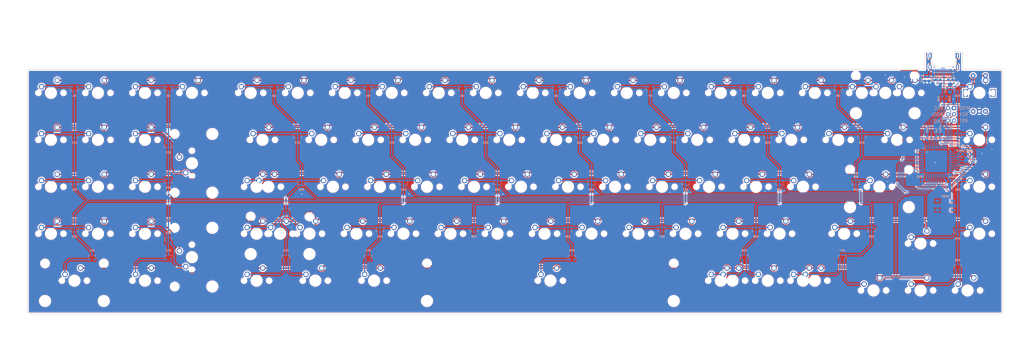
<source format=kicad_pcb>
(kicad_pcb (version 20171130) (host pcbnew "(5.1.4)-1")
  (layers (0 F.Cu signal) (31 B.Cu signal) (34 B.Paste user) (35 F.Paste user) (36 B.SilkS user) (37 F.SilkS user) (38 B.Mask user) (39 F.Mask user) (44 Edge.Cuts user))
  (net 0 "")
  (net 1 "Net-(C1-Pad1)")
  (net 2 GND)
  (net 3 +5V)
  (net 4 "Net-(C6-Pad2)")
  (net 5 col0)
  (net 6 "Net-(D1-Pad2)")
  (net 7 "Net-(D1-Pad1)")
  (net 8 col1)
  (net 9 "Net-(D2-Pad2)")
  (net 10 "Net-(D2-Pad1)")
  (net 11 col2)
  (net 12 "Net-(D3-Pad2)")
  (net 13 "Net-(D3-Pad1)")
  (net 14 col3)
  (net 15 "Net-(D4-Pad2)")
  (net 16 "Net-(D4-Pad1)")
  (net 17 col4)
  (net 18 "Net-(D5-Pad2)")
  (net 19 "Net-(D5-Pad1)")
  (net 20 col5)
  (net 21 "Net-(D6-Pad2)")
  (net 22 "Net-(D6-Pad1)")
  (net 23 col6)
  (net 24 "Net-(D7-Pad2)")
  (net 25 "Net-(D7-Pad1)")
  (net 26 col7)
  (net 27 "Net-(D8-Pad2)")
  (net 28 "Net-(D8-Pad1)")
  (net 29 col8)
  (net 30 "Net-(D9-Pad2)")
  (net 31 "Net-(D9-Pad1)")
  (net 32 col9)
  (net 33 "Net-(D10-Pad1)")
  (net 34 "Net-(D11-Pad2)")
  (net 35 "Net-(D11-Pad1)")
  (net 36 "Net-(D12-Pad2)")
  (net 37 "Net-(D12-Pad1)")
  (net 38 "Net-(D13-Pad2)")
  (net 39 "Net-(D13-Pad1)")
  (net 40 "Net-(D14-Pad2)")
  (net 41 "Net-(D14-Pad1)")
  (net 42 "Net-(D15-Pad2)")
  (net 43 "Net-(D15-Pad1)")
  (net 44 "Net-(D16-Pad2)")
  (net 45 "Net-(D16-Pad1)")
  (net 46 "Net-(D17-Pad2)")
  (net 47 "Net-(D17-Pad1)")
  (net 48 "Net-(D18-Pad2)")
  (net 49 "Net-(D18-Pad1)")
  (net 50 "Net-(D19-Pad2)")
  (net 51 "Net-(D19-Pad1)")
  (net 52 "Net-(D20-Pad2)")
  (net 53 "Net-(D20-Pad1)")
  (net 54 "Net-(D21-Pad2)")
  (net 55 "Net-(D21-Pad1)")
  (net 56 "Net-(D22-Pad2)")
  (net 57 "Net-(D22-Pad1)")
  (net 58 "Net-(D23-Pad2)")
  (net 59 "Net-(D23-Pad1)")
  (net 60 "Net-(D24-Pad2)")
  (net 61 "Net-(D24-Pad1)")
  (net 62 "Net-(D25-Pad2)")
  (net 63 "Net-(D25-Pad1)")
  (net 64 "Net-(D26-Pad2)")
  (net 65 "Net-(D26-Pad1)")
  (net 66 "Net-(D27-Pad2)")
  (net 67 "Net-(D27-Pad1)")
  (net 68 "Net-(D28-Pad2)")
  (net 69 "Net-(D28-Pad1)")
  (net 70 "Net-(D29-Pad2)")
  (net 71 "Net-(D29-Pad1)")
  (net 72 "Net-(D30-Pad2)")
  (net 73 "Net-(D30-Pad1)")
  (net 74 "Net-(D31-Pad2)")
  (net 75 "Net-(D31-Pad1)")
  (net 76 "Net-(D32-Pad2)")
  (net 77 "Net-(D32-Pad1)")
  (net 78 "Net-(D33-Pad2)")
  (net 79 "Net-(D33-Pad1)")
  (net 80 "Net-(D34-Pad2)")
  (net 81 "Net-(D34-Pad1)")
  (net 82 "Net-(D35-Pad2)")
  (net 83 "Net-(D35-Pad1)")
  (net 84 "Net-(D36-Pad2)")
  (net 85 "Net-(D36-Pad1)")
  (net 86 "Net-(D37-Pad2)")
  (net 87 "Net-(D37-Pad1)")
  (net 88 "Net-(D38-Pad2)")
  (net 89 "Net-(D38-Pad1)")
  (net 90 "Net-(D39-Pad2)")
  (net 91 "Net-(D39-Pad1)")
  (net 92 "Net-(D40-Pad2)")
  (net 93 "Net-(D40-Pad1)")
  (net 94 "Net-(D41-Pad2)")
  (net 95 "Net-(D41-Pad1)")
  (net 96 "Net-(D42-Pad2)")
  (net 97 "Net-(D42-Pad1)")
  (net 98 "Net-(D43-Pad2)")
  (net 99 "Net-(D43-Pad1)")
  (net 100 "Net-(D44-Pad2)")
  (net 101 "Net-(D44-Pad1)")
  (net 102 "Net-(D45-Pad2)")
  (net 103 "Net-(D45-Pad1)")
  (net 104 "Net-(D46-Pad2)")
  (net 105 "Net-(D46-Pad1)")
  (net 106 "Net-(D47-Pad2)")
  (net 107 "Net-(D47-Pad1)")
  (net 108 "Net-(D48-Pad2)")
  (net 109 "Net-(D48-Pad1)")
  (net 110 VCC)
  (net 111 "Net-(J1-PadB8)")
  (net 112 "Net-(J1-PadA5)")
  (net 113 DB-)
  (net 114 "Net-(J1-PadB5)")
  (net 115 "Net-(J1-PadA8)")
  (net 116 DB+)
  (net 117 row0)
  (net 118 row2)
  (net 119 row3)
  (net 120 row4)
  (net 121 row5)
  (net 122 row6)
  (net 123 row7)
  (net 124 row8)
  (net 125 row9)
  (net 126 DA+)
  (net 127 DA-)
  (net 128 "Net-(R7-Pad2)")
  (net 129 "Net-(U1-Pad42)")
  (net 130 "Net-(U1-Pad17)")
  (net 131 "Net-(U1-Pad16)")
  (net 132 RST)
  (net 133 MOSI)
  (net 134 SCK)
  (net 135 MISO)
  (net 136 S1)
  (net 137 ENCB)
  (net 138 S2)
  (net 139 ENCA)
  (module Custom_Footprints:Rotary_Encoder (layer F.Cu) (at 395.875 12.7)
    (fp_text reference ENC1)
    (fp_text value ENC)
    (pad MP thru_hole rect (at 5.6 0 90) (size 3.2 2) (drill oval 2.8 1.5) (layers *.Cu B.Mask))
    (pad C thru_hole circle (at 0 7.5 90) (size 2 2) (drill 1) (layers *.Cu B.Mask) (net 2 GND))
    (pad S1 thru_hole circle (at 2.5 -7 90) (size 2 2) (drill 1) (layers *.Cu B.Mask) (net 136 S1))
    (pad B thru_hole circle (at 2.5 7.5 90) (size 2 2) (drill 1) (layers *.Cu B.Mask) (net 137 ENCB))
    (pad MP thru_hole rect (at -5.6 0 90) (size 3.2 2) (drill oval 2.8 1.5) (layers *.Cu B.Mask))
    (pad S2 thru_hole circle (at -2.5 -7 90) (size 2 2) (drill 1) (layers *.Cu B.Mask) (net 138 S2))
    (pad A thru_hole oval (at -2.5 7.5 90) (size 2 2) (drill 1) (layers *.Cu B.Mask) (net 139 ENCA))
  )
  (module Custom_Footprints:R_0603_Annotated (layer B.Cu) (at 391.8 37.6)
    (fp_text reference R1)
    (fp_text value 10kΩ (at 0 -1.4) (layer B.SilkS) (effects (font (size 0.75 0.75)) (justify mirror)))
    (pad 1 smd roundrect (at -0.875 0) (size 1.05 0.95) (layers B.Cu B.Paste B.Mask) (net 3 +5V))
    (pad 2 smd roundrect (at 0.875 0) (size 1.05 0.95) (layers B.Cu B.Paste B.Mask) (net 132 RST))
  )
  (module Custom_Footprints:ISP_Header_Annotated (layer B.Cu) (at 384.4 21.4 180)
    (fp_text reference J2)
    (fp_text value ISP (at 0.02 -5.025) (layer B.SilkS) (effects (justify mirror)))
    (fp_text user RST (at -5.05 -2.625) (layer B.SilkS) (effects (font (size 1.27 1.27)) (justify mirror)))
    (fp_text user SCK (at -5.05 -0.025) (layer B.SilkS) (effects (font (size 1.27 1.27)) (justify mirror)))
    (fp_text user MISO (at -5.45 2.575) (layer B.SilkS) (effects (font (size 1.27 1.27)) (justify mirror)))
    (fp_text user GND (at 5.15 -2.825) (layer B.SilkS) (effects (font (size 1.27 1.27)) (justify mirror)))
    (fp_text user MOSI (at 5.55 -0.025) (layer B.SilkS) (effects (font (size 1.27 1.27)) (justify mirror)))
    (fp_text user VCC (at 5.15 2.575) (layer B.SilkS) (effects (font (size 1.27 1.27)) (justify mirror)))
    (pad 6 thru_hole oval (at 1.29 -2.505 180) (size 1.7 1.7) (drill 1) (layers *.Cu *.Mask) (net 2 GND))
    (pad 5 thru_hole oval (at -1.25 -2.505 180) (size 1.7 1.7) (drill 1) (layers *.Cu *.Mask) (net 132 RST))
    (pad 4 thru_hole oval (at 1.29 0.035 180) (size 1.7 1.7) (drill 1) (layers *.Cu *.Mask) (net 133 MOSI))
    (pad 3 thru_hole oval (at -1.25 0.035 180) (size 1.7 1.7) (drill 1) (layers *.Cu *.Mask) (net 134 SCK))
    (pad 2 thru_hole oval (at 1.29 2.575 180) (size 1.7 1.7) (drill 1) (layers *.Cu *.Mask) (net 3 +5V))
    (pad 1 thru_hole rect (at -1.25 2.575 180) (size 1.7 1.7) (drill 1) (layers *.Cu *.Mask) (net 135 MISO))
  )
  (module Custom_Footprints:Mid_Mount-USB_C_HandSoldering (layer B.Cu) (at 381.44 -4.11 90)
    (fp_text reference J1)
    (fp_text value "USB C")
    (fp_line (start 0 4.67) (end 0 7.62) (layer Edge.Cuts) (width 0.15))
    (fp_line (start -5.6 4.67) (end 0 4.67) (layer Edge.Cuts) (width 0.15))
    (fp_line (start -5.6 -3.850384) (end -5.6 -3.75) (layer Edge.Cuts) (width 0.15))
    (fp_line (start 0 -4.67) (end -5.6 -4.67) (layer Edge.Cuts) (width 0.15))
    (fp_line (start 0 -7.62) (end 0 -4.67) (layer Edge.Cuts) (width 0.15))
    (fp_line (start -6.3 -2.537566) (end -6.3 2.537566) (layer Edge.Cuts) (width 0.15))
    (fp_line (start -5.6 3.850384) (end -5.6 3.75) (layer Edge.Cuts) (width 0.15))
    (fp_arc (start -6.43 3.75) (end -5.6 3.75) (angle -60) (layer Edge.Cuts) (width 0.15))
    (fp_arc (start -6.43 -3.75) (end -5.6 -3.75) (angle 60) (layer Edge.Cuts) (width 0.15))
    (fp_arc (start -5.6 4.37) (end -5.6 4.67) (angle 150) (layer Edge.Cuts) (width 0.15))
    (fp_arc (start -5.9 3.850384) (end -5.6 3.850384) (angle 60) (layer Edge.Cuts) (width 0.15))
    (fp_arc (start -5.73 2.537565) (end -6.3 2.537565) (angle -60) (layer Edge.Cuts) (width 0.15))
    (fp_arc (start -5.73 -2.537565) (end -6.3 -2.537565) (angle 60) (layer Edge.Cuts) (width 0.15))
    (fp_arc (start -5.9 -3.850384) (end -5.6 -3.850384) (angle -60) (layer Edge.Cuts) (width 0.15))
    (fp_arc (start -5.6 -4.37) (end -5.6 -4.67) (angle -150) (layer Edge.Cuts) (width 0.15))
    (pad S1 smd rect (at -1.75 -5.2) (size 0.7 2.3) (layers B.Cu B.Mask) (net 4 "Net-(C6-Pad2)"))
    (pad S1 smd rect (at -1.75 5.2) (size 0.7 2.3) (layers B.Cu B.Mask) (net 4 "Net-(C6-Pad2)"))
    (pad S1 thru_hole oval (at -6.35 -5.575) (size 1.2 2.3) (drill oval 0.5 1.65) (layers *.Cu *.Mask) (net 4 "Net-(C6-Pad2)"))
    (pad S1 thru_hole oval (at -6.35 5.575) (size 1.2 2.3) (drill oval 0.5 1.65) (layers *.Cu *.Mask) (net 4 "Net-(C6-Pad2)"))
    (pad S1 thru_hole oval (at -1.75 -5.575) (size 1.2 2.3) (drill oval 0.5 1.65) (layers *.Cu *.Mask) (net 4 "Net-(C6-Pad2)"))
    (pad S1 thru_hole oval (at -1.75 5.575) (size 1.2 2.3) (drill oval 0.5 1.65) (layers *.Cu *.Mask) (net 4 "Net-(C6-Pad2)"))
    (pad "" np_thru_hole circle (at -6.43 -3.75) (size 0.6 0.6) (drill 0.4) (layers *.Cu *.Mask))
    (pad "" np_thru_hole circle (at -6.43 3.75) (size 0.6 0.6) (drill 0.4) (layers *.Cu *.Mask))
    (pad A1B12 smd rect (at -7.93 -3.2) (size 0.55 1.7) (layers B.Cu B.Paste B.Mask) (net 2 GND))
    (pad B1A12 smd rect (at -7.93 3.2) (size 0.55 1.7) (layers B.Cu B.Paste B.Mask) (net 2 GND))
    (pad A4B9 smd rect (at -7.93 -2.45) (size 0.55 1.7) (layers B.Cu B.Paste B.Mask) (net 110 VCC))
    (pad B8 smd rect (at -7.93 -1.75) (size 0.3 1.7) (layers B.Cu B.Paste B.Mask) (net 111 "Net-(J1-PadB8)"))
    (pad A5 smd rect (at -7.93 -1.25) (size 0.3 1.7) (layers B.Cu B.Paste B.Mask) (net 112 "Net-(J1-PadA5)"))
    (pad B7 smd rect (at -7.93 -0.75) (size 0.3 1.7) (layers B.Cu B.Paste B.Mask) (net 113 DB-))
    (pad B4A9 smd rect (at -7.93 2.45) (size 0.55 1.7) (layers B.Cu B.Paste B.Mask) (net 110 VCC))
    (pad B5 smd rect (at -7.93 1.75) (size 0.3 1.7) (layers B.Cu B.Paste B.Mask) (net 114 "Net-(J1-PadB5)"))
    (pad A8 smd rect (at -7.93 1.25) (size 0.3 1.7) (layers B.Cu B.Paste B.Mask) (net 115 "Net-(J1-PadA8)"))
    (pad B6 smd rect (at -7.93 0.75) (size 0.3 1.7) (layers B.Cu B.Paste B.Mask) (net 116 DB+))
    (pad A7 smd rect (at -7.93 0.25) (size 0.3 1.7) (layers B.Cu B.Paste B.Mask) (net 113 DB-))
    (pad A6 smd rect (at -7.93 -0.25) (size 0.3 1.7) (layers B.Cu B.Paste B.Mask) (net 116 DB+))
  )
  (module Custom_Footprints:ATMEGA32U4_Annotated (layer B.Cu) (at 378.4125 40.48125 270)
    (fp_text reference U1)
    (fp_text value ATmega32U4)
    (pad 41 smd rect (at -1.6 5.7 180) (size 1.5 0.55) (layers B.Cu B.Paste B.Mask) (net 29 col8))
    (pad 5 smd rect (at -5.7 0.8 270) (size 1.5 0.55) (layers B.Cu B.Paste B.Mask) (net 2 GND))
    (pad 18 smd rect (at 0.8 -5.7 180) (size 1.5 0.55) (layers B.Cu B.Paste B.Mask) (net 32 col9))
    (pad 19 smd rect (at 1.6 -5.7 180) (size 1.5 0.55) (layers B.Cu B.Paste B.Mask) (net 117 row0))
    (pad 22 smd rect (at 4 -5.7 180) (size 1.5 0.55) (layers B.Cu B.Paste B.Mask) (net 121 row5))
    (pad 30 smd rect (at 5.7 1.6 270) (size 1.5 0.55) (layers B.Cu B.Paste B.Mask) (net 5 col0))
    (pad 37 smd rect (at 1.6 5.7 180) (size 1.5 0.55) (layers B.Cu B.Paste B.Mask) (net 17 col4))
    (pad 26 smd rect (at 5.7 -1.6 270) (size 1.5 0.55) (layers B.Cu B.Paste B.Mask) (net 122 row6))
    (pad 15 smd rect (at -1.6 -5.7 180) (size 1.5 0.55) (layers B.Cu B.Paste B.Mask) (net 2 GND))
    (pad 38 smd rect (at 0.8 5.7 180) (size 1.5 0.55) (layers B.Cu B.Paste B.Mask) (net 20 col5))
    (pad 12 smd rect (at -4 -5.7 180) (size 1.5 0.55) (layers B.Cu B.Paste B.Mask) (net 119 row3))
    (pad 4 smd rect (at -5.7 1.6 270) (size 1.5 0.55) (layers B.Cu B.Paste B.Mask) (net 126 DA+))
    (pad 8 smd rect (at -5.7 -1.6 270) (size 1.5 0.55) (layers B.Cu B.Paste B.Mask) (net 137 ENCB))
    (pad 43 smd rect (at -3.2 5.7 180) (size 1.5 0.55) (layers B.Cu B.Paste B.Mask) (net 2 GND))
    (pad 29 smd rect (at 5.7 0.8 270) (size 1.5 0.55) (layers B.Cu B.Paste B.Mask) (net 118 row2))
    (pad 10 smd rect (at -5.7 -3.2 270) (size 1.5 0.55) (layers B.Cu B.Paste B.Mask) (net 133 MOSI))
    (pad 40 smd rect (at -0.8 5.7 180) (size 1.5 0.55) (layers B.Cu B.Paste B.Mask) (net 26 col7))
    (pad 32 smd rect (at 5.7 3.2 270) (size 1.5 0.55) (layers B.Cu B.Paste B.Mask) (net 11 col2))
    (pad 9 smd rect (at -5.7 -2.4 270) (size 1.5 0.55) (layers B.Cu B.Paste B.Mask) (net 134 SCK))
    (pad 6 smd rect (at -5.7 0 270) (size 1.5 0.55) (layers B.Cu B.Paste B.Mask) (net 1 "Net-(C1-Pad1)"))
    (pad 1 smd rect (at -5.7 4 270) (size 1.5 0.55) (layers B.Cu B.Paste B.Mask) (net 139 ENCA))
    (pad 14 smd rect (at -2.4 -5.7 180) (size 1.5 0.55) (layers B.Cu B.Paste B.Mask) (net 3 +5V))
    (pad 20 smd rect (at 2.4 -5.7 180) (size 1.5 0.55) (layers B.Cu B.Paste B.Mask) (net 136 S1))
    (pad 33 smd rect (at 5.7 4 270) (size 1.5 0.55) (layers B.Cu B.Paste B.Mask) (net 128 "Net-(R7-Pad2)"))
    (pad 13 smd rect (at -3.2 -5.7 180) (size 1.5 0.55) (layers B.Cu B.Paste B.Mask) (net 132 RST))
    (pad 24 smd rect (at 5.7 -3.2 270) (size 1.5 0.55) (layers B.Cu B.Paste B.Mask) (net 3 +5V))
    (pad 36 smd rect (at 2.4 5.7 180) (size 1.5 0.55) (layers B.Cu B.Paste B.Mask) (net 14 col3))
    (pad 2 smd rect (at -5.7 3.2 270) (size 1.5 0.55) (layers B.Cu B.Paste B.Mask) (net 3 +5V))
    (pad 27 smd rect (at 5.7 -0.8 270) (size 1.5 0.55) (layers B.Cu B.Paste B.Mask) (net 124 row8))
    (pad 28 smd rect (at 5.7 0 270) (size 1.5 0.55) (layers B.Cu B.Paste B.Mask) (net 125 row9))
    (pad 39 smd rect (at 0 5.7 180) (size 1.5 0.55) (layers B.Cu B.Paste B.Mask) (net 23 col6))
    (pad 35 smd rect (at 3.2 5.7 180) (size 1.5 0.55) (layers B.Cu B.Paste B.Mask) (net 2 GND))
    (pad 44 smd rect (at -4 5.7 180) (size 1.5 0.55) (layers B.Cu B.Paste B.Mask) (net 3 +5V))
    (pad 25 smd rect (at 5.7 -2.4 270) (size 1.5 0.55) (layers B.Cu B.Paste B.Mask) (net 123 row7))
    (pad 31 smd rect (at 5.7 2.4 270) (size 1.5 0.55) (layers B.Cu B.Paste B.Mask) (net 8 col1))
    (pad 42 smd rect (at -2.4 5.7 180) (size 1.5 0.55) (layers B.Cu B.Paste B.Mask) (net 129 "Net-(U1-Pad42)"))
    (pad 11 smd rect (at -5.7 -4 270) (size 1.5 0.55) (layers B.Cu B.Paste B.Mask) (net 135 MISO))
    (pad 17 smd rect (at 0 -5.7 180) (size 1.5 0.55) (layers B.Cu B.Paste B.Mask) (net 130 "Net-(U1-Pad17)"))
    (pad 16 smd rect (at -0.8 -5.7 180) (size 1.5 0.55) (layers B.Cu B.Paste B.Mask) (net 131 "Net-(U1-Pad16)"))
    (pad 23 smd rect (at 5.7 -4 270) (size 1.5 0.55) (layers B.Cu B.Paste B.Mask) (net 2 GND))
    (pad 3 smd rect (at -5.7 2.4 270) (size 1.5 0.55) (layers B.Cu B.Paste B.Mask) (net 127 DA-))
    (pad 7 smd rect (at -5.7 -0.8 270) (size 1.5 0.55) (layers B.Cu B.Paste B.Mask) (net 3 +5V))
    (pad 34 smd rect (at 4 5.7 180) (size 1.5 0.55) (layers B.Cu B.Paste B.Mask) (net 3 +5V))
    (pad 21 smd rect (at 3.2 -5.7 180) (size 1.5 0.55) (layers B.Cu B.Paste B.Mask) (net 120 row4))
  )
  (module MX_Only:MXOnly-2.25U-NoLED (layer F.Cu) (at 355.39375 50.8)
    (fp_text reference K57)
    (fp_text value Enter)
    (pad 2 thru_hole circle (at 2.54 -5.08) (size 2.25 2.25) (drill 1.47) (layers *.Cu B.Mask) (net 121 row5))
    (pad "" np_thru_hole circle (at 0 0) (size 3.9878 3.9878) (drill 3.9878) (layers *.Cu *.Mask))
    (pad 1 thru_hole circle (at -3.81 -2.54) (size 2.25 2.25) (drill 1.47) (layers *.Cu B.Mask) (net 70 "Net-(D29-Pad2)"))
    (pad "" np_thru_hole circle (at -5.08 0 48.0996) (size 1.75 1.75) (drill 1.75) (layers *.Cu *.Mask))
    (pad "" np_thru_hole circle (at 5.08 0 48.0996) (size 1.75 1.75) (drill 1.75) (layers *.Cu *.Mask))
    (pad "" np_thru_hole circle (at -11.90625 -6.985) (size 3.048 3.048) (drill 3.048) (layers *.Cu *.Mask))
    (pad "" np_thru_hole circle (at 11.90625 -6.985) (size 3.048 3.048) (drill 3.048) (layers *.Cu *.Mask))
    (pad "" np_thru_hole circle (at -11.90625 8.255) (size 3.9878 3.9878) (drill 3.9878) (layers *.Cu *.Mask))
    (pad "" np_thru_hole circle (at 11.90625 8.255) (size 3.9878 3.9878) (drill 3.9878) (layers *.Cu *.Mask))
  )
  (module MX_Only:MXOnly-1.5U-NoLED (layer F.Cu) (at 362.5375 31.75)
    (fp_text reference K39)
    (fp_text value Pipe)
    (pad 2 thru_hole circle (at 2.54 -5.08) (size 2.25 2.25) (drill 1.47) (layers *.Cu B.Mask) (net 119 row3))
    (pad "" np_thru_hole circle (at 0 0) (size 3.9878 3.9878) (drill 3.9878) (layers *.Cu *.Mask))
    (pad 1 thru_hole circle (at -3.81 -2.54) (size 2.25 2.25) (drill 1.47) (layers *.Cu B.Mask) (net 50 "Net-(D19-Pad2)"))
    (pad "" np_thru_hole circle (at -5.08 0 48.0996) (size 1.75 1.75) (drill 1.75) (layers *.Cu *.Mask))
    (pad "" np_thru_hole circle (at 5.08 0 48.0996) (size 1.75 1.75) (drill 1.75) (layers *.Cu *.Mask))
  )
  (module MX_Only:MXOnly-1.5U-NoLED (layer F.Cu) (at 105.3625 31.75)
    (fp_text reference K26)
    (fp_text value Tab)
    (pad 2 thru_hole circle (at 2.54 -5.08) (size 2.25 2.25) (drill 1.47) (layers *.Cu B.Mask) (net 118 row2))
    (pad "" np_thru_hole circle (at 0 0) (size 3.9878 3.9878) (drill 3.9878) (layers *.Cu *.Mask))
    (pad 1 thru_hole circle (at -3.81 -2.54) (size 2.25 2.25) (drill 1.47) (layers *.Cu B.Mask) (net 39 "Net-(D13-Pad1)"))
    (pad "" np_thru_hole circle (at -5.08 0 48.0996) (size 1.75 1.75) (drill 1.75) (layers *.Cu *.Mask))
    (pad "" np_thru_hole circle (at 5.08 0 48.0996) (size 1.75 1.75) (drill 1.75) (layers *.Cu *.Mask))
  )
  (module MX_Only:MXOnly-2U-NoLED (layer F.Cu) (at 76.7875 79.375 90)
    (fp_text reference K63)
    (fp_text value Enter)
    (pad 2 thru_hole circle (at 2.54 -5.08 90) (size 2.25 2.25) (drill 1.47) (layers *.Cu B.Mask) (net 123 row7))
    (pad "" np_thru_hole circle (at 0 0 90) (size 3.9878 3.9878) (drill 3.9878) (layers *.Cu *.Mask))
    (pad 1 thru_hole circle (at -3.81 -2.54 90) (size 2.25 2.25) (drill 1.47) (layers *.Cu B.Mask) (net 77 "Net-(D32-Pad1)"))
    (pad "" np_thru_hole circle (at -5.08 0 138.0996) (size 1.75 1.75) (drill 1.75) (layers *.Cu *.Mask))
    (pad "" np_thru_hole circle (at 5.08 0 138.0996) (size 1.75 1.75) (drill 1.75) (layers *.Cu *.Mask))
    (pad "" np_thru_hole circle (at -11.90625 -6.985 90) (size 3.048 3.048) (drill 3.048) (layers *.Cu *.Mask))
    (pad "" np_thru_hole circle (at 11.90625 -6.985 90) (size 3.048 3.048) (drill 3.048) (layers *.Cu *.Mask))
    (pad "" np_thru_hole circle (at -11.90625 8.255 90) (size 3.9878 3.9878) (drill 3.9878) (layers *.Cu *.Mask))
    (pad "" np_thru_hole circle (at 11.90625 8.255 90) (size 3.9878 3.9878) (drill 3.9878) (layers *.Cu *.Mask))
  )
  (module MX_Only:MXOnly-2U-NoLED (layer F.Cu) (at 76.7875 41.275 90)
    (fp_text reference K25)
    (fp_text value Plus)
    (pad 2 thru_hole circle (at 2.54 -5.08 90) (size 2.25 2.25) (drill 1.47) (layers *.Cu B.Mask) (net 119 row3))
    (pad "" np_thru_hole circle (at 0 0 90) (size 3.9878 3.9878) (drill 3.9878) (layers *.Cu *.Mask))
    (pad 1 thru_hole circle (at -3.81 -2.54 90) (size 2.25 2.25) (drill 1.47) (layers *.Cu B.Mask) (net 36 "Net-(D12-Pad2)"))
    (pad "" np_thru_hole circle (at -5.08 0 138.0996) (size 1.75 1.75) (drill 1.75) (layers *.Cu *.Mask))
    (pad "" np_thru_hole circle (at 5.08 0 138.0996) (size 1.75 1.75) (drill 1.75) (layers *.Cu *.Mask))
    (pad "" np_thru_hole circle (at -11.90625 -6.985 90) (size 3.048 3.048) (drill 3.048) (layers *.Cu *.Mask))
    (pad "" np_thru_hole circle (at 11.90625 -6.985 90) (size 3.048 3.048) (drill 3.048) (layers *.Cu *.Mask))
    (pad "" np_thru_hole circle (at -11.90625 8.255 90) (size 3.9878 3.9878) (drill 3.9878) (layers *.Cu *.Mask))
    (pad "" np_thru_hole circle (at 11.90625 8.255 90) (size 3.9878 3.9878) (drill 3.9878) (layers *.Cu *.Mask))
  )
  (module Custom_Footprints:Resonator_3Pin_Annotated (layer B.Cu) (at 388 40.4 90)
    (fp_text reference Y1 hide)
    (fp_text value 16MHz hide)
    (pad 1 smd roundrect (at -1.2 0 90) (size 0.4 2.8) (layers B.Cu B.Paste B.Mask) (net 130 "Net-(U1-Pad17)"))
    (pad 2 smd roundrect (at 0 0 90) (size 0.4 2.8) (layers B.Cu B.Paste B.Mask) (net 2 GND))
    (pad 3 smd roundrect (at 1.2 0 90) (size 0.4 2.8) (layers B.Cu B.Paste B.Mask) (net 131 "Net-(U1-Pad16)"))
  )
  (module Custom_Footprints:Tactile_Switch (layer B.Cu) (at 382.025 58.425 180)
    (fp_text reference RST1)
    (fp_text value RESET (at 0 3.75) (layer B.SilkS) (effects (font (size 0.75 0.75)) (justify mirror)))
    (pad 4 smd rect (at -3.1 -1.85 180) (size 1.8 1.1) (layers B.Cu B.Paste B.Mask))
    (pad 3 smd rect (at 3.1 1.85 180) (size 1.8 1.1) (layers B.Cu B.Paste B.Mask))
    (pad 2 smd rect (at -3.1 1.85 180) (size 1.8 1.1) (layers B.Cu B.Paste B.Mask) (net 132 RST))
    (pad 1 smd rect (at 3.1 -1.85 180) (size 1.8 1.1) (layers B.Cu B.Paste B.Mask) (net 2 GND))
  )
  (module Custom_Footprints:R_0603_Annotated (layer B.Cu) (at 373.65 48.075)
    (fp_text reference R7)
    (fp_text value 10kΩ (at -1.6 -1.4) (layer B.SilkS) (effects (font (size 0.75 0.75)) (justify mirror)))
    (pad 1 smd roundrect (at -0.875 0) (size 1.05 0.95) (layers B.Cu B.Paste B.Mask) (net 2 GND))
    (pad 2 smd roundrect (at 0.875 0) (size 1.05 0.95) (layers B.Cu B.Paste B.Mask) (net 128 "Net-(R7-Pad2)"))
  )
  (module Custom_Footprints:R_0603_Annotated (layer B.Cu) (at 375.46875 6.96875 270)
    (fp_text reference R6)
    (fp_text value 1MΩ (at 0 -1.4 90) (layer B.SilkS) (effects (font (size 0.75 0.75)) (justify mirror)))
    (pad 1 smd roundrect (at -0.875 0 270) (size 1.05 0.95) (layers B.Cu B.Paste B.Mask) (net 4 "Net-(C6-Pad2)"))
    (pad 2 smd roundrect (at 0.875 0 270) (size 1.05 0.95) (layers B.Cu B.Paste B.Mask) (net 2 GND))
  )
  (module Custom_Footprints:R_0603_Annotated (layer B.Cu) (at 380.8375 15.04375 270)
    (fp_text reference R5)
    (fp_text value 22Ω (at 0 1.4375 90) (layer B.SilkS) (effects (font (size 0.75 0.75)) (justify mirror)))
    (pad 1 smd roundrect (at -0.875 0 270) (size 1.05 0.95) (layers B.Cu B.Paste B.Mask) (net 113 DB-))
    (pad 2 smd roundrect (at 0.875 0 270) (size 1.05 0.95) (layers B.Cu B.Paste B.Mask) (net 127 DA-))
  )
  (module Custom_Footprints:R_0603_Annotated (layer B.Cu) (at 382.425 15.04375 270)
    (fp_text reference R4)
    (fp_text value 22Ω (at 0 -1.4 90) (layer B.SilkS) (effects (font (size 0.75 0.75)) (justify mirror)))
    (pad 1 smd roundrect (at -0.875 0 270) (size 1.05 0.95) (layers B.Cu B.Paste B.Mask) (net 116 DB+))
    (pad 2 smd roundrect (at 0.875 0 270) (size 1.05 0.95) (layers B.Cu B.Paste B.Mask) (net 126 DA+))
  )
  (module Custom_Footprints:R_0603_Annotated (layer B.Cu) (at 384.2 7.42 180)
    (fp_text reference R3)
    (fp_text value 5.1kΩ (at 0 1.32) (layer B.SilkS) (effects (font (size 0.75 0.75)) (justify mirror)))
    (pad 1 smd roundrect (at -0.875 0 180) (size 1.05 0.95) (layers B.Cu B.Paste B.Mask) (net 2 GND))
    (pad 2 smd roundrect (at 0.875 0 180) (size 1.05 0.95) (layers B.Cu B.Paste B.Mask) (net 114 "Net-(J1-PadB5)"))
  )
  (module Custom_Footprints:R_0603_Annotated (layer B.Cu) (at 379.2 7.43)
    (fp_text reference R2)
    (fp_text value 5.1kΩ (at 0 -1.33) (layer B.SilkS) (effects (font (size 0.75 0.75)) (justify mirror)))
    (pad 1 smd roundrect (at -0.875 0) (size 1.05 0.95) (layers B.Cu B.Paste B.Mask) (net 2 GND))
    (pad 2 smd roundrect (at 0.875 0) (size 1.05 0.95) (layers B.Cu B.Paste B.Mask) (net 112 "Net-(J1-PadA5)"))
  )
  (module MX_Only:MXOnly-1U-NoLED (layer F.Cu) (at 391.1125 92.86875)
    (fp_text reference K92)
    (fp_text value Right)
    (pad 2 thru_hole circle (at 2.54 -5.08) (size 2.25 2.25) (drill 1.47) (layers *.Cu B.Mask) (net 125 row9))
    (pad "" np_thru_hole circle (at 0 0) (size 3.9878 3.9878) (drill 3.9878) (layers *.Cu *.Mask))
    (pad 1 thru_hole circle (at -3.81 -2.54) (size 2.25 2.25) (drill 1.47) (layers *.Cu B.Mask) (net 109 "Net-(D48-Pad1)"))
    (pad "" np_thru_hole circle (at -5.08 0 48.0996) (size 1.75 1.75) (drill 1.75) (layers *.Cu *.Mask))
    (pad "" np_thru_hole circle (at 5.08 0 48.0996) (size 1.75 1.75) (drill 1.75) (layers *.Cu *.Mask))
  )
  (module MX_Only:MXOnly-1U-NoLED (layer F.Cu) (at 372.0625 92.86875)
    (fp_text reference K91)
    (fp_text value Down)
    (pad 2 thru_hole circle (at 2.54 -5.08) (size 2.25 2.25) (drill 1.47) (layers *.Cu B.Mask) (net 124 row8))
    (pad "" np_thru_hole circle (at 0 0) (size 3.9878 3.9878) (drill 3.9878) (layers *.Cu *.Mask))
    (pad 1 thru_hole circle (at -3.81 -2.54) (size 2.25 2.25) (drill 1.47) (layers *.Cu B.Mask) (net 108 "Net-(D48-Pad2)"))
    (pad "" np_thru_hole circle (at -5.08 0 48.0996) (size 1.75 1.75) (drill 1.75) (layers *.Cu *.Mask))
    (pad "" np_thru_hole circle (at 5.08 0 48.0996) (size 1.75 1.75) (drill 1.75) (layers *.Cu *.Mask))
  )
  (module MX_Only:MXOnly-1U-NoLED (layer F.Cu) (at 353.0125 92.86875)
    (fp_text reference K90)
    (fp_text value Left)
    (pad 2 thru_hole circle (at 2.54 -5.08) (size 2.25 2.25) (drill 1.47) (layers *.Cu B.Mask) (net 125 row9))
    (pad "" np_thru_hole circle (at 0 0) (size 3.9878 3.9878) (drill 3.9878) (layers *.Cu *.Mask))
    (pad 1 thru_hole circle (at -3.81 -2.54) (size 2.25 2.25) (drill 1.47) (layers *.Cu B.Mask) (net 107 "Net-(D47-Pad1)"))
    (pad "" np_thru_hole circle (at -5.08 0 48.0996) (size 1.75 1.75) (drill 1.75) (layers *.Cu *.Mask))
    (pad "" np_thru_hole circle (at 5.08 0 48.0996) (size 1.75 1.75) (drill 1.75) (layers *.Cu *.Mask))
  )
  (module MX_Only:MXOnly-1U-NoLED (layer F.Cu) (at 329.2 88.9)
    (fp_text reference K89)
    (fp_text value Ctrl)
    (pad 2 thru_hole circle (at 2.54 -5.08) (size 2.25 2.25) (drill 1.47) (layers *.Cu B.Mask) (net 124 row8))
    (pad "" np_thru_hole circle (at 0 0) (size 3.9878 3.9878) (drill 3.9878) (layers *.Cu *.Mask))
    (pad 1 thru_hole circle (at -3.81 -2.54) (size 2.25 2.25) (drill 1.47) (layers *.Cu B.Mask) (net 106 "Net-(D47-Pad2)"))
    (pad "" np_thru_hole circle (at -5.08 0 48.0996) (size 1.75 1.75) (drill 1.75) (layers *.Cu *.Mask))
    (pad "" np_thru_hole circle (at 5.08 0 48.0996) (size 1.75 1.75) (drill 1.75) (layers *.Cu *.Mask))
  )
  (module MX_Only:MXOnly-1U-NoLED (layer F.Cu) (at 310.15 88.9)
    (fp_text reference K88)
    (fp_text value Win)
    (pad 2 thru_hole circle (at 2.54 -5.08) (size 2.25 2.25) (drill 1.47) (layers *.Cu B.Mask) (net 125 row9))
    (pad "" np_thru_hole circle (at 0 0) (size 3.9878 3.9878) (drill 3.9878) (layers *.Cu *.Mask))
    (pad 1 thru_hole circle (at -3.81 -2.54) (size 2.25 2.25) (drill 1.47) (layers *.Cu B.Mask) (net 105 "Net-(D46-Pad1)"))
    (pad "" np_thru_hole circle (at -5.08 0 48.0996) (size 1.75 1.75) (drill 1.75) (layers *.Cu *.Mask))
    (pad "" np_thru_hole circle (at 5.08 0 48.0996) (size 1.75 1.75) (drill 1.75) (layers *.Cu *.Mask))
  )
  (module MX_Only:MXOnly-1U-NoLED (layer F.Cu) (at 291.1 88.9)
    (fp_text reference K87)
    (fp_text value Alt)
    (pad 2 thru_hole circle (at 2.54 -5.08) (size 2.25 2.25) (drill 1.47) (layers *.Cu B.Mask) (net 124 row8))
    (pad "" np_thru_hole circle (at 0 0) (size 3.9878 3.9878) (drill 3.9878) (layers *.Cu *.Mask))
    (pad 1 thru_hole circle (at -3.81 -2.54) (size 2.25 2.25) (drill 1.47) (layers *.Cu B.Mask) (net 104 "Net-(D46-Pad2)"))
    (pad "" np_thru_hole circle (at -5.08 0 48.0996) (size 1.75 1.75) (drill 1.75) (layers *.Cu *.Mask))
    (pad "" np_thru_hole circle (at 5.08 0 48.0996) (size 1.75 1.75) (drill 1.75) (layers *.Cu *.Mask))
  )
  (module MX_Only:MXOnly-6.25U-NoLED (layer F.Cu) (at 222.04375 88.9)
    (fp_text reference K86)
    (fp_text value Space)
    (pad 2 thru_hole circle (at 2.54 -5.08) (size 2.25 2.25) (drill 1.47) (layers *.Cu B.Mask) (net 124 row8))
    (pad "" np_thru_hole circle (at 0 0) (size 3.9878 3.9878) (drill 3.9878) (layers *.Cu *.Mask))
    (pad 1 thru_hole circle (at -3.81 -2.54) (size 2.25 2.25) (drill 1.47) (layers *.Cu B.Mask) (net 102 "Net-(D45-Pad2)"))
    (pad "" np_thru_hole circle (at -5.08 0 48.0996) (size 1.75 1.75) (drill 1.75) (layers *.Cu *.Mask))
    (pad "" np_thru_hole circle (at 5.08 0 48.0996) (size 1.75 1.75) (drill 1.75) (layers *.Cu *.Mask))
    (pad "" np_thru_hole circle (at -49.9999 -6.985) (size 3.048 3.048) (drill 3.048) (layers *.Cu *.Mask))
    (pad "" np_thru_hole circle (at 49.9999 -6.985) (size 3.048 3.048) (drill 3.048) (layers *.Cu *.Mask))
    (pad "" np_thru_hole circle (at -49.9999 8.255) (size 3.9878 3.9878) (drill 3.9878) (layers *.Cu *.Mask))
    (pad "" np_thru_hole circle (at 49.9999 8.255) (size 3.9878 3.9878) (drill 3.9878) (layers *.Cu *.Mask))
  )
  (module MX_Only:MXOnly-1.25U-NoLED (layer F.Cu) (at 150.60625 88.9)
    (fp_text reference K85)
    (fp_text value Alt)
    (pad 2 thru_hole circle (at 2.54 -5.08) (size 2.25 2.25) (drill 1.47) (layers *.Cu B.Mask) (net 124 row8))
    (pad "" np_thru_hole circle (at 0 0) (size 3.9878 3.9878) (drill 3.9878) (layers *.Cu *.Mask))
    (pad 1 thru_hole circle (at -3.81 -2.54) (size 2.25 2.25) (drill 1.47) (layers *.Cu B.Mask) (net 100 "Net-(D44-Pad2)"))
    (pad "" np_thru_hole circle (at -5.08 0 48.0996) (size 1.75 1.75) (drill 1.75) (layers *.Cu *.Mask))
    (pad "" np_thru_hole circle (at 5.08 0 48.0996) (size 1.75 1.75) (drill 1.75) (layers *.Cu *.Mask))
  )
  (module MX_Only:MXOnly-1.25U-NoLED (layer F.Cu) (at 126.79375 88.9)
    (fp_text reference K84)
    (fp_text value Win)
    (pad 2 thru_hole circle (at 2.54 -5.08) (size 2.25 2.25) (drill 1.47) (layers *.Cu B.Mask) (net 125 row9))
    (pad "" np_thru_hole circle (at 0 0) (size 3.9878 3.9878) (drill 3.9878) (layers *.Cu *.Mask))
    (pad 1 thru_hole circle (at -3.81 -2.54) (size 2.25 2.25) (drill 1.47) (layers *.Cu B.Mask) (net 99 "Net-(D43-Pad1)"))
    (pad "" np_thru_hole circle (at -5.08 0 48.0996) (size 1.75 1.75) (drill 1.75) (layers *.Cu *.Mask))
    (pad "" np_thru_hole circle (at 5.08 0 48.0996) (size 1.75 1.75) (drill 1.75) (layers *.Cu *.Mask))
  )
  (module MX_Only:MXOnly-1.25U-NoLED (layer F.Cu) (at 102.98125 88.9)
    (fp_text reference K83)
    (fp_text value Ctrl)
    (pad 2 thru_hole circle (at 2.54 -5.08) (size 2.25 2.25) (drill 1.47) (layers *.Cu B.Mask) (net 124 row8))
    (pad "" np_thru_hole circle (at 0 0) (size 3.9878 3.9878) (drill 3.9878) (layers *.Cu *.Mask))
    (pad 1 thru_hole circle (at -3.81 -2.54) (size 2.25 2.25) (drill 1.47) (layers *.Cu B.Mask) (net 98 "Net-(D43-Pad2)"))
    (pad "" np_thru_hole circle (at -5.08 0 48.0996) (size 1.75 1.75) (drill 1.75) (layers *.Cu *.Mask))
    (pad "" np_thru_hole circle (at 5.08 0 48.0996) (size 1.75 1.75) (drill 1.75) (layers *.Cu *.Mask))
  )
  (module MX_Only:MXOnly-1U-NoLED (layer F.Cu) (at 57.7375 88.9)
    (fp_text reference K82)
    (fp_text value Dot)
    (pad 2 thru_hole circle (at 2.54 -5.08) (size 2.25 2.25) (drill 1.47) (layers *.Cu B.Mask) (net 124 row8))
    (pad "" np_thru_hole circle (at 0 0) (size 3.9878 3.9878) (drill 3.9878) (layers *.Cu *.Mask))
    (pad 1 thru_hole circle (at -3.81 -2.54) (size 2.25 2.25) (drill 1.47) (layers *.Cu B.Mask) (net 96 "Net-(D42-Pad2)"))
    (pad "" np_thru_hole circle (at -5.08 0 48.0996) (size 1.75 1.75) (drill 1.75) (layers *.Cu *.Mask))
    (pad "" np_thru_hole circle (at 5.08 0 48.0996) (size 1.75 1.75) (drill 1.75) (layers *.Cu *.Mask))
  )
  (module MX_Only:MXOnly-2U-NoLED (layer F.Cu) (at 29.1625 88.9)
    (fp_text reference K81)
    (fp_text value 0)
    (pad 2 thru_hole circle (at 2.54 -5.08) (size 2.25 2.25) (drill 1.47) (layers *.Cu B.Mask) (net 124 row8))
    (pad "" np_thru_hole circle (at 0 0) (size 3.9878 3.9878) (drill 3.9878) (layers *.Cu *.Mask))
    (pad 1 thru_hole circle (at -3.81 -2.54) (size 2.25 2.25) (drill 1.47) (layers *.Cu B.Mask) (net 94 "Net-(D41-Pad2)"))
    (pad "" np_thru_hole circle (at -5.08 0 48.0996) (size 1.75 1.75) (drill 1.75) (layers *.Cu *.Mask))
    (pad "" np_thru_hole circle (at 5.08 0 48.0996) (size 1.75 1.75) (drill 1.75) (layers *.Cu *.Mask))
    (pad "" np_thru_hole circle (at -11.90625 -6.985) (size 3.048 3.048) (drill 3.048) (layers *.Cu *.Mask))
    (pad "" np_thru_hole circle (at 11.90625 -6.985) (size 3.048 3.048) (drill 3.048) (layers *.Cu *.Mask))
    (pad "" np_thru_hole circle (at -11.90625 8.255) (size 3.9878 3.9878) (drill 3.9878) (layers *.Cu *.Mask))
    (pad "" np_thru_hole circle (at 11.90625 8.255) (size 3.9878 3.9878) (drill 3.9878) (layers *.Cu *.Mask))
  )
  (module MX_Only:MXOnly-1.5U-NoLED (layer F.Cu) (at 295.8625 88.9)
    (fp_text reference K80)
    (fp_text value Alt)
    (pad 2 thru_hole circle (at 2.54 -5.08) (size 2.25 2.25) (drill 1.47) (layers *.Cu B.Mask) (net 124 row8))
    (pad "" np_thru_hole circle (at 0 0) (size 3.9878 3.9878) (drill 3.9878) (layers *.Cu *.Mask))
    (pad 1 thru_hole circle (at -3.81 -2.54) (size 2.25 2.25) (drill 1.47) (layers *.Cu B.Mask) (net 104 "Net-(D46-Pad2)"))
    (pad "" np_thru_hole circle (at -5.08 0 48.0996) (size 1.75 1.75) (drill 1.75) (layers *.Cu *.Mask))
    (pad "" np_thru_hole circle (at 5.08 0 48.0996) (size 1.75 1.75) (drill 1.75) (layers *.Cu *.Mask))
  )
  (module MX_Only:MXOnly-1.5U-NoLED (layer F.Cu) (at 324.4375 88.9)
    (fp_text reference K79)
    (fp_text value Ctrl)
    (pad 2 thru_hole circle (at 2.54 -5.08) (size 2.25 2.25) (drill 1.47) (layers *.Cu B.Mask) (net 124 row8))
    (pad "" np_thru_hole circle (at 0 0) (size 3.9878 3.9878) (drill 3.9878) (layers *.Cu *.Mask))
    (pad 1 thru_hole circle (at -3.81 -2.54) (size 2.25 2.25) (drill 1.47) (layers *.Cu B.Mask) (net 106 "Net-(D47-Pad2)"))
    (pad "" np_thru_hole circle (at -5.08 0 48.0996) (size 1.75 1.75) (drill 1.75) (layers *.Cu *.Mask))
    (pad "" np_thru_hole circle (at 5.08 0 48.0996) (size 1.75 1.75) (drill 1.75) (layers *.Cu *.Mask))
  )
  (module MX_Only:MXOnly-1U-NoLED (layer F.Cu) (at 395.875 69.85)
    (fp_text reference K78)
    (fp_text value Home)
    (pad 2 thru_hole circle (at 2.54 -5.08) (size 2.25 2.25) (drill 1.47) (layers *.Cu B.Mask) (net 123 row7))
    (pad "" np_thru_hole circle (at 0 0) (size 3.9878 3.9878) (drill 3.9878) (layers *.Cu *.Mask))
    (pad 1 thru_hole circle (at -3.81 -2.54) (size 2.25 2.25) (drill 1.47) (layers *.Cu B.Mask) (net 92 "Net-(D40-Pad2)"))
    (pad "" np_thru_hole circle (at -5.08 0 48.0996) (size 1.75 1.75) (drill 1.75) (layers *.Cu *.Mask))
    (pad "" np_thru_hole circle (at 5.08 0 48.0996) (size 1.75 1.75) (drill 1.75) (layers *.Cu *.Mask))
  )
  (module MX_Only:MXOnly-1U-NoLED (layer F.Cu) (at 372.0625 73.81875)
    (fp_text reference K77)
    (fp_text value Up)
    (pad 2 thru_hole circle (at 2.54 -5.08) (size 2.25 2.25) (drill 1.47) (layers *.Cu B.Mask) (net 122 row6))
    (pad "" np_thru_hole circle (at 0 0) (size 3.9878 3.9878) (drill 3.9878) (layers *.Cu *.Mask))
    (pad 1 thru_hole circle (at -3.81 -2.54) (size 2.25 2.25) (drill 1.47) (layers *.Cu B.Mask) (net 93 "Net-(D40-Pad1)"))
    (pad "" np_thru_hole circle (at -5.08 0 48.0996) (size 1.75 1.75) (drill 1.75) (layers *.Cu *.Mask))
    (pad "" np_thru_hole circle (at 5.08 0 48.0996) (size 1.75 1.75) (drill 1.75) (layers *.Cu *.Mask))
  )
  (module MX_Only:MXOnly-1.75U-NoLED (layer F.Cu) (at 341.10625 69.85)
    (fp_text reference K76)
    (fp_text value Shift)
    (pad 2 thru_hole circle (at 2.54 -5.08) (size 2.25 2.25) (drill 1.47) (layers *.Cu B.Mask) (net 122 row6))
    (pad "" np_thru_hole circle (at 0 0) (size 3.9878 3.9878) (drill 3.9878) (layers *.Cu *.Mask))
    (pad 1 thru_hole circle (at -3.81 -2.54) (size 2.25 2.25) (drill 1.47) (layers *.Cu B.Mask) (net 91 "Net-(D39-Pad1)"))
    (pad "" np_thru_hole circle (at -5.08 0 48.0996) (size 1.75 1.75) (drill 1.75) (layers *.Cu *.Mask))
    (pad "" np_thru_hole circle (at 5.08 0 48.0996) (size 1.75 1.75) (drill 1.75) (layers *.Cu *.Mask))
  )
  (module MX_Only:MXOnly-1U-NoLED (layer F.Cu) (at 314.9125 69.85)
    (fp_text reference K75)
    (fp_text value Slash)
    (pad 2 thru_hole circle (at 2.54 -5.08) (size 2.25 2.25) (drill 1.47) (layers *.Cu B.Mask) (net 123 row7))
    (pad "" np_thru_hole circle (at 0 0) (size 3.9878 3.9878) (drill 3.9878) (layers *.Cu *.Mask))
    (pad 1 thru_hole circle (at -3.81 -2.54) (size 2.25 2.25) (drill 1.47) (layers *.Cu B.Mask) (net 88 "Net-(D38-Pad2)"))
    (pad "" np_thru_hole circle (at -5.08 0 48.0996) (size 1.75 1.75) (drill 1.75) (layers *.Cu *.Mask))
    (pad "" np_thru_hole circle (at 5.08 0 48.0996) (size 1.75 1.75) (drill 1.75) (layers *.Cu *.Mask))
  )
  (module MX_Only:MXOnly-1U-NoLED (layer F.Cu) (at 295.8625 69.85)
    (fp_text reference K74)
    (fp_text value Dot)
    (pad 2 thru_hole circle (at 2.54 -5.08) (size 2.25 2.25) (drill 1.47) (layers *.Cu B.Mask) (net 122 row6))
    (pad "" np_thru_hole circle (at 0 0) (size 3.9878 3.9878) (drill 3.9878) (layers *.Cu *.Mask))
    (pad 1 thru_hole circle (at -3.81 -2.54) (size 2.25 2.25) (drill 1.47) (layers *.Cu B.Mask) (net 89 "Net-(D38-Pad1)"))
    (pad "" np_thru_hole circle (at -5.08 0 48.0996) (size 1.75 1.75) (drill 1.75) (layers *.Cu *.Mask))
    (pad "" np_thru_hole circle (at 5.08 0 48.0996) (size 1.75 1.75) (drill 1.75) (layers *.Cu *.Mask))
  )
  (module MX_Only:MXOnly-1U-NoLED (layer F.Cu) (at 276.8125 69.85)
    (fp_text reference K73)
    (fp_text value Comm)
    (pad 2 thru_hole circle (at 2.54 -5.08) (size 2.25 2.25) (drill 1.47) (layers *.Cu B.Mask) (net 123 row7))
    (pad "" np_thru_hole circle (at 0 0) (size 3.9878 3.9878) (drill 3.9878) (layers *.Cu *.Mask))
    (pad 1 thru_hole circle (at -3.81 -2.54) (size 2.25 2.25) (drill 1.47) (layers *.Cu B.Mask) (net 86 "Net-(D37-Pad2)"))
    (pad "" np_thru_hole circle (at -5.08 0 48.0996) (size 1.75 1.75) (drill 1.75) (layers *.Cu *.Mask))
    (pad "" np_thru_hole circle (at 5.08 0 48.0996) (size 1.75 1.75) (drill 1.75) (layers *.Cu *.Mask))
  )
  (module MX_Only:MXOnly-1U-NoLED (layer F.Cu) (at 257.7625 69.85)
    (fp_text reference K72)
    (fp_text value M)
    (pad 2 thru_hole circle (at 2.54 -5.08) (size 2.25 2.25) (drill 1.47) (layers *.Cu B.Mask) (net 122 row6))
    (pad "" np_thru_hole circle (at 0 0) (size 3.9878 3.9878) (drill 3.9878) (layers *.Cu *.Mask))
    (pad 1 thru_hole circle (at -3.81 -2.54) (size 2.25 2.25) (drill 1.47) (layers *.Cu B.Mask) (net 87 "Net-(D37-Pad1)"))
    (pad "" np_thru_hole circle (at -5.08 0 48.0996) (size 1.75 1.75) (drill 1.75) (layers *.Cu *.Mask))
    (pad "" np_thru_hole circle (at 5.08 0 48.0996) (size 1.75 1.75) (drill 1.75) (layers *.Cu *.Mask))
  )
  (module MX_Only:MXOnly-1U-NoLED (layer F.Cu) (at 238.7125 69.85)
    (fp_text reference K71)
    (fp_text value N)
    (pad 2 thru_hole circle (at 2.54 -5.08) (size 2.25 2.25) (drill 1.47) (layers *.Cu B.Mask) (net 123 row7))
    (pad "" np_thru_hole circle (at 0 0) (size 3.9878 3.9878) (drill 3.9878) (layers *.Cu *.Mask))
    (pad 1 thru_hole circle (at -3.81 -2.54) (size 2.25 2.25) (drill 1.47) (layers *.Cu B.Mask) (net 84 "Net-(D36-Pad2)"))
    (pad "" np_thru_hole circle (at -5.08 0 48.0996) (size 1.75 1.75) (drill 1.75) (layers *.Cu *.Mask))
    (pad "" np_thru_hole circle (at 5.08 0 48.0996) (size 1.75 1.75) (drill 1.75) (layers *.Cu *.Mask))
  )
  (module MX_Only:MXOnly-1U-NoLED (layer F.Cu) (at 219.6625 69.85)
    (fp_text reference K70)
    (fp_text value B)
    (pad 2 thru_hole circle (at 2.54 -5.08) (size 2.25 2.25) (drill 1.47) (layers *.Cu B.Mask) (net 122 row6))
    (pad "" np_thru_hole circle (at 0 0) (size 3.9878 3.9878) (drill 3.9878) (layers *.Cu *.Mask))
    (pad 1 thru_hole circle (at -3.81 -2.54) (size 2.25 2.25) (drill 1.47) (layers *.Cu B.Mask) (net 85 "Net-(D36-Pad1)"))
    (pad "" np_thru_hole circle (at -5.08 0 48.0996) (size 1.75 1.75) (drill 1.75) (layers *.Cu *.Mask))
    (pad "" np_thru_hole circle (at 5.08 0 48.0996) (size 1.75 1.75) (drill 1.75) (layers *.Cu *.Mask))
  )
  (module MX_Only:MXOnly-1U-NoLED (layer F.Cu) (at 200.6125 69.85)
    (fp_text reference K69)
    (fp_text value V)
    (pad 2 thru_hole circle (at 2.54 -5.08) (size 2.25 2.25) (drill 1.47) (layers *.Cu B.Mask) (net 123 row7))
    (pad "" np_thru_hole circle (at 0 0) (size 3.9878 3.9878) (drill 3.9878) (layers *.Cu *.Mask))
    (pad 1 thru_hole circle (at -3.81 -2.54) (size 2.25 2.25) (drill 1.47) (layers *.Cu B.Mask) (net 82 "Net-(D35-Pad2)"))
    (pad "" np_thru_hole circle (at -5.08 0 48.0996) (size 1.75 1.75) (drill 1.75) (layers *.Cu *.Mask))
    (pad "" np_thru_hole circle (at 5.08 0 48.0996) (size 1.75 1.75) (drill 1.75) (layers *.Cu *.Mask))
  )
  (module MX_Only:MXOnly-1U-NoLED (layer F.Cu) (at 181.5625 69.85)
    (fp_text reference K68)
    (fp_text value C)
    (pad 2 thru_hole circle (at 2.54 -5.08) (size 2.25 2.25) (drill 1.47) (layers *.Cu B.Mask) (net 122 row6))
    (pad "" np_thru_hole circle (at 0 0) (size 3.9878 3.9878) (drill 3.9878) (layers *.Cu *.Mask))
    (pad 1 thru_hole circle (at -3.81 -2.54) (size 2.25 2.25) (drill 1.47) (layers *.Cu B.Mask) (net 83 "Net-(D35-Pad1)"))
    (pad "" np_thru_hole circle (at -5.08 0 48.0996) (size 1.75 1.75) (drill 1.75) (layers *.Cu *.Mask))
    (pad "" np_thru_hole circle (at 5.08 0 48.0996) (size 1.75 1.75) (drill 1.75) (layers *.Cu *.Mask))
  )
  (module MX_Only:MXOnly-1U-NoLED (layer F.Cu) (at 162.5125 69.85)
    (fp_text reference K67)
    (fp_text value X)
    (pad 2 thru_hole circle (at 2.54 -5.08) (size 2.25 2.25) (drill 1.47) (layers *.Cu B.Mask) (net 123 row7))
    (pad "" np_thru_hole circle (at 0 0) (size 3.9878 3.9878) (drill 3.9878) (layers *.Cu *.Mask))
    (pad 1 thru_hole circle (at -3.81 -2.54) (size 2.25 2.25) (drill 1.47) (layers *.Cu B.Mask) (net 80 "Net-(D34-Pad2)"))
    (pad "" np_thru_hole circle (at -5.08 0 48.0996) (size 1.75 1.75) (drill 1.75) (layers *.Cu *.Mask))
    (pad "" np_thru_hole circle (at 5.08 0 48.0996) (size 1.75 1.75) (drill 1.75) (layers *.Cu *.Mask))
  )
  (module MX_Only:MXOnly-1U-NoLED (layer F.Cu) (at 143.4625 69.85)
    (fp_text reference K66)
    (fp_text value Z)
    (pad 2 thru_hole circle (at 2.54 -5.08) (size 2.25 2.25) (drill 1.47) (layers *.Cu B.Mask) (net 122 row6))
    (pad "" np_thru_hole circle (at 0 0) (size 3.9878 3.9878) (drill 3.9878) (layers *.Cu *.Mask))
    (pad 1 thru_hole circle (at -3.81 -2.54) (size 2.25 2.25) (drill 1.47) (layers *.Cu B.Mask) (net 81 "Net-(D34-Pad1)"))
    (pad "" np_thru_hole circle (at -5.08 0 48.0996) (size 1.75 1.75) (drill 1.75) (layers *.Cu *.Mask))
    (pad "" np_thru_hole circle (at 5.08 0 48.0996) (size 1.75 1.75) (drill 1.75) (layers *.Cu *.Mask))
  )
  (module MX_Only:MXOnly-1U-NoLED (layer F.Cu) (at 124.4125 69.85)
    (fp_text reference K65)
    (fp_text value Shift)
    (pad 2 thru_hole circle (at 2.54 -5.08) (size 2.25 2.25) (drill 1.47) (layers *.Cu B.Mask) (net 123 row7))
    (pad "" np_thru_hole circle (at 0 0) (size 3.9878 3.9878) (drill 3.9878) (layers *.Cu *.Mask))
    (pad 1 thru_hole circle (at -3.81 -2.54) (size 2.25 2.25) (drill 1.47) (layers *.Cu B.Mask) (net 79 "Net-(D33-Pad1)"))
    (pad "" np_thru_hole circle (at -5.08 0 48.0996) (size 1.75 1.75) (drill 1.75) (layers *.Cu *.Mask))
    (pad "" np_thru_hole circle (at 5.08 0 48.0996) (size 1.75 1.75) (drill 1.75) (layers *.Cu *.Mask))
  )
  (module MX_Only:MXOnly-2.25U-NoLED (layer F.Cu) (at 112.50625 69.85)
    (fp_text reference K64)
    (fp_text value Shift)
    (pad 2 thru_hole circle (at 2.54 -5.08) (size 2.25 2.25) (drill 1.47) (layers *.Cu B.Mask) (net 122 row6))
    (pad "" np_thru_hole circle (at 0 0) (size 3.9878 3.9878) (drill 3.9878) (layers *.Cu *.Mask))
    (pad 1 thru_hole circle (at -3.81 -2.54) (size 2.25 2.25) (drill 1.47) (layers *.Cu B.Mask) (net 78 "Net-(D33-Pad2)"))
    (pad "" np_thru_hole circle (at -5.08 0 48.0996) (size 1.75 1.75) (drill 1.75) (layers *.Cu *.Mask))
    (pad "" np_thru_hole circle (at 5.08 0 48.0996) (size 1.75 1.75) (drill 1.75) (layers *.Cu *.Mask))
    (pad "" np_thru_hole circle (at -11.90625 -6.985) (size 3.048 3.048) (drill 3.048) (layers *.Cu *.Mask))
    (pad "" np_thru_hole circle (at 11.90625 -6.985) (size 3.048 3.048) (drill 3.048) (layers *.Cu *.Mask))
    (pad "" np_thru_hole circle (at -11.90625 8.255) (size 3.9878 3.9878) (drill 3.9878) (layers *.Cu *.Mask))
    (pad "" np_thru_hole circle (at 11.90625 8.255) (size 3.9878 3.9878) (drill 3.9878) (layers *.Cu *.Mask))
  )
  (module MX_Only:MXOnly-1U-NoLED (layer F.Cu) (at 57.7375 69.85)
    (fp_text reference K62)
    (fp_text value 3)
    (pad 2 thru_hole circle (at 2.54 -5.08) (size 2.25 2.25) (drill 1.47) (layers *.Cu B.Mask) (net 122 row6))
    (pad "" np_thru_hole circle (at 0 0) (size 3.9878 3.9878) (drill 3.9878) (layers *.Cu *.Mask))
    (pad 1 thru_hole circle (at -3.81 -2.54) (size 2.25 2.25) (drill 1.47) (layers *.Cu B.Mask) (net 76 "Net-(D32-Pad2)"))
    (pad "" np_thru_hole circle (at -5.08 0 48.0996) (size 1.75 1.75) (drill 1.75) (layers *.Cu *.Mask))
    (pad "" np_thru_hole circle (at 5.08 0 48.0996) (size 1.75 1.75) (drill 1.75) (layers *.Cu *.Mask))
  )
  (module MX_Only:MXOnly-1U-NoLED (layer F.Cu) (at 38.6875 69.85)
    (fp_text reference K61)
    (fp_text value 2)
    (pad 2 thru_hole circle (at 2.54 -5.08) (size 2.25 2.25) (drill 1.47) (layers *.Cu B.Mask) (net 123 row7))
    (pad "" np_thru_hole circle (at 0 0) (size 3.9878 3.9878) (drill 3.9878) (layers *.Cu *.Mask))
    (pad 1 thru_hole circle (at -3.81 -2.54) (size 2.25 2.25) (drill 1.47) (layers *.Cu B.Mask) (net 74 "Net-(D31-Pad2)"))
    (pad "" np_thru_hole circle (at -5.08 0 48.0996) (size 1.75 1.75) (drill 1.75) (layers *.Cu *.Mask))
    (pad "" np_thru_hole circle (at 5.08 0 48.0996) (size 1.75 1.75) (drill 1.75) (layers *.Cu *.Mask))
  )
  (module MX_Only:MXOnly-1U-NoLED (layer F.Cu) (at 19.6375 69.85)
    (fp_text reference K60)
    (fp_text value 1)
    (pad 2 thru_hole circle (at 2.54 -5.08) (size 2.25 2.25) (drill 1.47) (layers *.Cu B.Mask) (net 122 row6))
    (pad "" np_thru_hole circle (at 0 0) (size 3.9878 3.9878) (drill 3.9878) (layers *.Cu *.Mask))
    (pad 1 thru_hole circle (at -3.81 -2.54) (size 2.25 2.25) (drill 1.47) (layers *.Cu B.Mask) (net 75 "Net-(D31-Pad1)"))
    (pad "" np_thru_hole circle (at -5.08 0 48.0996) (size 1.75 1.75) (drill 1.75) (layers *.Cu *.Mask))
    (pad "" np_thru_hole circle (at 5.08 0 48.0996) (size 1.75 1.75) (drill 1.75) (layers *.Cu *.Mask))
  )
  (module MX_Only:MXOnly-1.25U-NoLED (layer F.Cu) (at 102.98125 69.85)
    (fp_text reference K59)
    (fp_text value Shift)
    (pad 2 thru_hole circle (at 2.54 -5.08) (size 2.25 2.25) (drill 1.47) (layers *.Cu B.Mask) (net 122 row6))
    (pad "" np_thru_hole circle (at 0 0) (size 3.9878 3.9878) (drill 3.9878) (layers *.Cu *.Mask))
    (pad 1 thru_hole circle (at -3.81 -2.54) (size 2.25 2.25) (drill 1.47) (layers *.Cu B.Mask) (net 78 "Net-(D33-Pad2)"))
    (pad "" np_thru_hole circle (at -5.08 0 48.0996) (size 1.75 1.75) (drill 1.75) (layers *.Cu *.Mask))
    (pad "" np_thru_hole circle (at 5.08 0 48.0996) (size 1.75 1.75) (drill 1.75) (layers *.Cu *.Mask))
  )
  (module MX_Only:MXOnly-1U-NoLED (layer F.Cu) (at 395.875 50.8)
    (fp_text reference K58)
    (fp_text value End)
    (pad 2 thru_hole circle (at 2.54 -5.08) (size 2.25 2.25) (drill 1.47) (layers *.Cu B.Mask) (net 121 row5))
    (pad "" np_thru_hole circle (at 0 0) (size 3.9878 3.9878) (drill 3.9878) (layers *.Cu *.Mask))
    (pad 1 thru_hole circle (at -3.81 -2.54) (size 2.25 2.25) (drill 1.47) (layers *.Cu B.Mask) (net 72 "Net-(D30-Pad2)"))
    (pad "" np_thru_hole circle (at -5.08 0 48.0996) (size 1.75 1.75) (drill 1.75) (layers *.Cu *.Mask))
    (pad "" np_thru_hole circle (at 5.08 0 48.0996) (size 1.75 1.75) (drill 1.75) (layers *.Cu *.Mask))
  )
  (module MX_Only:MXOnly-1U-NoLED (layer F.Cu) (at 324.4375 50.8)
    (fp_text reference K56)
    (fp_text value Quote)
    (pad 2 thru_hole circle (at 2.54 -5.08) (size 2.25 2.25) (drill 1.47) (layers *.Cu B.Mask) (net 121 row5))
    (pad "" np_thru_hole circle (at 0 0) (size 3.9878 3.9878) (drill 3.9878) (layers *.Cu *.Mask))
    (pad 1 thru_hole circle (at -3.81 -2.54) (size 2.25 2.25) (drill 1.47) (layers *.Cu B.Mask) (net 68 "Net-(D28-Pad2)"))
    (pad "" np_thru_hole circle (at -5.08 0 48.0996) (size 1.75 1.75) (drill 1.75) (layers *.Cu *.Mask))
    (pad "" np_thru_hole circle (at 5.08 0 48.0996) (size 1.75 1.75) (drill 1.75) (layers *.Cu *.Mask))
  )
  (module MX_Only:MXOnly-1U-NoLED (layer F.Cu) (at 305.3875 50.8)
    (fp_text reference K55)
    (fp_text value Scln)
    (pad 2 thru_hole circle (at 2.54 -5.08) (size 2.25 2.25) (drill 1.47) (layers *.Cu B.Mask) (net 120 row4))
    (pad "" np_thru_hole circle (at 0 0) (size 3.9878 3.9878) (drill 3.9878) (layers *.Cu *.Mask))
    (pad 1 thru_hole circle (at -3.81 -2.54) (size 2.25 2.25) (drill 1.47) (layers *.Cu B.Mask) (net 69 "Net-(D28-Pad1)"))
    (pad "" np_thru_hole circle (at -5.08 0 48.0996) (size 1.75 1.75) (drill 1.75) (layers *.Cu *.Mask))
    (pad "" np_thru_hole circle (at 5.08 0 48.0996) (size 1.75 1.75) (drill 1.75) (layers *.Cu *.Mask))
  )
  (module MX_Only:MXOnly-1U-NoLED (layer F.Cu) (at 286.3375 50.8)
    (fp_text reference K54)
    (fp_text value L)
    (pad 2 thru_hole circle (at 2.54 -5.08) (size 2.25 2.25) (drill 1.47) (layers *.Cu B.Mask) (net 121 row5))
    (pad "" np_thru_hole circle (at 0 0) (size 3.9878 3.9878) (drill 3.9878) (layers *.Cu *.Mask))
    (pad 1 thru_hole circle (at -3.81 -2.54) (size 2.25 2.25) (drill 1.47) (layers *.Cu B.Mask) (net 66 "Net-(D27-Pad2)"))
    (pad "" np_thru_hole circle (at -5.08 0 48.0996) (size 1.75 1.75) (drill 1.75) (layers *.Cu *.Mask))
    (pad "" np_thru_hole circle (at 5.08 0 48.0996) (size 1.75 1.75) (drill 1.75) (layers *.Cu *.Mask))
  )
  (module MX_Only:MXOnly-1U-NoLED (layer F.Cu) (at 267.2875 50.8)
    (fp_text reference K53)
    (fp_text value K)
    (pad 2 thru_hole circle (at 2.54 -5.08) (size 2.25 2.25) (drill 1.47) (layers *.Cu B.Mask) (net 120 row4))
    (pad "" np_thru_hole circle (at 0 0) (size 3.9878 3.9878) (drill 3.9878) (layers *.Cu *.Mask))
    (pad 1 thru_hole circle (at -3.81 -2.54) (size 2.25 2.25) (drill 1.47) (layers *.Cu B.Mask) (net 67 "Net-(D27-Pad1)"))
    (pad "" np_thru_hole circle (at -5.08 0 48.0996) (size 1.75 1.75) (drill 1.75) (layers *.Cu *.Mask))
    (pad "" np_thru_hole circle (at 5.08 0 48.0996) (size 1.75 1.75) (drill 1.75) (layers *.Cu *.Mask))
  )
  (module MX_Only:MXOnly-1U-NoLED (layer F.Cu) (at 248.2375 50.8)
    (fp_text reference K52)
    (fp_text value J)
    (pad 2 thru_hole circle (at 2.54 -5.08) (size 2.25 2.25) (drill 1.47) (layers *.Cu B.Mask) (net 121 row5))
    (pad "" np_thru_hole circle (at 0 0) (size 3.9878 3.9878) (drill 3.9878) (layers *.Cu *.Mask))
    (pad 1 thru_hole circle (at -3.81 -2.54) (size 2.25 2.25) (drill 1.47) (layers *.Cu B.Mask) (net 64 "Net-(D26-Pad2)"))
    (pad "" np_thru_hole circle (at -5.08 0 48.0996) (size 1.75 1.75) (drill 1.75) (layers *.Cu *.Mask))
    (pad "" np_thru_hole circle (at 5.08 0 48.0996) (size 1.75 1.75) (drill 1.75) (layers *.Cu *.Mask))
  )
  (module MX_Only:MXOnly-1U-NoLED (layer F.Cu) (at 229.1875 50.8)
    (fp_text reference K51)
    (fp_text value H)
    (pad 2 thru_hole circle (at 2.54 -5.08) (size 2.25 2.25) (drill 1.47) (layers *.Cu B.Mask) (net 120 row4))
    (pad "" np_thru_hole circle (at 0 0) (size 3.9878 3.9878) (drill 3.9878) (layers *.Cu *.Mask))
    (pad 1 thru_hole circle (at -3.81 -2.54) (size 2.25 2.25) (drill 1.47) (layers *.Cu B.Mask) (net 65 "Net-(D26-Pad1)"))
    (pad "" np_thru_hole circle (at -5.08 0 48.0996) (size 1.75 1.75) (drill 1.75) (layers *.Cu *.Mask))
    (pad "" np_thru_hole circle (at 5.08 0 48.0996) (size 1.75 1.75) (drill 1.75) (layers *.Cu *.Mask))
  )
  (module MX_Only:MXOnly-1U-NoLED (layer F.Cu) (at 210.1375 50.8)
    (fp_text reference K50)
    (fp_text value G)
    (pad 2 thru_hole circle (at 2.54 -5.08) (size 2.25 2.25) (drill 1.47) (layers *.Cu B.Mask) (net 121 row5))
    (pad "" np_thru_hole circle (at 0 0) (size 3.9878 3.9878) (drill 3.9878) (layers *.Cu *.Mask))
    (pad 1 thru_hole circle (at -3.81 -2.54) (size 2.25 2.25) (drill 1.47) (layers *.Cu B.Mask) (net 62 "Net-(D25-Pad2)"))
    (pad "" np_thru_hole circle (at -5.08 0 48.0996) (size 1.75 1.75) (drill 1.75) (layers *.Cu *.Mask))
    (pad "" np_thru_hole circle (at 5.08 0 48.0996) (size 1.75 1.75) (drill 1.75) (layers *.Cu *.Mask))
  )
  (module MX_Only:MXOnly-1U-NoLED (layer F.Cu) (at 191.0875 50.8)
    (fp_text reference K49)
    (fp_text value F)
    (pad 2 thru_hole circle (at 2.54 -5.08) (size 2.25 2.25) (drill 1.47) (layers *.Cu B.Mask) (net 120 row4))
    (pad "" np_thru_hole circle (at 0 0) (size 3.9878 3.9878) (drill 3.9878) (layers *.Cu *.Mask))
    (pad 1 thru_hole circle (at -3.81 -2.54) (size 2.25 2.25) (drill 1.47) (layers *.Cu B.Mask) (net 63 "Net-(D25-Pad1)"))
    (pad "" np_thru_hole circle (at -5.08 0 48.0996) (size 1.75 1.75) (drill 1.75) (layers *.Cu *.Mask))
    (pad "" np_thru_hole circle (at 5.08 0 48.0996) (size 1.75 1.75) (drill 1.75) (layers *.Cu *.Mask))
  )
  (module MX_Only:MXOnly-1U-NoLED (layer F.Cu) (at 172.0375 50.8)
    (fp_text reference K48)
    (fp_text value D)
    (pad 2 thru_hole circle (at 2.54 -5.08) (size 2.25 2.25) (drill 1.47) (layers *.Cu B.Mask) (net 121 row5))
    (pad "" np_thru_hole circle (at 0 0) (size 3.9878 3.9878) (drill 3.9878) (layers *.Cu *.Mask))
    (pad 1 thru_hole circle (at -3.81 -2.54) (size 2.25 2.25) (drill 1.47) (layers *.Cu B.Mask) (net 60 "Net-(D24-Pad2)"))
    (pad "" np_thru_hole circle (at -5.08 0 48.0996) (size 1.75 1.75) (drill 1.75) (layers *.Cu *.Mask))
    (pad "" np_thru_hole circle (at 5.08 0 48.0996) (size 1.75 1.75) (drill 1.75) (layers *.Cu *.Mask))
  )
  (module MX_Only:MXOnly-1U-NoLED (layer F.Cu) (at 152.9875 50.8)
    (fp_text reference K47)
    (fp_text value S)
    (pad 2 thru_hole circle (at 2.54 -5.08) (size 2.25 2.25) (drill 1.47) (layers *.Cu B.Mask) (net 120 row4))
    (pad "" np_thru_hole circle (at 0 0) (size 3.9878 3.9878) (drill 3.9878) (layers *.Cu *.Mask))
    (pad 1 thru_hole circle (at -3.81 -2.54) (size 2.25 2.25) (drill 1.47) (layers *.Cu B.Mask) (net 61 "Net-(D24-Pad1)"))
    (pad "" np_thru_hole circle (at -5.08 0 48.0996) (size 1.75 1.75) (drill 1.75) (layers *.Cu *.Mask))
    (pad "" np_thru_hole circle (at 5.08 0 48.0996) (size 1.75 1.75) (drill 1.75) (layers *.Cu *.Mask))
  )
  (module MX_Only:MXOnly-1U-NoLED (layer F.Cu) (at 133.9375 50.8)
    (fp_text reference K46)
    (fp_text value A)
    (pad 2 thru_hole circle (at 2.54 -5.08) (size 2.25 2.25) (drill 1.47) (layers *.Cu B.Mask) (net 121 row5))
    (pad "" np_thru_hole circle (at 0 0) (size 3.9878 3.9878) (drill 3.9878) (layers *.Cu *.Mask))
    (pad 1 thru_hole circle (at -3.81 -2.54) (size 2.25 2.25) (drill 1.47) (layers *.Cu B.Mask) (net 58 "Net-(D23-Pad2)"))
    (pad "" np_thru_hole circle (at -5.08 0 48.0996) (size 1.75 1.75) (drill 1.75) (layers *.Cu *.Mask))
    (pad "" np_thru_hole circle (at 5.08 0 48.0996) (size 1.75 1.75) (drill 1.75) (layers *.Cu *.Mask))
  )
  (module MX_Only:MXOnly-1.75U-NoLED (layer F.Cu) (at 107.74375 50.8)
    (fp_text reference K45)
    (fp_text value Caps)
    (pad 2 thru_hole circle (at 2.54 -5.08) (size 2.25 2.25) (drill 1.47) (layers *.Cu B.Mask) (net 120 row4))
    (pad "" np_thru_hole circle (at 0 0) (size 3.9878 3.9878) (drill 3.9878) (layers *.Cu *.Mask))
    (pad 1 thru_hole circle (at -3.81 -2.54) (size 2.25 2.25) (drill 1.47) (layers *.Cu B.Mask) (net 59 "Net-(D23-Pad1)"))
    (pad "" np_thru_hole circle (at -5.08 0 48.0996) (size 1.75 1.75) (drill 1.75) (layers *.Cu *.Mask))
    (pad "" np_thru_hole circle (at 5.08 0 48.0996) (size 1.75 1.75) (drill 1.75) (layers *.Cu *.Mask))
  )
  (module MX_Only:MXOnly-1U-NoLED (layer F.Cu) (at 57.7375 50.8)
    (fp_text reference K44)
    (fp_text value 6)
    (pad 2 thru_hole circle (at 2.54 -5.08) (size 2.25 2.25) (drill 1.47) (layers *.Cu B.Mask) (net 120 row4))
    (pad "" np_thru_hole circle (at 0 0) (size 3.9878 3.9878) (drill 3.9878) (layers *.Cu *.Mask))
    (pad 1 thru_hole circle (at -3.81 -2.54) (size 2.25 2.25) (drill 1.47) (layers *.Cu B.Mask) (net 57 "Net-(D22-Pad1)"))
    (pad "" np_thru_hole circle (at -5.08 0 48.0996) (size 1.75 1.75) (drill 1.75) (layers *.Cu *.Mask))
    (pad "" np_thru_hole circle (at 5.08 0 48.0996) (size 1.75 1.75) (drill 1.75) (layers *.Cu *.Mask))
  )
  (module MX_Only:MXOnly-1U-NoLED (layer F.Cu) (at 38.6875 50.8)
    (fp_text reference K43)
    (fp_text value 5)
    (pad 2 thru_hole circle (at 2.54 -5.08) (size 2.25 2.25) (drill 1.47) (layers *.Cu B.Mask) (net 121 row5))
    (pad "" np_thru_hole circle (at 0 0) (size 3.9878 3.9878) (drill 3.9878) (layers *.Cu *.Mask))
    (pad 1 thru_hole circle (at -3.81 -2.54) (size 2.25 2.25) (drill 1.47) (layers *.Cu B.Mask) (net 54 "Net-(D21-Pad2)"))
    (pad "" np_thru_hole circle (at -5.08 0 48.0996) (size 1.75 1.75) (drill 1.75) (layers *.Cu *.Mask))
    (pad "" np_thru_hole circle (at 5.08 0 48.0996) (size 1.75 1.75) (drill 1.75) (layers *.Cu *.Mask))
  )
  (module MX_Only:MXOnly-1U-NoLED (layer F.Cu) (at 19.6375 50.8)
    (fp_text reference K42)
    (fp_text value 4)
    (pad 2 thru_hole circle (at 2.54 -5.08) (size 2.25 2.25) (drill 1.47) (layers *.Cu B.Mask) (net 120 row4))
    (pad "" np_thru_hole circle (at 0 0) (size 3.9878 3.9878) (drill 3.9878) (layers *.Cu *.Mask))
    (pad 1 thru_hole circle (at -3.81 -2.54) (size 2.25 2.25) (drill 1.47) (layers *.Cu B.Mask) (net 55 "Net-(D21-Pad1)"))
    (pad "" np_thru_hole circle (at -5.08 0 48.0996) (size 1.75 1.75) (drill 1.75) (layers *.Cu *.Mask))
    (pad "" np_thru_hole circle (at 5.08 0 48.0996) (size 1.75 1.75) (drill 1.75) (layers *.Cu *.Mask))
  )
  (module MX_Only:MXOnly-1.25U-NoLED (layer F.Cu) (at 102.98125 50.8)
    (fp_text reference K41)
    (fp_text value SCaps)
    (pad 2 thru_hole circle (at 2.54 -5.08) (size 2.25 2.25) (drill 1.47) (layers *.Cu B.Mask) (net 120 row4))
    (pad "" np_thru_hole circle (at 0 0) (size 3.9878 3.9878) (drill 3.9878) (layers *.Cu *.Mask))
    (pad 1 thru_hole circle (at -3.81 -2.54) (size 2.25 2.25) (drill 1.47) (layers *.Cu B.Mask) (net 59 "Net-(D23-Pad1)"))
    (pad "" np_thru_hole circle (at -5.08 0 48.0996) (size 1.75 1.75) (drill 1.75) (layers *.Cu *.Mask))
    (pad "" np_thru_hole circle (at 5.08 0 48.0996) (size 1.75 1.75) (drill 1.75) (layers *.Cu *.Mask))
  )
  (module MX_Only:MXOnly-1U-NoLED (layer F.Cu) (at 395.875 31.75)
    (fp_text reference K40)
    (fp_text value Del)
    (pad 2 thru_hole circle (at 2.54 -5.08) (size 2.25 2.25) (drill 1.47) (layers *.Cu B.Mask) (net 119 row3))
    (pad "" np_thru_hole circle (at 0 0) (size 3.9878 3.9878) (drill 3.9878) (layers *.Cu *.Mask))
    (pad 1 thru_hole circle (at -3.81 -2.54) (size 2.25 2.25) (drill 1.47) (layers *.Cu B.Mask) (net 52 "Net-(D20-Pad2)"))
    (pad "" np_thru_hole circle (at -5.08 0 48.0996) (size 1.75 1.75) (drill 1.75) (layers *.Cu *.Mask))
    (pad "" np_thru_hole circle (at 5.08 0 48.0996) (size 1.75 1.75) (drill 1.75) (layers *.Cu *.Mask))
  )
  (module MX_Only:MXOnly-1U-NoLED (layer F.Cu) (at 338.725 31.75)
    (fp_text reference K38)
    (fp_text value Rbrac)
    (pad 2 thru_hole circle (at 2.54 -5.08) (size 2.25 2.25) (drill 1.47) (layers *.Cu B.Mask) (net 118 row2))
    (pad "" np_thru_hole circle (at 0 0) (size 3.9878 3.9878) (drill 3.9878) (layers *.Cu *.Mask))
    (pad 1 thru_hole circle (at -3.81 -2.54) (size 2.25 2.25) (drill 1.47) (layers *.Cu B.Mask) (net 51 "Net-(D19-Pad1)"))
    (pad "" np_thru_hole circle (at -5.08 0 48.0996) (size 1.75 1.75) (drill 1.75) (layers *.Cu *.Mask))
    (pad "" np_thru_hole circle (at 5.08 0 48.0996) (size 1.75 1.75) (drill 1.75) (layers *.Cu *.Mask))
  )
  (module MX_Only:MXOnly-1U-NoLED (layer F.Cu) (at 319.675 31.75)
    (fp_text reference K37)
    (fp_text value LBrac)
    (pad 2 thru_hole circle (at 2.54 -5.08) (size 2.25 2.25) (drill 1.47) (layers *.Cu B.Mask) (net 119 row3))
    (pad "" np_thru_hole circle (at 0 0) (size 3.9878 3.9878) (drill 3.9878) (layers *.Cu *.Mask))
    (pad 1 thru_hole circle (at -3.81 -2.54) (size 2.25 2.25) (drill 1.47) (layers *.Cu B.Mask) (net 48 "Net-(D18-Pad2)"))
    (pad "" np_thru_hole circle (at -5.08 0 48.0996) (size 1.75 1.75) (drill 1.75) (layers *.Cu *.Mask))
    (pad "" np_thru_hole circle (at 5.08 0 48.0996) (size 1.75 1.75) (drill 1.75) (layers *.Cu *.Mask))
  )
  (module MX_Only:MXOnly-1U-NoLED (layer F.Cu) (at 300.625 31.75)
    (fp_text reference K36)
    (fp_text value P)
    (pad 2 thru_hole circle (at 2.54 -5.08) (size 2.25 2.25) (drill 1.47) (layers *.Cu B.Mask) (net 118 row2))
    (pad "" np_thru_hole circle (at 0 0) (size 3.9878 3.9878) (drill 3.9878) (layers *.Cu *.Mask))
    (pad 1 thru_hole circle (at -3.81 -2.54) (size 2.25 2.25) (drill 1.47) (layers *.Cu B.Mask) (net 49 "Net-(D18-Pad1)"))
    (pad "" np_thru_hole circle (at -5.08 0 48.0996) (size 1.75 1.75) (drill 1.75) (layers *.Cu *.Mask))
    (pad "" np_thru_hole circle (at 5.08 0 48.0996) (size 1.75 1.75) (drill 1.75) (layers *.Cu *.Mask))
  )
  (module MX_Only:MXOnly-1U-NoLED (layer F.Cu) (at 281.575 31.75)
    (fp_text reference K35)
    (fp_text value O)
    (pad 2 thru_hole circle (at 2.54 -5.08) (size 2.25 2.25) (drill 1.47) (layers *.Cu B.Mask) (net 119 row3))
    (pad "" np_thru_hole circle (at 0 0) (size 3.9878 3.9878) (drill 3.9878) (layers *.Cu *.Mask))
    (pad 1 thru_hole circle (at -3.81 -2.54) (size 2.25 2.25) (drill 1.47) (layers *.Cu B.Mask) (net 46 "Net-(D17-Pad2)"))
    (pad "" np_thru_hole circle (at -5.08 0 48.0996) (size 1.75 1.75) (drill 1.75) (layers *.Cu *.Mask))
    (pad "" np_thru_hole circle (at 5.08 0 48.0996) (size 1.75 1.75) (drill 1.75) (layers *.Cu *.Mask))
  )
  (module MX_Only:MXOnly-1U-NoLED (layer F.Cu) (at 262.525 31.75)
    (fp_text reference K34)
    (fp_text value I)
    (pad 2 thru_hole circle (at 2.54 -5.08) (size 2.25 2.25) (drill 1.47) (layers *.Cu B.Mask) (net 118 row2))
    (pad "" np_thru_hole circle (at 0 0) (size 3.9878 3.9878) (drill 3.9878) (layers *.Cu *.Mask))
    (pad 1 thru_hole circle (at -3.81 -2.54) (size 2.25 2.25) (drill 1.47) (layers *.Cu B.Mask) (net 47 "Net-(D17-Pad1)"))
    (pad "" np_thru_hole circle (at -5.08 0 48.0996) (size 1.75 1.75) (drill 1.75) (layers *.Cu *.Mask))
    (pad "" np_thru_hole circle (at 5.08 0 48.0996) (size 1.75 1.75) (drill 1.75) (layers *.Cu *.Mask))
  )
  (module MX_Only:MXOnly-1U-NoLED (layer F.Cu) (at 243.475 31.75)
    (fp_text reference K33)
    (fp_text value U)
    (pad 2 thru_hole circle (at 2.54 -5.08) (size 2.25 2.25) (drill 1.47) (layers *.Cu B.Mask) (net 119 row3))
    (pad "" np_thru_hole circle (at 0 0) (size 3.9878 3.9878) (drill 3.9878) (layers *.Cu *.Mask))
    (pad 1 thru_hole circle (at -3.81 -2.54) (size 2.25 2.25) (drill 1.47) (layers *.Cu B.Mask) (net 44 "Net-(D16-Pad2)"))
    (pad "" np_thru_hole circle (at -5.08 0 48.0996) (size 1.75 1.75) (drill 1.75) (layers *.Cu *.Mask))
    (pad "" np_thru_hole circle (at 5.08 0 48.0996) (size 1.75 1.75) (drill 1.75) (layers *.Cu *.Mask))
  )
  (module MX_Only:MXOnly-1U-NoLED (layer F.Cu) (at 224.425 31.75)
    (fp_text reference K32)
    (fp_text value Y)
    (pad 2 thru_hole circle (at 2.54 -5.08) (size 2.25 2.25) (drill 1.47) (layers *.Cu B.Mask) (net 118 row2))
    (pad "" np_thru_hole circle (at 0 0) (size 3.9878 3.9878) (drill 3.9878) (layers *.Cu *.Mask))
    (pad 1 thru_hole circle (at -3.81 -2.54) (size 2.25 2.25) (drill 1.47) (layers *.Cu B.Mask) (net 45 "Net-(D16-Pad1)"))
    (pad "" np_thru_hole circle (at -5.08 0 48.0996) (size 1.75 1.75) (drill 1.75) (layers *.Cu *.Mask))
    (pad "" np_thru_hole circle (at 5.08 0 48.0996) (size 1.75 1.75) (drill 1.75) (layers *.Cu *.Mask))
  )
  (module MX_Only:MXOnly-1U-NoLED (layer F.Cu) (at 205.375 31.75)
    (fp_text reference K31)
    (fp_text value T)
    (pad 2 thru_hole circle (at 2.54 -5.08) (size 2.25 2.25) (drill 1.47) (layers *.Cu B.Mask) (net 119 row3))
    (pad "" np_thru_hole circle (at 0 0) (size 3.9878 3.9878) (drill 3.9878) (layers *.Cu *.Mask))
    (pad 1 thru_hole circle (at -3.81 -2.54) (size 2.25 2.25) (drill 1.47) (layers *.Cu B.Mask) (net 42 "Net-(D15-Pad2)"))
    (pad "" np_thru_hole circle (at -5.08 0 48.0996) (size 1.75 1.75) (drill 1.75) (layers *.Cu *.Mask))
    (pad "" np_thru_hole circle (at 5.08 0 48.0996) (size 1.75 1.75) (drill 1.75) (layers *.Cu *.Mask))
  )
  (module MX_Only:MXOnly-1U-NoLED (layer F.Cu) (at 186.325 31.75)
    (fp_text reference K30)
    (fp_text value R)
    (pad 2 thru_hole circle (at 2.54 -5.08) (size 2.25 2.25) (drill 1.47) (layers *.Cu B.Mask) (net 118 row2))
    (pad "" np_thru_hole circle (at 0 0) (size 3.9878 3.9878) (drill 3.9878) (layers *.Cu *.Mask))
    (pad 1 thru_hole circle (at -3.81 -2.54) (size 2.25 2.25) (drill 1.47) (layers *.Cu B.Mask) (net 43 "Net-(D15-Pad1)"))
    (pad "" np_thru_hole circle (at -5.08 0 48.0996) (size 1.75 1.75) (drill 1.75) (layers *.Cu *.Mask))
    (pad "" np_thru_hole circle (at 5.08 0 48.0996) (size 1.75 1.75) (drill 1.75) (layers *.Cu *.Mask))
  )
  (module MX_Only:MXOnly-1U-NoLED (layer F.Cu) (at 167.275 31.75)
    (fp_text reference K29)
    (fp_text value E)
    (pad 2 thru_hole circle (at 2.54 -5.08) (size 2.25 2.25) (drill 1.47) (layers *.Cu B.Mask) (net 119 row3))
    (pad "" np_thru_hole circle (at 0 0) (size 3.9878 3.9878) (drill 3.9878) (layers *.Cu *.Mask))
    (pad 1 thru_hole circle (at -3.81 -2.54) (size 2.25 2.25) (drill 1.47) (layers *.Cu B.Mask) (net 40 "Net-(D14-Pad2)"))
    (pad "" np_thru_hole circle (at -5.08 0 48.0996) (size 1.75 1.75) (drill 1.75) (layers *.Cu *.Mask))
    (pad "" np_thru_hole circle (at 5.08 0 48.0996) (size 1.75 1.75) (drill 1.75) (layers *.Cu *.Mask))
  )
  (module MX_Only:MXOnly-1U-NoLED (layer F.Cu) (at 148.225 31.75)
    (fp_text reference K28)
    (fp_text value W)
    (pad 2 thru_hole circle (at 2.54 -5.08) (size 2.25 2.25) (drill 1.47) (layers *.Cu B.Mask) (net 118 row2))
    (pad "" np_thru_hole circle (at 0 0) (size 3.9878 3.9878) (drill 3.9878) (layers *.Cu *.Mask))
    (pad 1 thru_hole circle (at -3.81 -2.54) (size 2.25 2.25) (drill 1.47) (layers *.Cu B.Mask) (net 41 "Net-(D14-Pad1)"))
    (pad "" np_thru_hole circle (at -5.08 0 48.0996) (size 1.75 1.75) (drill 1.75) (layers *.Cu *.Mask))
    (pad "" np_thru_hole circle (at 5.08 0 48.0996) (size 1.75 1.75) (drill 1.75) (layers *.Cu *.Mask))
  )
  (module MX_Only:MXOnly-1U-NoLED (layer F.Cu) (at 129.175 31.75)
    (fp_text reference K27)
    (fp_text value Q)
    (pad 2 thru_hole circle (at 2.54 -5.08) (size 2.25 2.25) (drill 1.47) (layers *.Cu B.Mask) (net 119 row3))
    (pad "" np_thru_hole circle (at 0 0) (size 3.9878 3.9878) (drill 3.9878) (layers *.Cu *.Mask))
    (pad 1 thru_hole circle (at -3.81 -2.54) (size 2.25 2.25) (drill 1.47) (layers *.Cu B.Mask) (net 38 "Net-(D13-Pad2)"))
    (pad "" np_thru_hole circle (at -5.08 0 48.0996) (size 1.75 1.75) (drill 1.75) (layers *.Cu *.Mask))
    (pad "" np_thru_hole circle (at 5.08 0 48.0996) (size 1.75 1.75) (drill 1.75) (layers *.Cu *.Mask))
  )
  (module MX_Only:MXOnly-1U-NoLED (layer F.Cu) (at 57.7375 31.75)
    (fp_text reference K24)
    (fp_text value 9)
    (pad 2 thru_hole circle (at 2.54 -5.08) (size 2.25 2.25) (drill 1.47) (layers *.Cu B.Mask) (net 118 row2))
    (pad "" np_thru_hole circle (at 0 0) (size 3.9878 3.9878) (drill 3.9878) (layers *.Cu *.Mask))
    (pad 1 thru_hole circle (at -3.81 -2.54) (size 2.25 2.25) (drill 1.47) (layers *.Cu B.Mask) (net 37 "Net-(D12-Pad1)"))
    (pad "" np_thru_hole circle (at -5.08 0 48.0996) (size 1.75 1.75) (drill 1.75) (layers *.Cu *.Mask))
    (pad "" np_thru_hole circle (at 5.08 0 48.0996) (size 1.75 1.75) (drill 1.75) (layers *.Cu *.Mask))
  )
  (module MX_Only:MXOnly-1U-NoLED (layer F.Cu) (at 38.6875 31.75)
    (fp_text reference K23)
    (fp_text value 8)
    (pad 2 thru_hole circle (at 2.54 -5.08) (size 2.25 2.25) (drill 1.47) (layers *.Cu B.Mask) (net 119 row3))
    (pad "" np_thru_hole circle (at 0 0) (size 3.9878 3.9878) (drill 3.9878) (layers *.Cu *.Mask))
    (pad 1 thru_hole circle (at -3.81 -2.54) (size 2.25 2.25) (drill 1.47) (layers *.Cu B.Mask) (net 34 "Net-(D11-Pad2)"))
    (pad "" np_thru_hole circle (at -5.08 0 48.0996) (size 1.75 1.75) (drill 1.75) (layers *.Cu *.Mask))
    (pad "" np_thru_hole circle (at 5.08 0 48.0996) (size 1.75 1.75) (drill 1.75) (layers *.Cu *.Mask))
  )
  (module MX_Only:MXOnly-1U-NoLED (layer F.Cu) (at 19.6375 31.75)
    (fp_text reference K22)
    (fp_text value 7)
    (pad 2 thru_hole circle (at 2.54 -5.08) (size 2.25 2.25) (drill 1.47) (layers *.Cu B.Mask) (net 118 row2))
    (pad "" np_thru_hole circle (at 0 0) (size 3.9878 3.9878) (drill 3.9878) (layers *.Cu *.Mask))
    (pad 1 thru_hole circle (at -3.81 -2.54) (size 2.25 2.25) (drill 1.47) (layers *.Cu B.Mask) (net 35 "Net-(D11-Pad1)"))
    (pad "" np_thru_hole circle (at -5.08 0 48.0996) (size 1.75 1.75) (drill 1.75) (layers *.Cu *.Mask))
    (pad "" np_thru_hole circle (at 5.08 0 48.0996) (size 1.75 1.75) (drill 1.75) (layers *.Cu *.Mask))
  )
  (module MX_Only:MXOnly-1U-NoLED (layer F.Cu) (at 348.25 12.7)
    (fp_text reference K21)
    (fp_text value Backspace)
    (pad 2 thru_hole circle (at 2.54 -5.08) (size 2.25 2.25) (drill 1.47) (layers *.Cu B.Mask) (net 136 S1))
    (pad "" np_thru_hole circle (at 0 0) (size 3.9878 3.9878) (drill 3.9878) (layers *.Cu *.Mask))
    (pad 1 thru_hole circle (at -3.81 -2.54) (size 2.25 2.25) (drill 1.47) (layers *.Cu B.Mask) (net 30 "Net-(D9-Pad2)"))
    (pad "" np_thru_hole circle (at -5.08 0 48.0996) (size 1.75 1.75) (drill 1.75) (layers *.Cu *.Mask))
    (pad "" np_thru_hole circle (at 5.08 0 48.0996) (size 1.75 1.75) (drill 1.75) (layers *.Cu *.Mask))
  )
  (module MX_Only:MXOnly-1U-NoLED (layer F.Cu) (at 395.875 12.7)
    (fp_text reference K20)
    (fp_text value Mute)
    (pad 2 thru_hole circle (at 2.54 -5.08) (size 2.25 2.25) (drill 1.47) (layers *.Cu B.Mask) (net 136 S1))
    (pad "" np_thru_hole circle (at 0 0) (size 3.9878 3.9878) (drill 3.9878) (layers *.Cu *.Mask))
    (pad 1 thru_hole circle (at -3.81 -2.54) (size 2.25 2.25) (drill 1.47) (layers *.Cu B.Mask) (net 138 S2))
    (pad "" np_thru_hole circle (at -5.08 0 48.0996) (size 1.75 1.75) (drill 1.75) (layers *.Cu *.Mask))
    (pad "" np_thru_hole circle (at 5.08 0 48.0996) (size 1.75 1.75) (drill 1.75) (layers *.Cu *.Mask))
  )
  (module MX_Only:MXOnly-1U-NoLED (layer F.Cu) (at 367.3 12.7)
    (fp_text reference K19)
    (fp_text value Del)
    (pad 2 thru_hole circle (at 2.54 -5.08) (size 2.25 2.25) (drill 1.47) (layers *.Cu B.Mask) (net 117 row0))
    (pad "" np_thru_hole circle (at 0 0) (size 3.9878 3.9878) (drill 3.9878) (layers *.Cu *.Mask))
    (pad 1 thru_hole circle (at -3.81 -2.54) (size 2.25 2.25) (drill 1.47) (layers *.Cu B.Mask) (net 33 "Net-(D10-Pad1)"))
    (pad "" np_thru_hole circle (at -5.08 0 48.0996) (size 1.75 1.75) (drill 1.75) (layers *.Cu *.Mask))
    (pad "" np_thru_hole circle (at 5.08 0 48.0996) (size 1.75 1.75) (drill 1.75) (layers *.Cu *.Mask))
  )
  (module MX_Only:MXOnly-2U-NoLED (layer F.Cu) (at 357.775 12.7)
    (fp_text reference K18)
    (fp_text value Backspace)
    (pad 2 thru_hole circle (at 2.54 -5.08) (size 2.25 2.25) (drill 1.47) (layers *.Cu B.Mask) (net 136 S1))
    (pad "" np_thru_hole circle (at 0 0) (size 3.9878 3.9878) (drill 3.9878) (layers *.Cu *.Mask))
    (pad 1 thru_hole circle (at -3.81 -2.54) (size 2.25 2.25) (drill 1.47) (layers *.Cu B.Mask) (net 30 "Net-(D9-Pad2)"))
    (pad "" np_thru_hole circle (at -5.08 0 48.0996) (size 1.75 1.75) (drill 1.75) (layers *.Cu *.Mask))
    (pad "" np_thru_hole circle (at 5.08 0 48.0996) (size 1.75 1.75) (drill 1.75) (layers *.Cu *.Mask))
    (pad "" np_thru_hole circle (at -11.90625 -6.985) (size 3.048 3.048) (drill 3.048) (layers *.Cu *.Mask))
    (pad "" np_thru_hole circle (at 11.90625 -6.985) (size 3.048 3.048) (drill 3.048) (layers *.Cu *.Mask))
    (pad "" np_thru_hole circle (at -11.90625 8.255) (size 3.9878 3.9878) (drill 3.9878) (layers *.Cu *.Mask))
    (pad "" np_thru_hole circle (at 11.90625 8.255) (size 3.9878 3.9878) (drill 3.9878) (layers *.Cu *.Mask))
  )
  (module MX_Only:MXOnly-1U-NoLED (layer F.Cu) (at 329.2 12.7)
    (fp_text reference K17)
    (fp_text value Plus)
    (pad 2 thru_hole circle (at 2.54 -5.08) (size 2.25 2.25) (drill 1.47) (layers *.Cu B.Mask) (net 117 row0))
    (pad "" np_thru_hole circle (at 0 0) (size 3.9878 3.9878) (drill 3.9878) (layers *.Cu *.Mask))
    (pad 1 thru_hole circle (at -3.81 -2.54) (size 2.25 2.25) (drill 1.47) (layers *.Cu B.Mask) (net 31 "Net-(D9-Pad1)"))
    (pad "" np_thru_hole circle (at -5.08 0 48.0996) (size 1.75 1.75) (drill 1.75) (layers *.Cu *.Mask))
    (pad "" np_thru_hole circle (at 5.08 0 48.0996) (size 1.75 1.75) (drill 1.75) (layers *.Cu *.Mask))
  )
  (module MX_Only:MXOnly-1U-NoLED (layer F.Cu) (at 310.15 12.7)
    (fp_text reference K16)
    (fp_text value Sub)
    (pad 2 thru_hole circle (at 2.54 -5.08) (size 2.25 2.25) (drill 1.47) (layers *.Cu B.Mask) (net 136 S1))
    (pad "" np_thru_hole circle (at 0 0) (size 3.9878 3.9878) (drill 3.9878) (layers *.Cu *.Mask))
    (pad 1 thru_hole circle (at -3.81 -2.54) (size 2.25 2.25) (drill 1.47) (layers *.Cu B.Mask) (net 27 "Net-(D8-Pad2)"))
    (pad "" np_thru_hole circle (at -5.08 0 48.0996) (size 1.75 1.75) (drill 1.75) (layers *.Cu *.Mask))
    (pad "" np_thru_hole circle (at 5.08 0 48.0996) (size 1.75 1.75) (drill 1.75) (layers *.Cu *.Mask))
  )
  (module MX_Only:MXOnly-1U-NoLED (layer F.Cu) (at 291.1 12.7)
    (fp_text reference K15)
    (fp_text value 0)
    (pad 2 thru_hole circle (at 2.54 -5.08) (size 2.25 2.25) (drill 1.47) (layers *.Cu B.Mask) (net 117 row0))
    (pad "" np_thru_hole circle (at 0 0) (size 3.9878 3.9878) (drill 3.9878) (layers *.Cu *.Mask))
    (pad 1 thru_hole circle (at -3.81 -2.54) (size 2.25 2.25) (drill 1.47) (layers *.Cu B.Mask) (net 28 "Net-(D8-Pad1)"))
    (pad "" np_thru_hole circle (at -5.08 0 48.0996) (size 1.75 1.75) (drill 1.75) (layers *.Cu *.Mask))
    (pad "" np_thru_hole circle (at 5.08 0 48.0996) (size 1.75 1.75) (drill 1.75) (layers *.Cu *.Mask))
  )
  (module MX_Only:MXOnly-1U-NoLED (layer F.Cu) (at 272.05 12.7)
    (fp_text reference K14)
    (fp_text value 9)
    (pad 2 thru_hole circle (at 2.54 -5.08) (size 2.25 2.25) (drill 1.47) (layers *.Cu B.Mask) (net 136 S1))
    (pad "" np_thru_hole circle (at 0 0) (size 3.9878 3.9878) (drill 3.9878) (layers *.Cu *.Mask))
    (pad 1 thru_hole circle (at -3.81 -2.54) (size 2.25 2.25) (drill 1.47) (layers *.Cu B.Mask) (net 24 "Net-(D7-Pad2)"))
    (pad "" np_thru_hole circle (at -5.08 0 48.0996) (size 1.75 1.75) (drill 1.75) (layers *.Cu *.Mask))
    (pad "" np_thru_hole circle (at 5.08 0 48.0996) (size 1.75 1.75) (drill 1.75) (layers *.Cu *.Mask))
  )
  (module MX_Only:MXOnly-1U-NoLED (layer F.Cu) (at 253 12.7)
    (fp_text reference K13)
    (fp_text value 8)
    (pad 2 thru_hole circle (at 2.54 -5.08) (size 2.25 2.25) (drill 1.47) (layers *.Cu B.Mask) (net 117 row0))
    (pad "" np_thru_hole circle (at 0 0) (size 3.9878 3.9878) (drill 3.9878) (layers *.Cu *.Mask))
    (pad 1 thru_hole circle (at -3.81 -2.54) (size 2.25 2.25) (drill 1.47) (layers *.Cu B.Mask) (net 25 "Net-(D7-Pad1)"))
    (pad "" np_thru_hole circle (at -5.08 0 48.0996) (size 1.75 1.75) (drill 1.75) (layers *.Cu *.Mask))
    (pad "" np_thru_hole circle (at 5.08 0 48.0996) (size 1.75 1.75) (drill 1.75) (layers *.Cu *.Mask))
  )
  (module MX_Only:MXOnly-1U-NoLED (layer F.Cu) (at 233.95 12.7)
    (fp_text reference K12)
    (fp_text value 7)
    (pad 2 thru_hole circle (at 2.54 -5.08) (size 2.25 2.25) (drill 1.47) (layers *.Cu B.Mask) (net 136 S1))
    (pad "" np_thru_hole circle (at 0 0) (size 3.9878 3.9878) (drill 3.9878) (layers *.Cu *.Mask))
    (pad 1 thru_hole circle (at -3.81 -2.54) (size 2.25 2.25) (drill 1.47) (layers *.Cu B.Mask) (net 21 "Net-(D6-Pad2)"))
    (pad "" np_thru_hole circle (at -5.08 0 48.0996) (size 1.75 1.75) (drill 1.75) (layers *.Cu *.Mask))
    (pad "" np_thru_hole circle (at 5.08 0 48.0996) (size 1.75 1.75) (drill 1.75) (layers *.Cu *.Mask))
  )
  (module MX_Only:MXOnly-1U-NoLED (layer F.Cu) (at 214.9 12.7)
    (fp_text reference K11)
    (fp_text value 6)
    (pad 2 thru_hole circle (at 2.54 -5.08) (size 2.25 2.25) (drill 1.47) (layers *.Cu B.Mask) (net 117 row0))
    (pad "" np_thru_hole circle (at 0 0) (size 3.9878 3.9878) (drill 3.9878) (layers *.Cu *.Mask))
    (pad 1 thru_hole circle (at -3.81 -2.54) (size 2.25 2.25) (drill 1.47) (layers *.Cu B.Mask) (net 22 "Net-(D6-Pad1)"))
    (pad "" np_thru_hole circle (at -5.08 0 48.0996) (size 1.75 1.75) (drill 1.75) (layers *.Cu *.Mask))
    (pad "" np_thru_hole circle (at 5.08 0 48.0996) (size 1.75 1.75) (drill 1.75) (layers *.Cu *.Mask))
  )
  (module MX_Only:MXOnly-1U-NoLED (layer F.Cu) (at 195.85 12.7)
    (fp_text reference K10)
    (fp_text value 5)
    (pad 2 thru_hole circle (at 2.54 -5.08) (size 2.25 2.25) (drill 1.47) (layers *.Cu B.Mask) (net 136 S1))
    (pad "" np_thru_hole circle (at 0 0) (size 3.9878 3.9878) (drill 3.9878) (layers *.Cu *.Mask))
    (pad 1 thru_hole circle (at -3.81 -2.54) (size 2.25 2.25) (drill 1.47) (layers *.Cu B.Mask) (net 18 "Net-(D5-Pad2)"))
    (pad "" np_thru_hole circle (at -5.08 0 48.0996) (size 1.75 1.75) (drill 1.75) (layers *.Cu *.Mask))
    (pad "" np_thru_hole circle (at 5.08 0 48.0996) (size 1.75 1.75) (drill 1.75) (layers *.Cu *.Mask))
  )
  (module MX_Only:MXOnly-1U-NoLED (layer F.Cu) (at 176.8 12.7)
    (fp_text reference K9)
    (fp_text value 4)
    (pad 2 thru_hole circle (at 2.54 -5.08) (size 2.25 2.25) (drill 1.47) (layers *.Cu B.Mask) (net 117 row0))
    (pad "" np_thru_hole circle (at 0 0) (size 3.9878 3.9878) (drill 3.9878) (layers *.Cu *.Mask))
    (pad 1 thru_hole circle (at -3.81 -2.54) (size 2.25 2.25) (drill 1.47) (layers *.Cu B.Mask) (net 19 "Net-(D5-Pad1)"))
    (pad "" np_thru_hole circle (at -5.08 0 48.0996) (size 1.75 1.75) (drill 1.75) (layers *.Cu *.Mask))
    (pad "" np_thru_hole circle (at 5.08 0 48.0996) (size 1.75 1.75) (drill 1.75) (layers *.Cu *.Mask))
  )
  (module MX_Only:MXOnly-1U-NoLED (layer F.Cu) (at 157.75 12.7)
    (fp_text reference K8)
    (fp_text value 3)
    (pad 2 thru_hole circle (at 2.54 -5.08) (size 2.25 2.25) (drill 1.47) (layers *.Cu B.Mask) (net 136 S1))
    (pad "" np_thru_hole circle (at 0 0) (size 3.9878 3.9878) (drill 3.9878) (layers *.Cu *.Mask))
    (pad 1 thru_hole circle (at -3.81 -2.54) (size 2.25 2.25) (drill 1.47) (layers *.Cu B.Mask) (net 15 "Net-(D4-Pad2)"))
    (pad "" np_thru_hole circle (at -5.08 0 48.0996) (size 1.75 1.75) (drill 1.75) (layers *.Cu *.Mask))
    (pad "" np_thru_hole circle (at 5.08 0 48.0996) (size 1.75 1.75) (drill 1.75) (layers *.Cu *.Mask))
  )
  (module MX_Only:MXOnly-1U-NoLED (layer F.Cu) (at 138.7 12.7)
    (fp_text reference K7)
    (fp_text value 2)
    (pad 2 thru_hole circle (at 2.54 -5.08) (size 2.25 2.25) (drill 1.47) (layers *.Cu B.Mask) (net 117 row0))
    (pad "" np_thru_hole circle (at 0 0) (size 3.9878 3.9878) (drill 3.9878) (layers *.Cu *.Mask))
    (pad 1 thru_hole circle (at -3.81 -2.54) (size 2.25 2.25) (drill 1.47) (layers *.Cu B.Mask) (net 16 "Net-(D4-Pad1)"))
    (pad "" np_thru_hole circle (at -5.08 0 48.0996) (size 1.75 1.75) (drill 1.75) (layers *.Cu *.Mask))
    (pad "" np_thru_hole circle (at 5.08 0 48.0996) (size 1.75 1.75) (drill 1.75) (layers *.Cu *.Mask))
  )
  (module MX_Only:MXOnly-1U-NoLED (layer F.Cu) (at 119.65 12.7)
    (fp_text reference K6)
    (fp_text value 1)
    (pad 2 thru_hole circle (at 2.54 -5.08) (size 2.25 2.25) (drill 1.47) (layers *.Cu B.Mask) (net 136 S1))
    (pad "" np_thru_hole circle (at 0 0) (size 3.9878 3.9878) (drill 3.9878) (layers *.Cu *.Mask))
    (pad 1 thru_hole circle (at -3.81 -2.54) (size 2.25 2.25) (drill 1.47) (layers *.Cu B.Mask) (net 12 "Net-(D3-Pad2)"))
    (pad "" np_thru_hole circle (at -5.08 0 48.0996) (size 1.75 1.75) (drill 1.75) (layers *.Cu *.Mask))
    (pad "" np_thru_hole circle (at 5.08 0 48.0996) (size 1.75 1.75) (drill 1.75) (layers *.Cu *.Mask))
  )
  (module MX_Only:MXOnly-1U-NoLED (layer F.Cu) (at 100.6 12.7)
    (fp_text reference K5)
    (fp_text value Esc)
    (pad 2 thru_hole circle (at 2.54 -5.08) (size 2.25 2.25) (drill 1.47) (layers *.Cu B.Mask) (net 117 row0))
    (pad "" np_thru_hole circle (at 0 0) (size 3.9878 3.9878) (drill 3.9878) (layers *.Cu *.Mask))
    (pad 1 thru_hole circle (at -3.81 -2.54) (size 2.25 2.25) (drill 1.47) (layers *.Cu B.Mask) (net 13 "Net-(D3-Pad1)"))
    (pad "" np_thru_hole circle (at -5.08 0 48.0996) (size 1.75 1.75) (drill 1.75) (layers *.Cu *.Mask))
    (pad "" np_thru_hole circle (at 5.08 0 48.0996) (size 1.75 1.75) (drill 1.75) (layers *.Cu *.Mask))
  )
  (module MX_Only:MXOnly-1U-NoLED (layer F.Cu) (at 76.7875 12.7)
    (fp_text reference K4)
    (fp_text value Sub)
    (pad 2 thru_hole circle (at 2.54 -5.08) (size 2.25 2.25) (drill 1.47) (layers *.Cu B.Mask) (net 136 S1))
    (pad "" np_thru_hole circle (at 0 0) (size 3.9878 3.9878) (drill 3.9878) (layers *.Cu *.Mask))
    (pad 1 thru_hole circle (at -3.81 -2.54) (size 2.25 2.25) (drill 1.47) (layers *.Cu B.Mask) (net 9 "Net-(D2-Pad2)"))
    (pad "" np_thru_hole circle (at -5.08 0 48.0996) (size 1.75 1.75) (drill 1.75) (layers *.Cu *.Mask))
    (pad "" np_thru_hole circle (at 5.08 0 48.0996) (size 1.75 1.75) (drill 1.75) (layers *.Cu *.Mask))
  )
  (module MX_Only:MXOnly-1U-NoLED (layer F.Cu) (at 57.7375 12.7)
    (fp_text reference K3)
    (fp_text value Mult)
    (pad 2 thru_hole circle (at 2.54 -5.08) (size 2.25 2.25) (drill 1.47) (layers *.Cu B.Mask) (net 117 row0))
    (pad "" np_thru_hole circle (at 0 0) (size 3.9878 3.9878) (drill 3.9878) (layers *.Cu *.Mask))
    (pad 1 thru_hole circle (at -3.81 -2.54) (size 2.25 2.25) (drill 1.47) (layers *.Cu B.Mask) (net 10 "Net-(D2-Pad1)"))
    (pad "" np_thru_hole circle (at -5.08 0 48.0996) (size 1.75 1.75) (drill 1.75) (layers *.Cu *.Mask))
    (pad "" np_thru_hole circle (at 5.08 0 48.0996) (size 1.75 1.75) (drill 1.75) (layers *.Cu *.Mask))
  )
  (module MX_Only:MXOnly-1U-NoLED (layer F.Cu) (at 38.6875 12.7)
    (fp_text reference K2)
    (fp_text value Slash)
    (pad 2 thru_hole circle (at 2.54 -5.08) (size 2.25 2.25) (drill 1.47) (layers *.Cu B.Mask) (net 136 S1))
    (pad "" np_thru_hole circle (at 0 0) (size 3.9878 3.9878) (drill 3.9878) (layers *.Cu *.Mask))
    (pad 1 thru_hole circle (at -3.81 -2.54) (size 2.25 2.25) (drill 1.47) (layers *.Cu B.Mask) (net 6 "Net-(D1-Pad2)"))
    (pad "" np_thru_hole circle (at -5.08 0 48.0996) (size 1.75 1.75) (drill 1.75) (layers *.Cu *.Mask))
    (pad "" np_thru_hole circle (at 5.08 0 48.0996) (size 1.75 1.75) (drill 1.75) (layers *.Cu *.Mask))
  )
  (module MX_Only:MXOnly-1U-NoLED (layer F.Cu) (at 19.6375 12.7)
    (fp_text reference K1)
    (fp_text value Num)
    (pad 2 thru_hole circle (at 2.54 -5.08) (size 2.25 2.25) (drill 1.47) (layers *.Cu B.Mask) (net 117 row0))
    (pad "" np_thru_hole circle (at 0 0) (size 3.9878 3.9878) (drill 3.9878) (layers *.Cu *.Mask))
    (pad 1 thru_hole circle (at -3.81 -2.54) (size 2.25 2.25) (drill 1.47) (layers *.Cu B.Mask) (net 7 "Net-(D1-Pad1)"))
    (pad "" np_thru_hole circle (at -5.08 0 48.0996) (size 1.75 1.75) (drill 1.75) (layers *.Cu *.Mask))
    (pad "" np_thru_hole circle (at 5.08 0 48.0996) (size 1.75 1.75) (drill 1.75) (layers *.Cu *.Mask))
  )
  (module Custom_Footprints:Fuse_1206_Annotated (layer B.Cu) (at 384 10.8 90)
    (fp_text reference F1)
    (fp_text value 500mA (at 0 -1.82 90) (layer B.SilkS) (effects (font (size 0.75 0.75)) (justify mirror)))
    (pad 2 smd roundrect (at 1.4875 0 90) (size 1.425 1.75) (layers B.Cu B.Paste B.Mask) (roundrect_rratio 0.175439) (net 110 VCC))
    (pad 1 smd roundrect (at -1.4875 0 90) (size 1.425 1.75) (layers B.Cu B.Paste B.Mask) (roundrect_rratio 0.175439) (net 3 +5V))
  )
  (module Custom_Footprints:SOT-23_Annotated (layer B.Cu) (at 387.14375 83.34375 90)
    (fp_text reference D48 (at 2.75 0 180) (layer B.SilkS) (effects (font (size 0.75 0.75)) (justify mirror)))
    (fp_text value CCD)
    (pad 3 smd rect (at 1 0 90) (size 0.9 0.8) (layers B.Cu B.Paste B.Mask) (net 32 col9))
    (pad 2 smd rect (at -1 -0.95 90) (size 0.9 0.8) (layers B.Cu B.Paste B.Mask) (net 108 "Net-(D48-Pad2)"))
    (pad 1 smd rect (at -1 0.95 90) (size 0.9 0.8) (layers B.Cu B.Paste B.Mask) (net 109 "Net-(D48-Pad1)"))
  )
  (module Custom_Footprints:SOT-23_Annotated (layer B.Cu) (at 340.3125 79.375 90)
    (fp_text reference D47 (at 2.75 0 180) (layer B.SilkS) (effects (font (size 0.75 0.75)) (justify mirror)))
    (fp_text value CCD)
    (pad 3 smd rect (at 1 0 90) (size 0.9 0.8) (layers B.Cu B.Paste B.Mask) (net 29 col8))
    (pad 2 smd rect (at -1 -0.95 90) (size 0.9 0.8) (layers B.Cu B.Paste B.Mask) (net 106 "Net-(D47-Pad2)"))
    (pad 1 smd rect (at -1 0.95 90) (size 0.9 0.8) (layers B.Cu B.Paste B.Mask) (net 107 "Net-(D47-Pad1)"))
  )
  (module Custom_Footprints:SOT-23_Annotated (layer B.Cu) (at 300.625 79.375 90)
    (fp_text reference D46 (at 2.75 0 180) (layer B.SilkS) (effects (font (size 0.75 0.75)) (justify mirror)))
    (fp_text value CCD)
    (pad 3 smd rect (at 1 0 90) (size 0.9 0.8) (layers B.Cu B.Paste B.Mask) (net 26 col7))
    (pad 2 smd rect (at -1 -0.95 90) (size 0.9 0.8) (layers B.Cu B.Paste B.Mask) (net 104 "Net-(D46-Pad2)"))
    (pad 1 smd rect (at -1 0.95 90) (size 0.9 0.8) (layers B.Cu B.Paste B.Mask) (net 105 "Net-(D46-Pad1)"))
  )
  (module Custom_Footprints:SOT-23_Annotated (layer B.Cu) (at 230.775 79.375 90)
    (fp_text reference D45 (at 2.75 0 180) (layer B.SilkS) (effects (font (size 0.75 0.75)) (justify mirror)))
    (fp_text value CCD)
    (pad 3 smd rect (at 1 0 90) (size 0.9 0.8) (layers B.Cu B.Paste B.Mask) (net 20 col5))
    (pad 2 smd rect (at -1 -0.95 90) (size 0.9 0.8) (layers B.Cu B.Paste B.Mask) (net 102 "Net-(D45-Pad2)"))
    (pad 1 smd rect (at -1 0.95 90) (size 0.9 0.8) (layers B.Cu B.Paste B.Mask) (net 103 "Net-(D45-Pad1)"))
  )
  (module Custom_Footprints:SOT-23_Annotated (layer B.Cu) (at 148.225 79.375 90)
    (fp_text reference D44 (at 2.75 0 180) (layer B.SilkS) (effects (font (size 0.75 0.75)) (justify mirror)))
    (fp_text value CCD)
    (pad 3 smd rect (at 1 0 90) (size 0.9 0.8) (layers B.Cu B.Paste B.Mask) (net 14 col3))
    (pad 2 smd rect (at -1 -0.95 90) (size 0.9 0.8) (layers B.Cu B.Paste B.Mask) (net 100 "Net-(D44-Pad2)"))
    (pad 1 smd rect (at -1 0.95 90) (size 0.9 0.8) (layers B.Cu B.Paste B.Mask) (net 101 "Net-(D44-Pad1)"))
  )
  (module Custom_Footprints:SOT-23_Annotated (layer B.Cu) (at 114.8875 79.375 90)
    (fp_text reference D43 (at 2.75 0 180) (layer B.SilkS) (effects (font (size 0.75 0.75)) (justify mirror)))
    (fp_text value CCD)
    (pad 3 smd rect (at 1 0 90) (size 0.9 0.8) (layers B.Cu B.Paste B.Mask) (net 11 col2))
    (pad 2 smd rect (at -1 -0.95 90) (size 0.9 0.8) (layers B.Cu B.Paste B.Mask) (net 98 "Net-(D43-Pad2)"))
    (pad 1 smd rect (at -1 0.95 90) (size 0.9 0.8) (layers B.Cu B.Paste B.Mask) (net 99 "Net-(D43-Pad1)"))
  )
  (module Custom_Footprints:SOT-23_Annotated (layer B.Cu) (at 67.2625 79.375 90)
    (fp_text reference D42 (at 2.75 0 180) (layer B.SilkS) (effects (font (size 0.75 0.75)) (justify mirror)))
    (fp_text value CCD)
    (pad 3 smd rect (at 1 0 90) (size 0.9 0.8) (layers B.Cu B.Paste B.Mask) (net 8 col1))
    (pad 2 smd rect (at -1 -0.95 90) (size 0.9 0.8) (layers B.Cu B.Paste B.Mask) (net 96 "Net-(D42-Pad2)"))
    (pad 1 smd rect (at -1 0.95 90) (size 0.9 0.8) (layers B.Cu B.Paste B.Mask) (net 97 "Net-(D42-Pad1)"))
  )
  (module Custom_Footprints:SOT-23_Annotated (layer B.Cu) (at 36.30625 79.375 90)
    (fp_text reference D41 (at 2.75 0 180) (layer B.SilkS) (effects (font (size 0.75 0.75)) (justify mirror)))
    (fp_text value CCD)
    (pad 3 smd rect (at 1 0 90) (size 0.9 0.8) (layers B.Cu B.Paste B.Mask) (net 5 col0))
    (pad 2 smd rect (at -1 -0.95 90) (size 0.9 0.8) (layers B.Cu B.Paste B.Mask) (net 94 "Net-(D41-Pad2)"))
    (pad 1 smd rect (at -1 0.95 90) (size 0.9 0.8) (layers B.Cu B.Paste B.Mask) (net 95 "Net-(D41-Pad1)"))
  )
  (module Custom_Footprints:SOT-23_Annotated (layer B.Cu) (at 387.14375 69.05625 270)
    (fp_text reference D40 (at 2.75 0 180) (layer B.SilkS) (effects (font (size 0.75 0.75)) (justify mirror)))
    (fp_text value CCD)
    (pad 3 smd rect (at 1 0 270) (size 0.9 0.8) (layers B.Cu B.Paste B.Mask) (net 32 col9))
    (pad 2 smd rect (at -1 -0.95 270) (size 0.9 0.8) (layers B.Cu B.Paste B.Mask) (net 92 "Net-(D40-Pad2)"))
    (pad 1 smd rect (at -1 0.95 270) (size 0.9 0.8) (layers B.Cu B.Paste B.Mask) (net 93 "Net-(D40-Pad1)"))
  )
  (module Custom_Footprints:SOT-23_Annotated (layer B.Cu) (at 352.21875 68.2625 270)
    (fp_text reference D39 (at 2.75 0 180) (layer B.SilkS) (effects (font (size 0.75 0.75)) (justify mirror)))
    (fp_text value CCD)
    (pad 3 smd rect (at 1 0 270) (size 0.9 0.8) (layers B.Cu B.Paste B.Mask) (net 29 col8))
    (pad 2 smd rect (at -1 -0.95 270) (size 0.9 0.8) (layers B.Cu B.Paste B.Mask) (net 90 "Net-(D39-Pad2)"))
    (pad 1 smd rect (at -1 0.95 270) (size 0.9 0.8) (layers B.Cu B.Paste B.Mask) (net 91 "Net-(D39-Pad1)"))
  )
  (module Custom_Footprints:SOT-23_Annotated (layer B.Cu) (at 305.3875 68.2625 270)
    (fp_text reference D38 (at 2.75 0 180) (layer B.SilkS) (effects (font (size 0.75 0.75)) (justify mirror)))
    (fp_text value CCD)
    (pad 3 smd rect (at 1 0 270) (size 0.9 0.8) (layers B.Cu B.Paste B.Mask) (net 26 col7))
    (pad 2 smd rect (at -1 -0.95 270) (size 0.9 0.8) (layers B.Cu B.Paste B.Mask) (net 88 "Net-(D38-Pad2)"))
    (pad 1 smd rect (at -1 0.95 270) (size 0.9 0.8) (layers B.Cu B.Paste B.Mask) (net 89 "Net-(D38-Pad1)"))
  )
  (module Custom_Footprints:SOT-23_Annotated (layer B.Cu) (at 267.2875 68.2625 270)
    (fp_text reference D37 (at 2.75 0 180) (layer B.SilkS) (effects (font (size 0.75 0.75)) (justify mirror)))
    (fp_text value CCD)
    (pad 3 smd rect (at 1 0 270) (size 0.9 0.8) (layers B.Cu B.Paste B.Mask) (net 23 col6))
    (pad 2 smd rect (at -1 -0.95 270) (size 0.9 0.8) (layers B.Cu B.Paste B.Mask) (net 86 "Net-(D37-Pad2)"))
    (pad 1 smd rect (at -1 0.95 270) (size 0.9 0.8) (layers B.Cu B.Paste B.Mask) (net 87 "Net-(D37-Pad1)"))
  )
  (module Custom_Footprints:SOT-23_Annotated (layer B.Cu) (at 229.1875 68.2625 270)
    (fp_text reference D36 (at 2.75 0 180) (layer B.SilkS) (effects (font (size 0.75 0.75)) (justify mirror)))
    (fp_text value CCD)
    (pad 3 smd rect (at 1 0 270) (size 0.9 0.8) (layers B.Cu B.Paste B.Mask) (net 20 col5))
    (pad 2 smd rect (at -1 -0.95 270) (size 0.9 0.8) (layers B.Cu B.Paste B.Mask) (net 84 "Net-(D36-Pad2)"))
    (pad 1 smd rect (at -1 0.95 270) (size 0.9 0.8) (layers B.Cu B.Paste B.Mask) (net 85 "Net-(D36-Pad1)"))
  )
  (module Custom_Footprints:SOT-23_Annotated (layer B.Cu) (at 191.0875 68.2625 270)
    (fp_text reference D35 (at 2.75 0 180) (layer B.SilkS) (effects (font (size 0.75 0.75)) (justify mirror)))
    (fp_text value CCD)
    (pad 3 smd rect (at 1 0 270) (size 0.9 0.8) (layers B.Cu B.Paste B.Mask) (net 17 col4))
    (pad 2 smd rect (at -1 -0.95 270) (size 0.9 0.8) (layers B.Cu B.Paste B.Mask) (net 82 "Net-(D35-Pad2)"))
    (pad 1 smd rect (at -1 0.95 270) (size 0.9 0.8) (layers B.Cu B.Paste B.Mask) (net 83 "Net-(D35-Pad1)"))
  )
  (module Custom_Footprints:SOT-23_Annotated (layer B.Cu) (at 152.9875 68.2625 270)
    (fp_text reference D34 (at 2.75 0 180) (layer B.SilkS) (effects (font (size 0.75 0.75)) (justify mirror)))
    (fp_text value CCD)
    (pad 3 smd rect (at 1 0 270) (size 0.9 0.8) (layers B.Cu B.Paste B.Mask) (net 14 col3))
    (pad 2 smd rect (at -1 -0.95 270) (size 0.9 0.8) (layers B.Cu B.Paste B.Mask) (net 80 "Net-(D34-Pad2)"))
    (pad 1 smd rect (at -1 0.95 270) (size 0.9 0.8) (layers B.Cu B.Paste B.Mask) (net 81 "Net-(D34-Pad1)"))
  )
  (module Custom_Footprints:SOT-23_Annotated (layer B.Cu) (at 114.8875 60.325 90)
    (fp_text reference D33 (at 2.75 0 180) (layer B.SilkS) (effects (font (size 0.75 0.75)) (justify mirror)))
    (fp_text value CCD)
    (pad 3 smd rect (at 1 0 90) (size 0.9 0.8) (layers B.Cu B.Paste B.Mask) (net 11 col2))
    (pad 2 smd rect (at -1 -0.95 90) (size 0.9 0.8) (layers B.Cu B.Paste B.Mask) (net 78 "Net-(D33-Pad2)"))
    (pad 1 smd rect (at -1 0.95 90) (size 0.9 0.8) (layers B.Cu B.Paste B.Mask) (net 79 "Net-(D33-Pad1)"))
  )
  (module Custom_Footprints:SOT-23_Annotated (layer B.Cu) (at 67.2625 72.23125 90)
    (fp_text reference D32 (at 2.75 0 180) (layer B.SilkS) (effects (font (size 0.75 0.75)) (justify mirror)))
    (fp_text value CCD)
    (pad 3 smd rect (at 1 0 90) (size 0.9 0.8) (layers B.Cu B.Paste B.Mask) (net 8 col1))
    (pad 2 smd rect (at -1 -0.95 90) (size 0.9 0.8) (layers B.Cu B.Paste B.Mask) (net 76 "Net-(D32-Pad2)"))
    (pad 1 smd rect (at -1 0.95 90) (size 0.9 0.8) (layers B.Cu B.Paste B.Mask) (net 77 "Net-(D32-Pad1)"))
  )
  (module Custom_Footprints:SOT-23_Annotated (layer B.Cu) (at 29.1625 68.2625 270)
    (fp_text reference D31 (at 2.75 0 180) (layer B.SilkS) (effects (font (size 0.75 0.75)) (justify mirror)))
    (fp_text value CCD)
    (pad 3 smd rect (at 1 0 270) (size 0.9 0.8) (layers B.Cu B.Paste B.Mask) (net 5 col0))
    (pad 2 smd rect (at -1 -0.95 270) (size 0.9 0.8) (layers B.Cu B.Paste B.Mask) (net 74 "Net-(D31-Pad2)"))
    (pad 1 smd rect (at -1 0.95 270) (size 0.9 0.8) (layers B.Cu B.Paste B.Mask) (net 75 "Net-(D31-Pad1)"))
  )
  (module Custom_Footprints:SOT-23_Annotated (layer B.Cu) (at 387.14375 49.2125 270)
    (fp_text reference D30 (at 2.75 0 180) (layer B.SilkS) (effects (font (size 0.75 0.75)) (justify mirror)))
    (fp_text value CCD)
    (pad 3 smd rect (at 1 0 270) (size 0.9 0.8) (layers B.Cu B.Paste B.Mask) (net 32 col9))
    (pad 2 smd rect (at -1 -0.95 270) (size 0.9 0.8) (layers B.Cu B.Paste B.Mask) (net 72 "Net-(D30-Pad2)"))
    (pad 1 smd rect (at -1 0.95 270) (size 0.9 0.8) (layers B.Cu B.Paste B.Mask) (net 73 "Net-(D30-Pad1)"))
  )
  (module Custom_Footprints:SOT-23_Annotated (layer B.Cu) (at 345.86875 49.2125 270)
    (fp_text reference D29 (at 2.75 0 180) (layer B.SilkS) (effects (font (size 0.75 0.75)) (justify mirror)))
    (fp_text value CCD)
    (pad 3 smd rect (at 1 0 270) (size 0.9 0.8) (layers B.Cu B.Paste B.Mask) (net 29 col8))
    (pad 2 smd rect (at -1 -0.95 270) (size 0.9 0.8) (layers B.Cu B.Paste B.Mask) (net 70 "Net-(D29-Pad2)"))
    (pad 1 smd rect (at -1 0.95 270) (size 0.9 0.8) (layers B.Cu B.Paste B.Mask) (net 71 "Net-(D29-Pad1)"))
  )
  (module Custom_Footprints:SOT-23_Annotated (layer B.Cu) (at 314.9125 49.2125 270)
    (fp_text reference D28 (at 2.75 0 180) (layer B.SilkS) (effects (font (size 0.75 0.75)) (justify mirror)))
    (fp_text value CCD)
    (pad 3 smd rect (at 1 0 270) (size 0.9 0.8) (layers B.Cu B.Paste B.Mask) (net 26 col7))
    (pad 2 smd rect (at -1 -0.95 270) (size 0.9 0.8) (layers B.Cu B.Paste B.Mask) (net 68 "Net-(D28-Pad2)"))
    (pad 1 smd rect (at -1 0.95 270) (size 0.9 0.8) (layers B.Cu B.Paste B.Mask) (net 69 "Net-(D28-Pad1)"))
  )
  (module Custom_Footprints:SOT-23_Annotated (layer B.Cu) (at 276.8125 49.2125 270)
    (fp_text reference D27 (at 2.75 0 180) (layer B.SilkS) (effects (font (size 0.75 0.75)) (justify mirror)))
    (fp_text value CCD)
    (pad 3 smd rect (at 1 0 270) (size 0.9 0.8) (layers B.Cu B.Paste B.Mask) (net 23 col6))
    (pad 2 smd rect (at -1 -0.95 270) (size 0.9 0.8) (layers B.Cu B.Paste B.Mask) (net 66 "Net-(D27-Pad2)"))
    (pad 1 smd rect (at -1 0.95 270) (size 0.9 0.8) (layers B.Cu B.Paste B.Mask) (net 67 "Net-(D27-Pad1)"))
  )
  (module Custom_Footprints:SOT-23_Annotated (layer B.Cu) (at 238.7125 49.2125 270)
    (fp_text reference D26 (at 2.75 0 180) (layer B.SilkS) (effects (font (size 0.75 0.75)) (justify mirror)))
    (fp_text value CCD)
    (pad 3 smd rect (at 1 0 270) (size 0.9 0.8) (layers B.Cu B.Paste B.Mask) (net 20 col5))
    (pad 2 smd rect (at -1 -0.95 270) (size 0.9 0.8) (layers B.Cu B.Paste B.Mask) (net 64 "Net-(D26-Pad2)"))
    (pad 1 smd rect (at -1 0.95 270) (size 0.9 0.8) (layers B.Cu B.Paste B.Mask) (net 65 "Net-(D26-Pad1)"))
  )
  (module Custom_Footprints:SOT-23_Annotated (layer B.Cu) (at 200.6125 49.2125 270)
    (fp_text reference D25 (at 2.75 0 180) (layer B.SilkS) (effects (font (size 0.75 0.75)) (justify mirror)))
    (fp_text value CCD)
    (pad 3 smd rect (at 1 0 270) (size 0.9 0.8) (layers B.Cu B.Paste B.Mask) (net 17 col4))
    (pad 2 smd rect (at -1 -0.95 270) (size 0.9 0.8) (layers B.Cu B.Paste B.Mask) (net 62 "Net-(D25-Pad2)"))
    (pad 1 smd rect (at -1 0.95 270) (size 0.9 0.8) (layers B.Cu B.Paste B.Mask) (net 63 "Net-(D25-Pad1)"))
  )
  (module Custom_Footprints:SOT-23_Annotated (layer B.Cu) (at 162.5125 49.2125 270)
    (fp_text reference D24 (at 2.75 0 180) (layer B.SilkS) (effects (font (size 0.75 0.75)) (justify mirror)))
    (fp_text value CCD)
    (pad 3 smd rect (at 1 0 270) (size 0.9 0.8) (layers B.Cu B.Paste B.Mask) (net 14 col3))
    (pad 2 smd rect (at -1 -0.95 270) (size 0.9 0.8) (layers B.Cu B.Paste B.Mask) (net 60 "Net-(D24-Pad2)"))
    (pad 1 smd rect (at -1 0.95 270) (size 0.9 0.8) (layers B.Cu B.Paste B.Mask) (net 61 "Net-(D24-Pad1)"))
  )
  (module Custom_Footprints:SOT-23_Annotated (layer B.Cu) (at 121.2375 49.2125 270)
    (fp_text reference D23 (at 2.75 0 180) (layer B.SilkS) (effects (font (size 0.75 0.75)) (justify mirror)))
    (fp_text value CCD)
    (pad 3 smd rect (at 1 0 270) (size 0.9 0.8) (layers B.Cu B.Paste B.Mask) (net 11 col2))
    (pad 2 smd rect (at -1 -0.95 270) (size 0.9 0.8) (layers B.Cu B.Paste B.Mask) (net 58 "Net-(D23-Pad2)"))
    (pad 1 smd rect (at -1 0.95 270) (size 0.9 0.8) (layers B.Cu B.Paste B.Mask) (net 59 "Net-(D23-Pad1)"))
  )
  (module Custom_Footprints:SOT-23_Annotated (layer B.Cu) (at 67.2625 48.41875 270)
    (fp_text reference D22 (at 2.75 0 180) (layer B.SilkS) (effects (font (size 0.75 0.75)) (justify mirror)))
    (fp_text value CCD)
    (pad 3 smd rect (at 1 0 270) (size 0.9 0.8) (layers B.Cu B.Paste B.Mask) (net 8 col1))
    (pad 2 smd rect (at -1 -0.95 270) (size 0.9 0.8) (layers B.Cu B.Paste B.Mask) (net 56 "Net-(D22-Pad2)"))
    (pad 1 smd rect (at -1 0.95 270) (size 0.9 0.8) (layers B.Cu B.Paste B.Mask) (net 57 "Net-(D22-Pad1)"))
  )
  (module Custom_Footprints:SOT-23_Annotated (layer B.Cu) (at 29.1625 49.2125 270)
    (fp_text reference D21 (at 2.75 0 180) (layer B.SilkS) (effects (font (size 0.75 0.75)) (justify mirror)))
    (fp_text value CCD)
    (pad 3 smd rect (at 1 0 270) (size 0.9 0.8) (layers B.Cu B.Paste B.Mask) (net 5 col0))
    (pad 2 smd rect (at -1 -0.95 270) (size 0.9 0.8) (layers B.Cu B.Paste B.Mask) (net 54 "Net-(D21-Pad2)"))
    (pad 1 smd rect (at -1 0.95 270) (size 0.9 0.8) (layers B.Cu B.Paste B.Mask) (net 55 "Net-(D21-Pad1)"))
  )
  (module Custom_Footprints:SOT-23_Annotated (layer B.Cu) (at 387.14375 30.1625 270)
    (fp_text reference D20 (at 2.75 0 180) (layer B.SilkS) (effects (font (size 0.75 0.75)) (justify mirror)))
    (fp_text value CCD)
    (pad 3 smd rect (at 1 0 270) (size 0.9 0.8) (layers B.Cu B.Paste B.Mask) (net 32 col9))
    (pad 2 smd rect (at -1 -0.95 270) (size 0.9 0.8) (layers B.Cu B.Paste B.Mask) (net 52 "Net-(D20-Pad2)"))
    (pad 1 smd rect (at -1 0.95 270) (size 0.9 0.8) (layers B.Cu B.Paste B.Mask) (net 53 "Net-(D20-Pad1)"))
  )
  (module Custom_Footprints:SOT-23_Annotated (layer B.Cu) (at 348.25 30.1625 270)
    (fp_text reference D19 (at 2.75 0 180) (layer B.SilkS) (effects (font (size 0.75 0.75)) (justify mirror)))
    (fp_text value CCD)
    (pad 3 smd rect (at 1 0 270) (size 0.9 0.8) (layers B.Cu B.Paste B.Mask) (net 29 col8))
    (pad 2 smd rect (at -1 -0.95 270) (size 0.9 0.8) (layers B.Cu B.Paste B.Mask) (net 50 "Net-(D19-Pad2)"))
    (pad 1 smd rect (at -1 0.95 270) (size 0.9 0.8) (layers B.Cu B.Paste B.Mask) (net 51 "Net-(D19-Pad1)"))
  )
  (module Custom_Footprints:SOT-23_Annotated (layer B.Cu) (at 310.15 30.1625 270)
    (fp_text reference D18 (at 2.75 0 180) (layer B.SilkS) (effects (font (size 0.75 0.75)) (justify mirror)))
    (fp_text value CCD)
    (pad 3 smd rect (at 1 0 270) (size 0.9 0.8) (layers B.Cu B.Paste B.Mask) (net 26 col7))
    (pad 2 smd rect (at -1 -0.95 270) (size 0.9 0.8) (layers B.Cu B.Paste B.Mask) (net 48 "Net-(D18-Pad2)"))
    (pad 1 smd rect (at -1 0.95 270) (size 0.9 0.8) (layers B.Cu B.Paste B.Mask) (net 49 "Net-(D18-Pad1)"))
  )
  (module Custom_Footprints:SOT-23_Annotated (layer B.Cu) (at 272.05 30.1625 270)
    (fp_text reference D17 (at 2.75 0 180) (layer B.SilkS) (effects (font (size 0.75 0.75)) (justify mirror)))
    (fp_text value CCD)
    (pad 3 smd rect (at 1 0 270) (size 0.9 0.8) (layers B.Cu B.Paste B.Mask) (net 23 col6))
    (pad 2 smd rect (at -1 -0.95 270) (size 0.9 0.8) (layers B.Cu B.Paste B.Mask) (net 46 "Net-(D17-Pad2)"))
    (pad 1 smd rect (at -1 0.95 270) (size 0.9 0.8) (layers B.Cu B.Paste B.Mask) (net 47 "Net-(D17-Pad1)"))
  )
  (module Custom_Footprints:SOT-23_Annotated (layer B.Cu) (at 233.95 30.1625 270)
    (fp_text reference D16 (at 2.75 0 180) (layer B.SilkS) (effects (font (size 0.75 0.75)) (justify mirror)))
    (fp_text value CCD)
    (pad 3 smd rect (at 1 0 270) (size 0.9 0.8) (layers B.Cu B.Paste B.Mask) (net 20 col5))
    (pad 2 smd rect (at -1 -0.95 270) (size 0.9 0.8) (layers B.Cu B.Paste B.Mask) (net 44 "Net-(D16-Pad2)"))
    (pad 1 smd rect (at -1 0.95 270) (size 0.9 0.8) (layers B.Cu B.Paste B.Mask) (net 45 "Net-(D16-Pad1)"))
  )
  (module Custom_Footprints:SOT-23_Annotated (layer B.Cu) (at 195.85 30.1625 270)
    (fp_text reference D15 (at 2.75 0 180) (layer B.SilkS) (effects (font (size 0.75 0.75)) (justify mirror)))
    (fp_text value CCD)
    (pad 3 smd rect (at 1 0 270) (size 0.9 0.8) (layers B.Cu B.Paste B.Mask) (net 17 col4))
    (pad 2 smd rect (at -1 -0.95 270) (size 0.9 0.8) (layers B.Cu B.Paste B.Mask) (net 42 "Net-(D15-Pad2)"))
    (pad 1 smd rect (at -1 0.95 270) (size 0.9 0.8) (layers B.Cu B.Paste B.Mask) (net 43 "Net-(D15-Pad1)"))
  )
  (module Custom_Footprints:SOT-23_Annotated (layer B.Cu) (at 157.75 30.1625 270)
    (fp_text reference D14 (at 2.75 0 180) (layer B.SilkS) (effects (font (size 0.75 0.75)) (justify mirror)))
    (fp_text value CCD)
    (pad 3 smd rect (at 1 0 270) (size 0.9 0.8) (layers B.Cu B.Paste B.Mask) (net 14 col3))
    (pad 2 smd rect (at -1 -0.95 270) (size 0.9 0.8) (layers B.Cu B.Paste B.Mask) (net 40 "Net-(D14-Pad2)"))
    (pad 1 smd rect (at -1 0.95 270) (size 0.9 0.8) (layers B.Cu B.Paste B.Mask) (net 41 "Net-(D14-Pad1)"))
  )
  (module Custom_Footprints:SOT-23_Annotated (layer B.Cu) (at 119.65 30.1625 270)
    (fp_text reference D13 (at 2.75 0 180) (layer B.SilkS) (effects (font (size 0.75 0.75)) (justify mirror)))
    (fp_text value CCD)
    (pad 3 smd rect (at 1 0 270) (size 0.9 0.8) (layers B.Cu B.Paste B.Mask) (net 11 col2))
    (pad 2 smd rect (at -1 -0.95 270) (size 0.9 0.8) (layers B.Cu B.Paste B.Mask) (net 38 "Net-(D13-Pad2)"))
    (pad 1 smd rect (at -1 0.95 270) (size 0.9 0.8) (layers B.Cu B.Paste B.Mask) (net 39 "Net-(D13-Pad1)"))
  )
  (module Custom_Footprints:SOT-23_Annotated (layer B.Cu) (at 67.2625 34.13125 270)
    (fp_text reference D12 (at 2.75 0 180) (layer B.SilkS) (effects (font (size 0.75 0.75)) (justify mirror)))
    (fp_text value CCD)
    (pad 3 smd rect (at 1 0 270) (size 0.9 0.8) (layers B.Cu B.Paste B.Mask) (net 8 col1))
    (pad 2 smd rect (at -1 -0.95 270) (size 0.9 0.8) (layers B.Cu B.Paste B.Mask) (net 36 "Net-(D12-Pad2)"))
    (pad 1 smd rect (at -1 0.95 270) (size 0.9 0.8) (layers B.Cu B.Paste B.Mask) (net 37 "Net-(D12-Pad1)"))
  )
  (module Custom_Footprints:SOT-23_Annotated (layer B.Cu) (at 29.1625 30.1625 270)
    (fp_text reference D11 (at 2.75 0 180) (layer B.SilkS) (effects (font (size 0.75 0.75)) (justify mirror)))
    (fp_text value CCD)
    (pad 3 smd rect (at 1 0 270) (size 0.9 0.8) (layers B.Cu B.Paste B.Mask) (net 5 col0))
    (pad 2 smd rect (at -1 -0.95 270) (size 0.9 0.8) (layers B.Cu B.Paste B.Mask) (net 34 "Net-(D11-Pad2)"))
    (pad 1 smd rect (at -1 0.95 270) (size 0.9 0.8) (layers B.Cu B.Paste B.Mask) (net 35 "Net-(D11-Pad1)"))
  )
  (module Custom_Footprints:SOT-23_Annotated (layer B.Cu) (at 387.14375 11.1125 270)
    (fp_text reference D10 (at 2.75 0 180) (layer B.SilkS) (effects (font (size 0.75 0.75)) (justify mirror)))
    (fp_text value CCD)
    (pad 3 smd rect (at 1 0 270) (size 0.9 0.8) (layers B.Cu B.Paste B.Mask) (net 32 col9))
    (pad 2 smd rect (at -1 -0.95 270) (size 0.9 0.8) (layers B.Cu B.Paste B.Mask) (net 138 S2))
    (pad 1 smd rect (at -1 0.95 270) (size 0.9 0.8) (layers B.Cu B.Paste B.Mask) (net 33 "Net-(D10-Pad1)"))
  )
  (module Custom_Footprints:SOT-23_Annotated (layer B.Cu) (at 338.725 11.1125 270)
    (fp_text reference D9 (at 2.75 0 180) (layer B.SilkS) (effects (font (size 0.75 0.75)) (justify mirror)))
    (fp_text value CCD)
    (pad 3 smd rect (at 1 0 270) (size 0.9 0.8) (layers B.Cu B.Paste B.Mask) (net 29 col8))
    (pad 2 smd rect (at -1 -0.95 270) (size 0.9 0.8) (layers B.Cu B.Paste B.Mask) (net 30 "Net-(D9-Pad2)"))
    (pad 1 smd rect (at -1 0.95 270) (size 0.9 0.8) (layers B.Cu B.Paste B.Mask) (net 31 "Net-(D9-Pad1)"))
  )
  (module Custom_Footprints:SOT-23_Annotated (layer B.Cu) (at 300.625 11.1125 270)
    (fp_text reference D8 (at 2.75 0 180) (layer B.SilkS) (effects (font (size 0.75 0.75)) (justify mirror)))
    (fp_text value CCD)
    (pad 3 smd rect (at 1 0 270) (size 0.9 0.8) (layers B.Cu B.Paste B.Mask) (net 26 col7))
    (pad 2 smd rect (at -1 -0.95 270) (size 0.9 0.8) (layers B.Cu B.Paste B.Mask) (net 27 "Net-(D8-Pad2)"))
    (pad 1 smd rect (at -1 0.95 270) (size 0.9 0.8) (layers B.Cu B.Paste B.Mask) (net 28 "Net-(D8-Pad1)"))
  )
  (module Custom_Footprints:SOT-23_Annotated (layer B.Cu) (at 262.525 11.1125 270)
    (fp_text reference D7 (at 2.75 0 180) (layer B.SilkS) (effects (font (size 0.75 0.75)) (justify mirror)))
    (fp_text value CCD)
    (pad 3 smd rect (at 1 0 270) (size 0.9 0.8) (layers B.Cu B.Paste B.Mask) (net 23 col6))
    (pad 2 smd rect (at -1 -0.95 270) (size 0.9 0.8) (layers B.Cu B.Paste B.Mask) (net 24 "Net-(D7-Pad2)"))
    (pad 1 smd rect (at -1 0.95 270) (size 0.9 0.8) (layers B.Cu B.Paste B.Mask) (net 25 "Net-(D7-Pad1)"))
  )
  (module Custom_Footprints:SOT-23_Annotated (layer B.Cu) (at 224.425 11.1125 270)
    (fp_text reference D6 (at 2.75 0 180) (layer B.SilkS) (effects (font (size 0.75 0.75)) (justify mirror)))
    (fp_text value CCD)
    (pad 3 smd rect (at 1 0 270) (size 0.9 0.8) (layers B.Cu B.Paste B.Mask) (net 20 col5))
    (pad 2 smd rect (at -1 -0.95 270) (size 0.9 0.8) (layers B.Cu B.Paste B.Mask) (net 21 "Net-(D6-Pad2)"))
    (pad 1 smd rect (at -1 0.95 270) (size 0.9 0.8) (layers B.Cu B.Paste B.Mask) (net 22 "Net-(D6-Pad1)"))
  )
  (module Custom_Footprints:SOT-23_Annotated (layer B.Cu) (at 186.325 11.1125 270)
    (fp_text reference D5 (at 2.75 0 180) (layer B.SilkS) (effects (font (size 0.75 0.75)) (justify mirror)))
    (fp_text value CCD)
    (pad 3 smd rect (at 1 0 270) (size 0.9 0.8) (layers B.Cu B.Paste B.Mask) (net 17 col4))
    (pad 2 smd rect (at -1 -0.95 270) (size 0.9 0.8) (layers B.Cu B.Paste B.Mask) (net 18 "Net-(D5-Pad2)"))
    (pad 1 smd rect (at -1 0.95 270) (size 0.9 0.8) (layers B.Cu B.Paste B.Mask) (net 19 "Net-(D5-Pad1)"))
  )
  (module Custom_Footprints:SOT-23_Annotated (layer B.Cu) (at 148.225 11.1125 270)
    (fp_text reference D4 (at 2.75 0 180) (layer B.SilkS) (effects (font (size 0.75 0.75)) (justify mirror)))
    (fp_text value CCD)
    (pad 3 smd rect (at 1 0 270) (size 0.9 0.8) (layers B.Cu B.Paste B.Mask) (net 14 col3))
    (pad 2 smd rect (at -1 -0.95 270) (size 0.9 0.8) (layers B.Cu B.Paste B.Mask) (net 15 "Net-(D4-Pad2)"))
    (pad 1 smd rect (at -1 0.95 270) (size 0.9 0.8) (layers B.Cu B.Paste B.Mask) (net 16 "Net-(D4-Pad1)"))
  )
  (module Custom_Footprints:SOT-23_Annotated (layer B.Cu) (at 110.125 11.1125 270)
    (fp_text reference D3 (at 2.75 0 180) (layer B.SilkS) (effects (font (size 0.75 0.75)) (justify mirror)))
    (fp_text value CCD)
    (pad 3 smd rect (at 1 0 270) (size 0.9 0.8) (layers B.Cu B.Paste B.Mask) (net 11 col2))
    (pad 2 smd rect (at -1 -0.95 270) (size 0.9 0.8) (layers B.Cu B.Paste B.Mask) (net 12 "Net-(D3-Pad2)"))
    (pad 1 smd rect (at -1 0.95 270) (size 0.9 0.8) (layers B.Cu B.Paste B.Mask) (net 13 "Net-(D3-Pad1)"))
  )
  (module Custom_Footprints:SOT-23_Annotated (layer B.Cu) (at 67.2625 11.1125 270)
    (fp_text reference D2 (at 2.75 0 180) (layer B.SilkS) (effects (font (size 0.75 0.75)) (justify mirror)))
    (fp_text value CCD)
    (pad 3 smd rect (at 1 0 270) (size 0.9 0.8) (layers B.Cu B.Paste B.Mask) (net 8 col1))
    (pad 2 smd rect (at -1 -0.95 270) (size 0.9 0.8) (layers B.Cu B.Paste B.Mask) (net 9 "Net-(D2-Pad2)"))
    (pad 1 smd rect (at -1 0.95 270) (size 0.9 0.8) (layers B.Cu B.Paste B.Mask) (net 10 "Net-(D2-Pad1)"))
  )
  (module Custom_Footprints:SOT-23_Annotated (layer B.Cu) (at 29.1625 11.1125 270)
    (fp_text reference D1 (at 2.75 0 180) (layer B.SilkS) (effects (font (size 0.75 0.75)) (justify mirror)))
    (fp_text value CCD)
    (pad 3 smd rect (at 1 0 270) (size 0.9 0.8) (layers B.Cu B.Paste B.Mask) (net 5 col0))
    (pad 2 smd rect (at -1 -0.95 270) (size 0.9 0.8) (layers B.Cu B.Paste B.Mask) (net 6 "Net-(D1-Pad2)"))
    (pad 1 smd rect (at -1 0.95 270) (size 0.9 0.8) (layers B.Cu B.Paste B.Mask) (net 7 "Net-(D1-Pad1)"))
  )
  (module Custom_Footprints:C_0603_Annotated (layer B.Cu) (at 373.88125 6.96875 90)
    (fp_text reference C6)
    (fp_text value 4.7nF (at 0 -1.4 90) (layer B.SilkS) (effects (font (size 0.75 0.75)) (justify mirror)))
    (pad 1 smd roundrect (at -0.875 0 90) (size 1.05 0.95) (layers B.Cu B.Paste B.Mask) (net 2 GND))
    (pad 2 smd roundrect (at 0.875 0 90) (size 1.05 0.95) (layers B.Cu B.Paste B.Mask) (net 4 "Net-(C6-Pad2)"))
  )
  (module Custom_Footprints:C_0603_Annotated (layer B.Cu) (at 383.2 48.2)
    (fp_text reference C5)
    (fp_text value 100nF (at 1.8 -1.4) (layer B.SilkS) (effects (font (size 0.75 0.75)) (justify mirror)))
    (pad 1 smd roundrect (at -0.875 0) (size 1.05 0.95) (layers B.Cu B.Paste B.Mask) (net 3 +5V))
    (pad 2 smd roundrect (at 0.875 0) (size 1.05 0.95) (layers B.Cu B.Paste B.Mask) (net 2 GND))
  )
  (module Custom_Footprints:C_0603_Annotated (layer B.Cu) (at 388.2 37.6)
    (fp_text reference C4)
    (fp_text value 100nF (at 0 -1.4) (layer B.SilkS) (effects (font (size 0.75 0.75)) (justify mirror)))
    (pad 1 smd roundrect (at -0.875 0) (size 1.05 0.95) (layers B.Cu B.Paste B.Mask) (net 3 +5V))
    (pad 2 smd roundrect (at 0.875 0) (size 1.05 0.95) (layers B.Cu B.Paste B.Mask) (net 2 GND))
  )
  (module Custom_Footprints:C_0603_Annotated (layer B.Cu) (at 374.8 31 90)
    (fp_text reference C3)
    (fp_text value 100nF (at 3.6 0 90) (layer B.SilkS) (effects (font (size 0.75 0.75)) (justify mirror)))
    (pad 1 smd roundrect (at -0.875 0 90) (size 1.05 0.95) (layers B.Cu B.Paste B.Mask) (net 3 +5V))
    (pad 2 smd roundrect (at 0.875 0 90) (size 1.05 0.95) (layers B.Cu B.Paste B.Mask) (net 2 GND))
  )
  (module Custom_Footprints:C_0603_Annotated (layer B.Cu) (at 380 31 90)
    (fp_text reference C2)
    (fp_text value 10μF (at 3.4 0 90) (layer B.SilkS) (effects (font (size 0.75 0.75)) (justify mirror)))
    (pad 1 smd roundrect (at -0.875 0 90) (size 1.05 0.95) (layers B.Cu B.Paste B.Mask) (net 3 +5V))
    (pad 2 smd roundrect (at 0.875 0 90) (size 1.05 0.95) (layers B.Cu B.Paste B.Mask) (net 2 GND))
  )
  (module Custom_Footprints:C_0603_Annotated (layer B.Cu) (at 378.4 31 90)
    (fp_text reference C1)
    (fp_text value 1μF (at 3 0 90) (layer B.SilkS) (effects (font (size 0.75 0.75)) (justify mirror)))
    (pad 1 smd roundrect (at -0.875 0 90) (size 1.05 0.95) (layers B.Cu B.Paste B.Mask) (net 1 "Net-(C1-Pad1)"))
    (pad 2 smd roundrect (at 0.875 0 90) (size 1.05 0.95) (layers B.Cu B.Paste B.Mask) (net 2 GND))
  )
  (gr_arc (start 404.4 101.39375) (end 404.4 102.39375) (angle -90) (layer Edge.Cuts) (width 0.2))
  (gr_arc (start 11.1125 101.39375) (end 10.1125 101.39375) (angle -90) (layer Edge.Cuts) (width 0.2))
  (gr_arc (start 11.1125 4.175) (end 11.1125 3.175) (angle -90) (layer Edge.Cuts) (width 0.2))
  (gr_arc (start 404.4 4.175) (end 405.4 4.175) (angle -90) (layer Edge.Cuts) (width 0.2))
  (gr_line (start 373.82 -4.11) (end 373.82 3.175) (layer Edge.Cuts) (width 0.2))
  (gr_line (start 11.1125 3.175) (end 373.82 3.175) (layer Edge.Cuts) (width 0.2))
  (gr_line (start 389.06 3.175) (end 389.06 -4.11) (layer Edge.Cuts) (width 0.2))
  (gr_line (start 404.4 3.175) (end 389.06 3.175) (layer Edge.Cuts) (width 0.2))
  (gr_line (start 10.1125 101.39375) (end 10.1125 4.175) (layer Edge.Cuts) (width 0.2))
  (gr_line (start 404.4 102.39375) (end 11.1125 102.39375) (layer Edge.Cuts) (width 0.2))
  (gr_line (start 405.4 4.175) (end 405.4 101.39375) (layer Edge.Cuts) (width 0.2))
  (segment (start 378.4125 31.8875) (end 378.4 31.875) (width 0.3) (layer B.Cu) (net 1))
  (segment (start 378.4 34.76875) (end 378.4125 34.78125) (width 0.381) (layer B.Cu) (net 1))
  (segment (start 378.4 31.875) (end 378.4 34.76875) (width 0.381) (layer B.Cu) (net 1))
  (segment (start 380 30.125) (end 378.4 30.125) (width 0.3) (layer B.Cu) (net 2))
  (segment (start 382.4125 46.5375) (end 384.075 48.2) (width 0.381) (layer B.Cu) (net 2))
  (segment (start 382.4125 46.18125) (end 382.4125 46.5375) (width 0.381) (layer B.Cu) (net 2))
  (segment (start 388.575928 38.099072) (end 389.075 37.6) (width 0.381) (layer B.Cu) (net 2))
  (segment (start 388.20949 38.46551) (end 388.575928 38.099072) (width 0.381) (layer B.Cu) (net 2))
  (segment (start 386.640802 38.46551) (end 388.20949 38.46551) (width 0.381) (layer B.Cu) (net 2))
  (segment (start 386.225062 38.88125) (end 386.640802 38.46551) (width 0.381) (layer B.Cu) (net 2))
  (segment (start 384.1125 38.88125) (end 386.225062 38.88125) (width 0.381) (layer B.Cu) (net 2))
  (segment (start 389.5 40.4) (end 388 40.4) (width 0.381) (layer B.Cu) (net 2))
  (segment (start 390 39.9) (end 389.5 40.4) (width 0.381) (layer B.Cu) (net 2))
  (segment (start 389.075 37.6) (end 390 38.525) (width 0.381) (layer B.Cu) (net 2))
  (segment (start 390 38.525) (end 390 39.9) (width 0.381) (layer B.Cu) (net 2))
  (via (at 380.223672 25.82) (size 0.8) (drill 0.4) (layers F.Cu B.Cu) (net 2))
  (segment (start 382.58 25.82) (end 380.223672 25.82) (width 0.381) (layer F.Cu) (net 2))
  (segment (start 383.11 23.905) (end 383.11 25.29) (width 0.381) (layer F.Cu) (net 2))
  (segment (start 383.11 25.29) (end 382.58 25.82) (width 0.381) (layer F.Cu) (net 2))
  (segment (start 373.8435 43.68125) (end 372.7125 43.68125) (width 0.381) (layer B.Cu) (net 2))
  (segment (start 382.4125 45.253348) (end 380.840402 43.68125) (width 0.381) (layer B.Cu) (net 2))
  (segment (start 382.4125 46.18125) (end 382.4125 45.253348) (width 0.381) (layer B.Cu) (net 2))
  (segment (start 378.1815 43.68125) (end 377.51875 43.68125) (width 0.381) (layer B.Cu) (net 2))
  (segment (start 382.9815 38.88125) (end 378.1815 43.68125) (width 0.381) (layer B.Cu) (net 2))
  (segment (start 384.1125 38.88125) (end 382.9815 38.88125) (width 0.381) (layer B.Cu) (net 2))
  (segment (start 373.8435 37.28125) (end 372.7125 37.28125) (width 0.381) (layer B.Cu) (net 2))
  (segment (start 376.2435 37.28125) (end 373.8435 37.28125) (width 0.381) (layer B.Cu) (net 2))
  (segment (start 377.6125 35.91225) (end 376.2435 37.28125) (width 0.381) (layer B.Cu) (net 2))
  (segment (start 377.6125 34.78125) (end 377.6125 35.91225) (width 0.381) (layer B.Cu) (net 2))
  (segment (start 376.2435 41.806) (end 378.11875 43.68125) (width 0.381) (layer B.Cu) (net 2))
  (segment (start 376.2435 37.28125) (end 376.2435 41.806) (width 0.381) (layer B.Cu) (net 2))
  (segment (start 380.840402 43.68125) (end 378.11875 43.68125) (width 0.381) (layer B.Cu) (net 2))
  (segment (start 378.11875 43.68125) (end 377.51875 43.68125) (width 0.381) (layer B.Cu) (net 2))
  (segment (start 373.125 47.625) (end 373.125 48.2) (width 0.254) (layer B.Cu) (net 2))
  (segment (start 373.4 47.35) (end 373.125 47.625) (width 0.254) (layer B.Cu) (net 2))
  (segment (start 373.4 45.603676) (end 373.4 47.35) (width 0.254) (layer B.Cu) (net 2))
  (segment (start 373.8435 45.160176) (end 373.4 45.603676) (width 0.254) (layer B.Cu) (net 2))
  (segment (start 375.31875 43.684926) (end 373.8435 45.160176) (width 0.254) (layer B.Cu) (net 2))
  (segment (start 375.31875 43.68125) (end 375.31875 43.684926) (width 0.254) (layer B.Cu) (net 2))
  (segment (start 375.31875 43.68125) (end 373.8435 43.68125) (width 0.381) (layer B.Cu) (net 2))
  (segment (start 377.51875 43.68125) (end 375.31875 43.68125) (width 0.381) (layer B.Cu) (net 2))
  (via (at 373.45 29.75) (size 0.8) (drill 0.4) (layers F.Cu B.Cu) (net 2))
  (segment (start 374.8 30.125) (end 373.825 30.125) (width 0.381) (layer B.Cu) (net 2))
  (segment (start 373.825 30.125) (end 373.45 29.75) (width 0.381) (layer B.Cu) (net 2))
  (segment (start 378.24 7.345) (end 378.24 3.82) (width 0.381) (layer B.Cu) (net 2))
  (segment (start 378.325 7.43) (end 378.24 7.345) (width 0.381) (layer B.Cu) (net 2))
  (segment (start 384.825 7.17) (end 385.075 7.42) (width 0.381) (layer B.Cu) (net 2))
  (segment (start 384.64 3.82) (end 384.825 4.005) (width 0.381) (layer B.Cu) (net 2))
  (segment (start 384.825 4.005) (end 384.825 7.17) (width 0.381) (layer B.Cu) (net 2))
  (segment (start 377.900928 30.624072) (end 378.4 30.125) (width 0.381) (layer B.Cu) (net 2))
  (segment (start 377.53449 30.99051) (end 377.900928 30.624072) (width 0.381) (layer B.Cu) (net 2))
  (segment (start 377.53449 33.57224) (end 377.53449 30.99051) (width 0.381) (layer B.Cu) (net 2))
  (segment (start 377.6125 33.65025) (end 377.53449 33.57224) (width 0.381) (layer B.Cu) (net 2))
  (segment (start 377.6125 34.78125) (end 377.6125 33.65025) (width 0.381) (layer B.Cu) (net 2))
  (via (at 378 41) (size 0.8) (drill 0.4) (layers F.Cu B.Cu) (net 2))
  (via (at 397 37.25) (size 0.8) (drill 0.4) (layers F.Cu B.Cu) (net 2))
  (via (at 401 35.5) (size 0.8) (drill 0.4) (layers F.Cu B.Cu) (net 2))
  (via (at 357.75 5.5) (size 0.8) (drill 0.4) (layers F.Cu B.Cu) (net 2))
  (via (at 365.5 6.25) (size 0.8) (drill 0.4) (layers F.Cu B.Cu) (net 2))
  (via (at 121.25 53.75) (size 0.8) (drill 0.4) (layers F.Cu B.Cu) (net 2))
  (via (at 164.75 53.75) (size 0.8) (drill 0.4) (layers F.Cu B.Cu) (net 2))
  (via (at 202.75 53.75) (size 0.8) (drill 0.4) (layers F.Cu B.Cu) (net 2))
  (via (at 240.75 53.25) (size 0.8) (drill 0.4) (layers F.Cu B.Cu) (net 2))
  (via (at 270.5 53) (size 0.8) (drill 0.4) (layers F.Cu B.Cu) (net 2))
  (via (at 278.75 53) (size 0.8) (drill 0.4) (layers F.Cu B.Cu) (net 2))
  (via (at 309 52.75) (size 0.8) (drill 0.4) (layers F.Cu B.Cu) (net 2))
  (via (at 316.75 52.5) (size 0.8) (drill 0.4) (layers F.Cu B.Cu) (net 2))
  (via (at 358.75 48.75) (size 0.8) (drill 0.4) (layers F.Cu B.Cu) (net 2))
  (via (at 368.75 76.25) (size 0.8) (drill 0.4) (layers F.Cu B.Cu) (net 2))
  (via (at 385.25 15.25) (size 0.8) (drill 0.4) (layers F.Cu B.Cu) (net 2))
  (via (at 117 67.25) (size 0.8) (drill 0.4) (layers F.Cu B.Cu) (net 2))
  (segment (start 386.7 37.6) (end 387.325 37.6) (width 0.381) (layer B.Cu) (net 3))
  (segment (start 385.72475 37.6) (end 386.7 37.6) (width 0.381) (layer B.Cu) (net 3))
  (segment (start 384.1125 38.08125) (end 385.2435 38.08125) (width 0.381) (layer B.Cu) (net 3))
  (segment (start 385.2435 38.08125) (end 385.72475 37.6) (width 0.381) (layer B.Cu) (net 3))
  (segment (start 390.425928 37.100928) (end 390.925 37.6) (width 0.381) (layer B.Cu) (net 3))
  (segment (start 390.05949 36.73449) (end 390.425928 37.100928) (width 0.381) (layer B.Cu) (net 3))
  (segment (start 387.61551 36.73449) (end 390.05949 36.73449) (width 0.381) (layer B.Cu) (net 3))
  (segment (start 387.325 37.025) (end 387.61551 36.73449) (width 0.381) (layer B.Cu) (net 3))
  (segment (start 387.325 37.6) (end 387.325 37.025) (width 0.381) (layer B.Cu) (net 3))
  (segment (start 381.6125 47.4875) (end 381.6125 46.18125) (width 0.381) (layer B.Cu) (net 3))
  (segment (start 382.325 48.2) (end 381.6125 47.4875) (width 0.381) (layer B.Cu) (net 3))
  (segment (start 379.2125 32.6625) (end 379.2125 34.78125) (width 0.381) (layer B.Cu) (net 3))
  (segment (start 380 31.875) (end 379.2125 32.6625) (width 0.381) (layer B.Cu) (net 3))
  (segment (start 375.2125 32.2875) (end 375.2125 34.78125) (width 0.381) (layer B.Cu) (net 3))
  (segment (start 374.8 31.875) (end 375.2125 32.2875) (width 0.381) (layer B.Cu) (net 3))
  (segment (start 380.8 21.135) (end 382.260001 19.674999) (width 0.381) (layer B.Cu) (net 3))
  (segment (start 380.8 24.710897) (end 380.8 21.135) (width 0.381) (layer B.Cu) (net 3))
  (segment (start 382.82848 26.739377) (end 380.8 24.710897) (width 0.381) (layer B.Cu) (net 3))
  (segment (start 382.82848 31.039652) (end 382.82848 26.739377) (width 0.381) (layer B.Cu) (net 3))
  (segment (start 381.993132 31.875) (end 382.82848 31.039652) (width 0.381) (layer B.Cu) (net 3))
  (segment (start 382.260001 19.674999) (end 383.11 18.825) (width 0.381) (layer B.Cu) (net 3))
  (segment (start 380 31.875) (end 381.993132 31.875) (width 0.381) (layer B.Cu) (net 3))
  (segment (start 384 13.1) (end 384 12.2875) (width 0.381) (layer B.Cu) (net 3))
  (segment (start 384 16.732919) (end 384 13.1) (width 0.381) (layer B.Cu) (net 3))
  (segment (start 383.11 17.622919) (end 384 16.732919) (width 0.381) (layer B.Cu) (net 3))
  (segment (start 383.11 18.825) (end 383.11 17.622919) (width 0.381) (layer B.Cu) (net 3))
  (via (at 381.2 31) (size 0.8) (drill 0.4) (layers F.Cu B.Cu) (net 3))
  (segment (start 381.993132 31.875) (end 381.993132 31.793132) (width 0.381) (layer B.Cu) (net 3))
  (segment (start 381.993132 31.793132) (end 381.2 31) (width 0.381) (layer B.Cu) (net 3))
  (via (at 373.4 31) (size 0.8) (drill 0.4) (layers F.Cu B.Cu) (net 3))
  (segment (start 374.8 31.875) (end 374.275 31.875) (width 0.381) (layer B.Cu) (net 3))
  (segment (start 374.275 31.875) (end 373.4 31) (width 0.381) (layer B.Cu) (net 3))
  (segment (start 373.4 31) (end 381.2 31) (width 0.381) (layer F.Cu) (net 3))
  (via (at 370.6 36.4) (size 0.8) (drill 0.4) (layers F.Cu B.Cu) (net 3))
  (segment (start 372.7125 36.48125) (end 370.68125 36.48125) (width 0.381) (layer B.Cu) (net 3))
  (segment (start 370.68125 36.48125) (end 370.6 36.4) (width 0.381) (layer B.Cu) (net 3))
  (segment (start 371.4 31) (end 373.4 31) (width 0.381) (layer F.Cu) (net 3))
  (segment (start 370.6 36.4) (end 370.6 31.8) (width 0.381) (layer F.Cu) (net 3))
  (segment (start 370.6 31.8) (end 371.4 31) (width 0.381) (layer F.Cu) (net 3))
  (via (at 392.4 39) (size 0.8) (drill 0.4) (layers F.Cu B.Cu) (net 3))
  (segment (start 390.925 37.6) (end 391 37.6) (width 0.381) (layer B.Cu) (net 3))
  (segment (start 391 37.6) (end 392.4 39) (width 0.381) (layer B.Cu) (net 3))
  (segment (start 392.4 35.8) (end 392.4 39) (width 0.381) (layer F.Cu) (net 3))
  (segment (start 381.2 31) (end 387.6 31) (width 0.381) (layer F.Cu) (net 3))
  (segment (start 387.6 31) (end 392.4 35.8) (width 0.381) (layer F.Cu) (net 3))
  (via (at 370.8 44.4) (size 0.8) (drill 0.4) (layers F.Cu B.Cu) (net 3))
  (segment (start 370.6 36.4) (end 370.6 44.2) (width 0.381) (layer F.Cu) (net 3))
  (segment (start 370.6 44.2) (end 370.8 44.4) (width 0.381) (layer F.Cu) (net 3))
  (segment (start 372.63125 44.4) (end 372.7125 44.48125) (width 0.381) (layer B.Cu) (net 3))
  (segment (start 370.8 44.4) (end 372.63125 44.4) (width 0.381) (layer B.Cu) (net 3))
  (via (at 382.2 49.8) (size 0.8) (drill 0.4) (layers F.Cu B.Cu) (net 3))
  (segment (start 382.325 48.2) (end 382.325 49.675) (width 0.381) (layer B.Cu) (net 3))
  (segment (start 382.325 49.675) (end 382.2 49.8) (width 0.381) (layer B.Cu) (net 3))
  (segment (start 370.6 44.6) (end 370.8 44.4) (width 0.381) (layer F.Cu) (net 3))
  (segment (start 370.6 48.75) (end 370.6 44.6) (width 0.381) (layer F.Cu) (net 3))
  (segment (start 382.2 49.8) (end 371.65 49.8) (width 0.381) (layer F.Cu) (net 3))
  (segment (start 371.65 49.8) (end 370.6 48.75) (width 0.381) (layer F.Cu) (net 3))
  (segment (start 375.865 2.24) (end 375.865 -2.36) (width 0.5) (layer F.Cu) (net 4))
  (segment (start 387.015 2.24) (end 387.015 -2.36) (width 0.5) (layer F.Cu) (net 4))
  (segment (start 375.865 5.6975) (end 375.46875 6.09375) (width 0.5) (layer B.Cu) (net 4))
  (segment (start 375.865 2.24) (end 375.865 5.6975) (width 0.5) (layer B.Cu) (net 4))
  (segment (start 375.46875 6.09375) (end 373.88125 6.09375) (width 0.5) (layer B.Cu) (net 4))
  (segment (start 375.865 2.79) (end 375.865 2.24) (width 0.5) (layer F.Cu) (net 4))
  (segment (start 376.965 3.89) (end 375.865 2.79) (width 0.5) (layer F.Cu) (net 4))
  (segment (start 385.915 3.89) (end 376.965 3.89) (width 0.5) (layer F.Cu) (net 4))
  (segment (start 387.015 2.79) (end 385.915 3.89) (width 0.5) (layer F.Cu) (net 4))
  (segment (start 387.015 2.24) (end 387.015 2.79) (width 0.5) (layer F.Cu) (net 4))
  (segment (start 29.1625 12.1125) (end 29.1625 31.1625) (width 0.5) (layer B.Cu) (net 5))
  (segment (start 29.1625 31.1625) (end 29.1625 50.2125) (width 0.5) (layer B.Cu) (net 5))
  (segment (start 36.30625 77.30625) (end 36.30625 78.375) (width 0.5) (layer B.Cu) (net 5))
  (segment (start 29.1625 69.2625) (end 29.1625 70.1625) (width 0.5) (layer B.Cu) (net 5))
  (segment (start 29.1625 70.1625) (end 36.30625 77.30625) (width 0.5) (layer B.Cu) (net 5))
  (segment (start 29.1625 51.6625) (end 29.1625 50.2125) (width 0.3) (layer B.Cu) (net 5))
  (segment (start 34.20001 56.70001) (end 29.1625 51.6625) (width 0.3) (layer B.Cu) (net 5))
  (segment (start 29.1625 68.3125) (end 29.1625 69.2625) (width 0.5) (layer B.Cu) (net 5))
  (segment (start 29.1625 61.6875) (end 29.1625 68.3125) (width 0.5) (layer B.Cu) (net 5))
  (segment (start 34.20001 56.70001) (end 34.14999 56.70001) (width 0.5) (layer B.Cu) (net 5))
  (segment (start 34.14999 56.70001) (end 29.1625 61.6875) (width 0.5) (layer B.Cu) (net 5))
  (segment (start 361.48211 56.70001) (end 34.20001 56.70001) (width 0.3) (layer B.Cu) (net 5))
  (segment (start 376.8125 48.557604) (end 373.170115 52.199989) (width 0.3) (layer B.Cu) (net 5))
  (segment (start 373.170115 52.199989) (end 365.982131 52.199989) (width 0.3) (layer B.Cu) (net 5))
  (segment (start 365.982131 52.199989) (end 361.48211 56.70001) (width 0.3) (layer B.Cu) (net 5))
  (segment (start 376.8125 46.18125) (end 376.8125 48.557604) (width 0.3) (layer B.Cu) (net 5))
  (segment (start 34.83 10.1125) (end 34.8775 10.16) (width 0.5) (layer B.Cu) (net 6))
  (segment (start 30.1125 10.1125) (end 34.83 10.1125) (width 0.5) (layer B.Cu) (net 6))
  (segment (start 28.165 10.16) (end 28.2125 10.1125) (width 0.5) (layer B.Cu) (net 7))
  (segment (start 15.8275 10.16) (end 28.165 10.16) (width 0.5) (layer B.Cu) (net 7))
  (segment (start 67.2625 12.1125) (end 67.2625 35.13125) (width 0.5) (layer B.Cu) (net 8))
  (segment (start 67.2625 35.13125) (end 67.2625 49.41875) (width 0.5) (layer B.Cu) (net 8))
  (segment (start 67.2625 71.23125) (end 67.2625 78.375) (width 0.5) (layer B.Cu) (net 8))
  (segment (start 67.2625 50.16875) (end 67.2625 49.41875) (width 0.3) (layer B.Cu) (net 8))
  (segment (start 67.2625 53.414772) (end 67.2625 50.16875) (width 0.3) (layer B.Cu) (net 8))
  (via (at 67.3 57.45001) (size 0.8) (drill 0.4) (layers F.Cu B.Cu) (net 8))
  (segment (start 67.2625 71.23125) (end 67.2625 57.48751) (width 0.5) (layer B.Cu) (net 8))
  (segment (start 67.2625 57.48751) (end 67.3 57.45001) (width 0.5) (layer B.Cu) (net 8))
  (via (at 67.2625 53.414772) (size 0.8) (drill 0.4) (layers F.Cu B.Cu) (net 8))
  (segment (start 67.3 57.45001) (end 67.3 53.452272) (width 0.5) (layer F.Cu) (net 8))
  (segment (start 67.3 53.452272) (end 67.2625 53.414772) (width 0.5) (layer F.Cu) (net 8))
  (segment (start 70.047727 56.199999) (end 67.662499 53.814771) (width 0.3) (layer B.Cu) (net 8))
  (segment (start 376.0125 46.18125) (end 376.0125 48.650482) (width 0.3) (layer B.Cu) (net 8))
  (segment (start 376.0125 48.650482) (end 372.963002 51.69998) (width 0.3) (layer B.Cu) (net 8))
  (segment (start 372.963002 51.69998) (end 365.775018 51.69998) (width 0.3) (layer B.Cu) (net 8))
  (segment (start 365.775018 51.69998) (end 361.274999 56.199999) (width 0.3) (layer B.Cu) (net 8))
  (segment (start 67.662499 53.814771) (end 67.2625 53.414772) (width 0.3) (layer B.Cu) (net 8))
  (segment (start 361.274999 56.199999) (end 70.047727 56.199999) (width 0.3) (layer B.Cu) (net 8))
  (segment (start 72.93 10.1125) (end 72.9775 10.16) (width 0.5) (layer B.Cu) (net 9))
  (segment (start 68.2125 10.1125) (end 72.93 10.1125) (width 0.5) (layer B.Cu) (net 9))
  (segment (start 66.265 10.16) (end 66.3125 10.1125) (width 0.5) (layer B.Cu) (net 10))
  (segment (start 53.9275 10.16) (end 66.265 10.16) (width 0.5) (layer B.Cu) (net 10))
  (segment (start 119.65 30.2125) (end 119.65 31.1625) (width 0.5) (layer B.Cu) (net 11))
  (segment (start 119.65 26.25) (end 119.65 30.2125) (width 0.5) (layer B.Cu) (net 11))
  (segment (start 110.125 12.1125) (end 110.125 16.725) (width 0.5) (layer B.Cu) (net 11))
  (segment (start 110.125 16.725) (end 119.65 26.25) (width 0.5) (layer B.Cu) (net 11))
  (segment (start 121.2375 49.2625) (end 121.2375 50.2125) (width 0.5) (layer B.Cu) (net 11))
  (segment (start 121.2375 41.8375) (end 121.2375 49.2625) (width 0.5) (layer B.Cu) (net 11))
  (segment (start 119.65 31.1625) (end 119.65 40.25) (width 0.5) (layer B.Cu) (net 11))
  (segment (start 119.65 40.25) (end 121.2375 41.8375) (width 0.5) (layer B.Cu) (net 11))
  (segment (start 114.8875 78.325) (end 114.8875 78.375) (width 0.5) (layer B.Cu) (net 11))
  (segment (start 114.8875 71.999112) (end 114.8875 78.325) (width 0.5) (layer B.Cu) (net 11))
  (segment (start 114.8875 62.3125) (end 113.2 64) (width 0.5) (layer B.Cu) (net 11))
  (segment (start 114.8875 59.325) (end 114.8875 62.3125) (width 0.5) (layer B.Cu) (net 11))
  (segment (start 113.2 64) (end 113.2 66.363388) (width 0.5) (layer B.Cu) (net 11))
  (segment (start 113.2 66.363388) (end 115.4 68.563388) (width 0.5) (layer B.Cu) (net 11))
  (segment (start 115.4 68.563388) (end 115.4 71.486612) (width 0.5) (layer B.Cu) (net 11))
  (segment (start 115.4 71.486612) (end 114.8875 71.999112) (width 0.5) (layer B.Cu) (net 11))
  (via (at 114.875 57.45001) (size 0.8) (drill 0.4) (layers F.Cu B.Cu) (net 11))
  (segment (start 114.875 59.3125) (end 114.8875 59.325) (width 0.5) (layer B.Cu) (net 11))
  (segment (start 114.875 57.45001) (end 114.875 59.3125) (width 0.5) (layer B.Cu) (net 11))
  (via (at 114.925 55.449989) (size 0.8) (drill 0.4) (layers F.Cu B.Cu) (net 11))
  (segment (start 114.875 57.45001) (end 114.875 55.499989) (width 0.5) (layer F.Cu) (net 11))
  (segment (start 375.415509 48.540351) (end 375.415509 47.434259) (width 0.3) (layer B.Cu) (net 11))
  (segment (start 114.875 55.499989) (end 114.925 55.449989) (width 0.5) (layer F.Cu) (net 11))
  (segment (start 375.415509 47.434259) (end 375.2125 47.23125) (width 0.3) (layer B.Cu) (net 11))
  (segment (start 115.324999 55.04999) (end 114.925 55.449989) (width 0.5) (layer B.Cu) (net 11))
  (segment (start 375.2125 47.23125) (end 375.2125 46.18125) (width 0.3) (layer B.Cu) (net 11))
  (segment (start 365.567907 51.199969) (end 372.755891 51.199969) (width 0.3) (layer B.Cu) (net 11))
  (segment (start 127.424988 55.699988) (end 361.067888 55.699988) (width 0.3) (layer B.Cu) (net 11))
  (segment (start 372.755891 51.199969) (end 375.415509 48.540351) (width 0.3) (layer B.Cu) (net 11))
  (segment (start 361.067888 55.699988) (end 365.567907 51.199969) (width 0.3) (layer B.Cu) (net 11))
  (segment (start 121.9375 50.2125) (end 127.424988 55.699988) (width 0.3) (layer B.Cu) (net 11))
  (segment (start 121.2375 50.2125) (end 121.9375 50.2125) (width 0.3) (layer B.Cu) (net 11))
  (segment (start 120.162489 50.2125) (end 115.324999 55.04999) (width 0.5) (layer B.Cu) (net 11))
  (segment (start 121.2375 50.2125) (end 120.162489 50.2125) (width 0.5) (layer B.Cu) (net 11))
  (segment (start 115.7925 10.1125) (end 115.84 10.16) (width 0.5) (layer B.Cu) (net 12))
  (segment (start 111.075 10.1125) (end 115.7925 10.1125) (width 0.5) (layer B.Cu) (net 12))
  (segment (start 109.1275 10.16) (end 109.175 10.1125) (width 0.5) (layer B.Cu) (net 13))
  (segment (start 96.79 10.16) (end 109.1275 10.16) (width 0.5) (layer B.Cu) (net 13))
  (segment (start 157.75 30.2125) (end 157.75 31.1625) (width 0.5) (layer B.Cu) (net 14))
  (segment (start 157.75 26.75) (end 157.75 30.2125) (width 0.5) (layer B.Cu) (net 14))
  (segment (start 148.225 12.1125) (end 148.225 17.225) (width 0.5) (layer B.Cu) (net 14))
  (segment (start 148.225 17.225) (end 157.75 26.75) (width 0.5) (layer B.Cu) (net 14))
  (segment (start 162.5125 49.2625) (end 162.5125 50.2125) (width 0.5) (layer B.Cu) (net 14))
  (segment (start 162.5125 43.1125) (end 162.5125 49.2625) (width 0.5) (layer B.Cu) (net 14))
  (segment (start 157.75 31.1625) (end 157.75 38.35) (width 0.5) (layer B.Cu) (net 14))
  (segment (start 157.75 38.35) (end 162.5125 43.1125) (width 0.5) (layer B.Cu) (net 14))
  (segment (start 148.225 76.575) (end 148.225 78.375) (width 0.5) (layer B.Cu) (net 14))
  (segment (start 152.9875 69.2625) (end 152.9875 71.8125) (width 0.5) (layer B.Cu) (net 14))
  (segment (start 152.9875 71.8125) (end 148.225 76.575) (width 0.5) (layer B.Cu) (net 14))
  (via (at 162.475 57.45001) (size 0.8) (drill 0.4) (layers F.Cu B.Cu) (net 14))
  (segment (start 154.07499 57.45001) (end 162.475 57.45001) (width 0.5) (layer B.Cu) (net 14))
  (segment (start 152.9875 69.2625) (end 152.9875 58.5375) (width 0.5) (layer B.Cu) (net 14))
  (segment (start 152.9875 58.5375) (end 154.07499 57.45001) (width 0.5) (layer B.Cu) (net 14))
  (segment (start 360.860778 55.199978) (end 168.199978 55.199978) (width 0.3) (layer B.Cu) (net 14))
  (segment (start 372.7125 42.88125) (end 369.139772 42.88125) (width 0.3) (layer B.Cu) (net 14))
  (segment (start 368.199521 41.940999) (end 366.400479 41.940999) (width 0.3) (layer B.Cu) (net 14))
  (segment (start 369.139772 42.88125) (end 368.199521 41.940999) (width 0.3) (layer B.Cu) (net 14))
  (segment (start 168.199978 55.199978) (end 163.2125 50.2125) (width 0.3) (layer B.Cu) (net 14))
  (segment (start 163.2125 50.2125) (end 162.5125 50.2125) (width 0.3) (layer B.Cu) (net 14))
  (segment (start 365.325052 50.735704) (end 360.860778 55.199978) (width 0.3) (layer B.Cu) (net 14))
  (segment (start 365.325052 43.016428) (end 365.325052 50.735704) (width 0.3) (layer B.Cu) (net 14))
  (segment (start 366.400479 41.940999) (end 365.325052 43.016428) (width 0.3) (layer B.Cu) (net 14))
  (segment (start 162.5125 50.2125) (end 162.5125 54.937478) (width 0.5) (layer B.Cu) (net 14))
  (via (at 162.525 54.949978) (size 0.8) (drill 0.4) (layers F.Cu B.Cu) (net 14))
  (segment (start 162.475 54.999978) (end 162.525 54.949978) (width 0.5) (layer F.Cu) (net 14))
  (segment (start 162.475 57.45001) (end 162.475 54.999978) (width 0.5) (layer F.Cu) (net 14))
  (segment (start 162.5125 54.937478) (end 162.525 54.949978) (width 0.5) (layer B.Cu) (net 14))
  (segment (start 153.8925 10.1125) (end 153.94 10.16) (width 0.5) (layer B.Cu) (net 15))
  (segment (start 149.175 10.1125) (end 153.8925 10.1125) (width 0.5) (layer B.Cu) (net 15))
  (segment (start 147.2275 10.16) (end 147.275 10.1125) (width 0.5) (layer B.Cu) (net 16))
  (segment (start 134.89 10.16) (end 147.2275 10.16) (width 0.5) (layer B.Cu) (net 16))
  (segment (start 195.85 30.2125) (end 195.85 31.1625) (width 0.5) (layer B.Cu) (net 17))
  (segment (start 195.85 27.05) (end 195.85 30.2125) (width 0.5) (layer B.Cu) (net 17))
  (segment (start 186.325 12.1125) (end 186.325 17.525) (width 0.5) (layer B.Cu) (net 17))
  (segment (start 186.325 17.525) (end 195.85 27.05) (width 0.5) (layer B.Cu) (net 17))
  (segment (start 200.6125 49.2625) (end 200.6125 50.2125) (width 0.5) (layer B.Cu) (net 17))
  (segment (start 200.6125 43.4125) (end 200.6125 49.2625) (width 0.5) (layer B.Cu) (net 17))
  (segment (start 195.85 31.1625) (end 195.85 38.65) (width 0.5) (layer B.Cu) (net 17))
  (segment (start 195.85 38.65) (end 200.6125 43.4125) (width 0.5) (layer B.Cu) (net 17))
  (via (at 200.65 54.449978) (size 0.8) (drill 0.4) (layers F.Cu B.Cu) (net 17))
  (segment (start 200.6125 50.2125) (end 200.6125 54.412478) (width 0.5) (layer B.Cu) (net 17))
  (segment (start 200.6125 54.412478) (end 200.65 54.449978) (width 0.5) (layer B.Cu) (net 17))
  (via (at 200.65 57.45001) (size 0.8) (drill 0.4) (layers F.Cu B.Cu) (net 17))
  (segment (start 200.65 57.45001) (end 200.65 54.449978) (width 0.5) (layer F.Cu) (net 17))
  (segment (start 191.99999 57.45001) (end 200.65 57.45001) (width 0.5) (layer B.Cu) (net 17))
  (segment (start 191.0875 69.2625) (end 191.0875 58.3625) (width 0.5) (layer B.Cu) (net 17))
  (segment (start 191.0875 58.3625) (end 191.99999 57.45001) (width 0.5) (layer B.Cu) (net 17))
  (segment (start 364.825042 50.528592) (end 360.653667 54.699967) (width 0.3) (layer B.Cu) (net 17))
  (segment (start 371.56962 42.08125) (end 370.929362 41.440992) (width 0.3) (layer B.Cu) (net 17))
  (segment (start 370.929362 41.440992) (end 366.193366 41.440992) (width 0.3) (layer B.Cu) (net 17))
  (segment (start 366.193366 41.440992) (end 364.825042 42.809316) (width 0.3) (layer B.Cu) (net 17))
  (segment (start 364.825042 42.809316) (end 364.825042 50.528592) (width 0.3) (layer B.Cu) (net 17))
  (segment (start 372.7125 42.08125) (end 371.56962 42.08125) (width 0.3) (layer B.Cu) (net 17))
  (segment (start 201.3125 50.2125) (end 200.6125 50.2125) (width 0.3) (layer B.Cu) (net 17))
  (segment (start 360.653667 54.699967) (end 205.799967 54.699967) (width 0.3) (layer B.Cu) (net 17))
  (segment (start 205.799967 54.699967) (end 201.3125 50.2125) (width 0.3) (layer B.Cu) (net 17))
  (segment (start 191.9925 10.1125) (end 192.04 10.16) (width 0.5) (layer B.Cu) (net 18))
  (segment (start 187.275 10.1125) (end 191.9925 10.1125) (width 0.5) (layer B.Cu) (net 18))
  (segment (start 185.3275 10.16) (end 185.375 10.1125) (width 0.5) (layer B.Cu) (net 19))
  (segment (start 172.99 10.16) (end 185.3275 10.16) (width 0.5) (layer B.Cu) (net 19))
  (segment (start 233.95 30.2125) (end 233.95 31.1625) (width 0.5) (layer B.Cu) (net 20))
  (segment (start 233.95 25.75) (end 233.95 30.2125) (width 0.5) (layer B.Cu) (net 20))
  (segment (start 224.425 12.1125) (end 224.425 16.225) (width 0.5) (layer B.Cu) (net 20))
  (segment (start 224.425 16.225) (end 233.95 25.75) (width 0.5) (layer B.Cu) (net 20))
  (segment (start 238.7125 49.2625) (end 238.7125 50.2125) (width 0.5) (layer B.Cu) (net 20))
  (segment (start 238.7125 41.7125) (end 238.7125 49.2625) (width 0.5) (layer B.Cu) (net 20))
  (segment (start 233.95 31.1625) (end 233.95 36.95) (width 0.5) (layer B.Cu) (net 20))
  (segment (start 233.95 36.95) (end 238.7125 41.7125) (width 0.5) (layer B.Cu) (net 20))
  (segment (start 230.775 74.175) (end 230.775 78.375) (width 0.5) (layer B.Cu) (net 20))
  (segment (start 229.1875 69.2625) (end 229.1875 72.5875) (width 0.5) (layer B.Cu) (net 20))
  (segment (start 229.1875 72.5875) (end 230.775 74.175) (width 0.5) (layer B.Cu) (net 20))
  (via (at 238.7 53.949967) (size 0.8) (drill 0.4) (layers F.Cu B.Cu) (net 20))
  (segment (start 238.7125 50.2125) (end 238.7125 53.937467) (width 0.5) (layer B.Cu) (net 20))
  (segment (start 238.7125 53.937467) (end 238.7 53.949967) (width 0.5) (layer B.Cu) (net 20))
  (via (at 238.625 57.45001) (size 0.8) (drill 0.4) (layers F.Cu B.Cu) (net 20))
  (segment (start 238.7 53.949967) (end 238.7 57.37501) (width 0.5) (layer F.Cu) (net 20))
  (segment (start 238.7 57.37501) (end 238.625 57.45001) (width 0.5) (layer F.Cu) (net 20))
  (segment (start 230.09999 57.45001) (end 238.625 57.45001) (width 0.5) (layer B.Cu) (net 20))
  (segment (start 229.1875 69.2625) (end 229.1875 58.3625) (width 0.5) (layer B.Cu) (net 20))
  (segment (start 229.1875 58.3625) (end 230.09999 57.45001) (width 0.5) (layer B.Cu) (net 20))
  (segment (start 364.325032 50.32148) (end 360.446556 54.199956) (width 0.3) (layer B.Cu) (net 20))
  (segment (start 364.325032 42.602204) (end 364.325032 50.32148) (width 0.3) (layer B.Cu) (net 20))
  (segment (start 372.7125 41.28125) (end 371.476742 41.28125) (width 0.3) (layer B.Cu) (net 20))
  (segment (start 371.136472 40.940981) (end 365.986255 40.940981) (width 0.3) (layer B.Cu) (net 20))
  (segment (start 239.4125 50.2125) (end 238.7125 50.2125) (width 0.3) (layer B.Cu) (net 20))
  (segment (start 243.399956 54.199956) (end 239.4125 50.2125) (width 0.3) (layer B.Cu) (net 20))
  (segment (start 360.446556 54.199956) (end 243.399956 54.199956) (width 0.3) (layer B.Cu) (net 20))
  (segment (start 365.986255 40.940981) (end 364.325032 42.602204) (width 0.3) (layer B.Cu) (net 20))
  (segment (start 371.476742 41.28125) (end 371.136472 40.940981) (width 0.3) (layer B.Cu) (net 20))
  (segment (start 230.0925 10.1125) (end 230.14 10.16) (width 0.5) (layer B.Cu) (net 21))
  (segment (start 225.375 10.1125) (end 230.0925 10.1125) (width 0.5) (layer B.Cu) (net 21))
  (segment (start 223.4275 10.16) (end 223.475 10.1125) (width 0.5) (layer B.Cu) (net 22))
  (segment (start 211.09 10.16) (end 223.4275 10.16) (width 0.5) (layer B.Cu) (net 22))
  (segment (start 272.05 30.2125) (end 272.05 31.1625) (width 0.5) (layer B.Cu) (net 23))
  (segment (start 272.05 26.45) (end 272.05 30.2125) (width 0.5) (layer B.Cu) (net 23))
  (segment (start 262.525 12.1125) (end 262.525 16.925) (width 0.5) (layer B.Cu) (net 23))
  (segment (start 262.525 16.925) (end 272.05 26.45) (width 0.5) (layer B.Cu) (net 23))
  (segment (start 276.8125 49.2625) (end 276.8125 50.2125) (width 0.5) (layer B.Cu) (net 23))
  (segment (start 276.8125 41.4125) (end 276.8125 49.2625) (width 0.5) (layer B.Cu) (net 23))
  (segment (start 272.05 31.1625) (end 272.05 36.65) (width 0.5) (layer B.Cu) (net 23))
  (segment (start 272.05 36.65) (end 276.8125 41.4125) (width 0.5) (layer B.Cu) (net 23))
  (via (at 276.8 53.449956) (size 0.8) (drill 0.4) (layers F.Cu B.Cu) (net 23))
  (segment (start 276.8125 50.2125) (end 276.8125 53.437456) (width 0.5) (layer B.Cu) (net 23))
  (segment (start 276.8125 53.437456) (end 276.8 53.449956) (width 0.5) (layer B.Cu) (net 23))
  (via (at 276.825 57.45001) (size 0.8) (drill 0.4) (layers F.Cu B.Cu) (net 23))
  (segment (start 276.8 53.449956) (end 276.8 57.42501) (width 0.5) (layer F.Cu) (net 23))
  (segment (start 276.8 57.42501) (end 276.825 57.45001) (width 0.5) (layer F.Cu) (net 23))
  (segment (start 267.97499 57.45001) (end 276.825 57.45001) (width 0.5) (layer B.Cu) (net 23))
  (segment (start 267.2875 69.2625) (end 267.2875 58.1375) (width 0.5) (layer B.Cu) (net 23))
  (segment (start 267.2875 58.1375) (end 267.97499 57.45001) (width 0.5) (layer B.Cu) (net 23))
  (segment (start 277.5125 50.2125) (end 276.8125 50.2125) (width 0.3) (layer B.Cu) (net 23))
  (segment (start 365.779144 40.44097) (end 363.825022 42.395092) (width 0.3) (layer B.Cu) (net 23))
  (segment (start 371.6625 40.48125) (end 371.62222 40.44097) (width 0.3) (layer B.Cu) (net 23))
  (segment (start 371.62222 40.44097) (end 365.779144 40.44097) (width 0.3) (layer B.Cu) (net 23))
  (segment (start 280.999945 53.699945) (end 277.5125 50.2125) (width 0.3) (layer B.Cu) (net 23))
  (segment (start 360.239445 53.699945) (end 280.999945 53.699945) (width 0.3) (layer B.Cu) (net 23))
  (segment (start 363.825022 50.114368) (end 360.239445 53.699945) (width 0.3) (layer B.Cu) (net 23))
  (segment (start 363.825022 42.395092) (end 363.825022 50.114368) (width 0.3) (layer B.Cu) (net 23))
  (segment (start 372.7125 40.48125) (end 371.6625 40.48125) (width 0.3) (layer B.Cu) (net 23))
  (segment (start 268.1925 10.1125) (end 268.24 10.16) (width 0.5) (layer B.Cu) (net 24))
  (segment (start 263.475 10.1125) (end 268.1925 10.1125) (width 0.5) (layer B.Cu) (net 24))
  (segment (start 261.5275 10.16) (end 261.575 10.1125) (width 0.5) (layer B.Cu) (net 25))
  (segment (start 249.19 10.16) (end 261.5275 10.16) (width 0.5) (layer B.Cu) (net 25))
  (segment (start 310.15 30.2125) (end 310.15 31.1625) (width 0.5) (layer B.Cu) (net 26))
  (segment (start 310.15 26.35) (end 310.15 30.2125) (width 0.5) (layer B.Cu) (net 26))
  (segment (start 300.625 12.1125) (end 300.625 16.825) (width 0.5) (layer B.Cu) (net 26))
  (segment (start 300.625 16.825) (end 310.15 26.35) (width 0.5) (layer B.Cu) (net 26))
  (segment (start 314.9125 49.2625) (end 314.9125 50.2125) (width 0.5) (layer B.Cu) (net 26))
  (segment (start 314.9125 42.7125) (end 314.9125 49.2625) (width 0.5) (layer B.Cu) (net 26))
  (segment (start 310.15 31.1625) (end 310.15 37.95) (width 0.5) (layer B.Cu) (net 26))
  (segment (start 310.15 37.95) (end 314.9125 42.7125) (width 0.5) (layer B.Cu) (net 26))
  (segment (start 300.625 75.975) (end 300.625 78.375) (width 0.5) (layer B.Cu) (net 26))
  (segment (start 305.3875 69.2625) (end 305.3875 71.2125) (width 0.5) (layer B.Cu) (net 26))
  (segment (start 305.3875 71.2125) (end 300.625 75.975) (width 0.5) (layer B.Cu) (net 26))
  (via (at 314.925 52.949945) (size 0.8) (drill 0.4) (layers F.Cu B.Cu) (net 26))
  (segment (start 314.9125 50.2125) (end 314.9125 52.937445) (width 0.5) (layer B.Cu) (net 26))
  (segment (start 314.9125 52.937445) (end 314.925 52.949945) (width 0.5) (layer B.Cu) (net 26))
  (via (at 314.925 57.45001) (size 0.8) (drill 0.4) (layers F.Cu B.Cu) (net 26))
  (segment (start 314.925 52.949945) (end 314.925 57.45001) (width 0.5) (layer F.Cu) (net 26))
  (segment (start 306.32499 57.45001) (end 314.925 57.45001) (width 0.5) (layer B.Cu) (net 26))
  (segment (start 305.3875 69.2625) (end 305.3875 58.3875) (width 0.5) (layer B.Cu) (net 26))
  (segment (start 305.3875 58.3875) (end 306.32499 57.45001) (width 0.5) (layer B.Cu) (net 26))
  (segment (start 318.599934 53.199934) (end 315.6125 50.2125) (width 0.3) (layer B.Cu) (net 26))
  (segment (start 360.032334 53.199934) (end 318.599934 53.199934) (width 0.3) (layer B.Cu) (net 26))
  (segment (start 363.325011 49.907257) (end 360.032334 53.199934) (width 0.3) (layer B.Cu) (net 26))
  (segment (start 365.831742 39.68125) (end 363.325011 42.187981) (width 0.3) (layer B.Cu) (net 26))
  (segment (start 372.7125 39.68125) (end 365.831742 39.68125) (width 0.3) (layer B.Cu) (net 26))
  (segment (start 363.325011 42.187981) (end 363.325011 49.907257) (width 0.3) (layer B.Cu) (net 26))
  (segment (start 315.6125 50.2125) (end 314.9125 50.2125) (width 0.3) (layer B.Cu) (net 26))
  (segment (start 306.2925 10.1125) (end 306.34 10.16) (width 0.5) (layer B.Cu) (net 27))
  (segment (start 301.575 10.1125) (end 306.2925 10.1125) (width 0.5) (layer B.Cu) (net 27))
  (segment (start 299.6275 10.16) (end 299.675 10.1125) (width 0.5) (layer B.Cu) (net 28))
  (segment (start 287.29 10.16) (end 299.6275 10.16) (width 0.5) (layer B.Cu) (net 28))
  (segment (start 348.25 30.2125) (end 348.25 31.1625) (width 0.5) (layer B.Cu) (net 29))
  (segment (start 348.25 27.85) (end 348.25 30.2125) (width 0.5) (layer B.Cu) (net 29))
  (segment (start 338.725 12.1125) (end 338.725 18.325) (width 0.5) (layer B.Cu) (net 29))
  (segment (start 338.725 18.325) (end 348.25 27.85) (width 0.5) (layer B.Cu) (net 29))
  (segment (start 345.86875 49.2625) (end 345.86875 50.2125) (width 0.5) (layer B.Cu) (net 29))
  (segment (start 345.86875 41.13125) (end 345.86875 49.2625) (width 0.5) (layer B.Cu) (net 29))
  (segment (start 348.25 31.1625) (end 348.25 38.75) (width 0.5) (layer B.Cu) (net 29))
  (segment (start 348.25 38.75) (end 345.86875 41.13125) (width 0.5) (layer B.Cu) (net 29))
  (segment (start 341.2125 78.375) (end 340.3125 78.375) (width 0.5) (layer B.Cu) (net 29))
  (segment (start 348.025 78.375) (end 341.2125 78.375) (width 0.5) (layer B.Cu) (net 29))
  (segment (start 352.21875 69.2625) (end 352.21875 74.18125) (width 0.5) (layer B.Cu) (net 29))
  (segment (start 352.21875 74.18125) (end 348.025 78.375) (width 0.5) (layer B.Cu) (net 29))
  (segment (start 348.625 39.125) (end 348.25 38.75) (width 0.3) (layer B.Cu) (net 29))
  (segment (start 371.41875 39.125) (end 348.625 39.125) (width 0.3) (layer B.Cu) (net 29))
  (segment (start 372.7125 38.88125) (end 371.6625 38.88125) (width 0.3) (layer B.Cu) (net 29))
  (segment (start 371.6625 38.88125) (end 371.41875 39.125) (width 0.3) (layer B.Cu) (net 29))
  (via (at 347.9 57.45001) (size 0.8) (drill 0.4) (layers F.Cu B.Cu) (net 29))
  (via (at 347.8 52.449934) (size 0.8) (drill 0.4) (layers F.Cu B.Cu) (net 29))
  (segment (start 347.9 57.45001) (end 347.9 52.549934) (width 0.5) (layer F.Cu) (net 29))
  (segment (start 347.9 52.549934) (end 347.8 52.449934) (width 0.5) (layer F.Cu) (net 29))
  (segment (start 351.45001 57.45001) (end 347.9 57.45001) (width 0.5) (layer B.Cu) (net 29))
  (segment (start 352.21875 69.2625) (end 352.21875 58.21875) (width 0.5) (layer B.Cu) (net 29))
  (segment (start 352.21875 58.21875) (end 351.45001 57.45001) (width 0.5) (layer B.Cu) (net 29))
  (segment (start 345.86875 51.96875) (end 345.86875 50.2125) (width 0.5) (layer B.Cu) (net 29))
  (segment (start 347.8 52.449934) (end 346.349934 52.449934) (width 0.5) (layer B.Cu) (net 29))
  (segment (start 346.349934 52.449934) (end 345.86875 51.96875) (width 0.5) (layer B.Cu) (net 29))
  (segment (start 344.3925 10.1125) (end 344.44 10.16) (width 0.5) (layer B.Cu) (net 30))
  (segment (start 339.675 10.1125) (end 344.3925 10.1125) (width 0.5) (layer B.Cu) (net 30))
  (segment (start 344.44 10.16) (end 353.965 10.16) (width 0.5) (layer B.Cu) (net 30))
  (segment (start 337.7275 10.16) (end 337.775 10.1125) (width 0.5) (layer B.Cu) (net 31))
  (segment (start 325.39 10.16) (end 337.7275 10.16) (width 0.5) (layer B.Cu) (net 31))
  (segment (start 387.14375 81.39375) (end 387.14375 70.05625) (width 0.5) (layer B.Cu) (net 32))
  (segment (start 387.14375 82.34375) (end 387.14375 81.39375) (width 0.5) (layer B.Cu) (net 32))
  (segment (start 387.14375 70.05625) (end 387.14375 50.2125) (width 0.5) (layer B.Cu) (net 32))
  (segment (start 387.14375 31.1625) (end 387.14375 12.1125) (width 0.5) (layer B.Cu) (net 32))
  (via (at 392.31355 40.48855) (size 0.8) (drill 0.4) (layers F.Cu B.Cu) (net 32))
  (via (at 393.927 40.5) (size 0.8) (drill 0.4) (layers F.Cu B.Cu) (net 32))
  (segment (start 392.31355 40.48855) (end 393.91555 40.48855) (width 0.3) (layer F.Cu) (net 32))
  (segment (start 393.91555 40.48855) (end 393.927 40.5) (width 0.3) (layer F.Cu) (net 32))
  (segment (start 388.22499 35.39999) (end 392.79999 35.39999) (width 0.5) (layer B.Cu) (net 32))
  (segment (start 392.79999 35.39999) (end 393.8 36.4) (width 0.5) (layer B.Cu) (net 32))
  (segment (start 393.8 40.916988) (end 387.14375 47.573238) (width 0.5) (layer B.Cu) (net 32))
  (segment (start 387.14375 49.2625) (end 387.14375 50.2125) (width 0.5) (layer B.Cu) (net 32))
  (segment (start 387.14375 47.573238) (end 387.14375 49.2625) (width 0.5) (layer B.Cu) (net 32))
  (segment (start 387.14375 34.31875) (end 388.22499 35.39999) (width 0.5) (layer B.Cu) (net 32))
  (segment (start 393.8 36.4) (end 393.8 40.916988) (width 0.5) (layer B.Cu) (net 32))
  (segment (start 387.14375 31.1625) (end 387.14375 34.31875) (width 0.5) (layer B.Cu) (net 32))
  (segment (start 390.636867 42.165233) (end 391.913551 40.888549) (width 0.3) (layer B.Cu) (net 32))
  (segment (start 391.913551 40.888549) (end 392.31355 40.48855) (width 0.3) (layer B.Cu) (net 32))
  (segment (start 386.365233 42.165233) (end 390.636867 42.165233) (width 0.3) (layer B.Cu) (net 32))
  (segment (start 385.48125 41.28125) (end 386.365233 42.165233) (width 0.3) (layer B.Cu) (net 32))
  (segment (start 384.1125 41.28125) (end 385.48125 41.28125) (width 0.3) (layer B.Cu) (net 32))
  (segment (start 386.14625 10.16) (end 386.19375 10.1125) (width 0.5) (layer B.Cu) (net 33))
  (via (at 387.175 8.95) (size 0.8) (drill 0.4) (layers F.Cu B.Cu) (net 33))
  (segment (start 363.49 10.16) (end 385.965 10.16) (width 0.254) (layer F.Cu) (net 33))
  (segment (start 385.965 10.16) (end 387.175 8.95) (width 0.254) (layer F.Cu) (net 33))
  (segment (start 387.175 8.95) (end 386.175 9.95) (width 0.254) (layer B.Cu) (net 33))
  (segment (start 34.83 29.1625) (end 34.8775 29.21) (width 0.5) (layer B.Cu) (net 34))
  (segment (start 30.1125 29.1625) (end 34.83 29.1625) (width 0.5) (layer B.Cu) (net 34))
  (segment (start 28.165 29.21) (end 28.2125 29.1625) (width 0.5) (layer B.Cu) (net 35))
  (segment (start 15.8275 29.21) (end 28.165 29.21) (width 0.5) (layer B.Cu) (net 35))
  (segment (start 69.885 45.085) (end 74.2475 45.085) (width 0.5) (layer B.Cu) (net 36))
  (segment (start 68.2125 33.13125) (end 68.2125 43.4125) (width 0.5) (layer B.Cu) (net 36))
  (segment (start 68.2125 43.4125) (end 69.885 45.085) (width 0.5) (layer B.Cu) (net 36))
  (segment (start 66.3125 30.7125) (end 66.3125 33.13125) (width 0.5) (layer B.Cu) (net 37))
  (segment (start 53.9275 29.21) (end 64.81 29.21) (width 0.5) (layer B.Cu) (net 37))
  (segment (start 64.81 29.21) (end 66.3125 30.7125) (width 0.5) (layer B.Cu) (net 37))
  (segment (start 120.6475 29.21) (end 120.6 29.1625) (width 0.5) (layer B.Cu) (net 38))
  (segment (start 125.365 29.21) (end 120.6475 29.21) (width 0.5) (layer B.Cu) (net 38))
  (segment (start 101.6 29.1625) (end 101.5525 29.21) (width 0.5) (layer B.Cu) (net 39))
  (segment (start 118.7 29.1625) (end 101.6 29.1625) (width 0.5) (layer B.Cu) (net 39))
  (segment (start 158.7475 29.21) (end 158.7 29.1625) (width 0.5) (layer B.Cu) (net 40))
  (segment (start 163.465 29.21) (end 158.7475 29.21) (width 0.5) (layer B.Cu) (net 40))
  (segment (start 144.4625 29.1625) (end 144.415 29.21) (width 0.5) (layer B.Cu) (net 41))
  (segment (start 156.8 29.1625) (end 144.4625 29.1625) (width 0.5) (layer B.Cu) (net 41))
  (segment (start 196.8475 29.21) (end 196.8 29.1625) (width 0.5) (layer B.Cu) (net 42))
  (segment (start 201.565 29.21) (end 196.8475 29.21) (width 0.5) (layer B.Cu) (net 42))
  (segment (start 182.5625 29.1625) (end 182.515 29.21) (width 0.5) (layer B.Cu) (net 43))
  (segment (start 194.9 29.1625) (end 182.5625 29.1625) (width 0.5) (layer B.Cu) (net 43))
  (segment (start 234.9475 29.21) (end 234.9 29.1625) (width 0.5) (layer B.Cu) (net 44))
  (segment (start 239.665 29.21) (end 234.9475 29.21) (width 0.5) (layer B.Cu) (net 44))
  (segment (start 220.6625 29.1625) (end 220.615 29.21) (width 0.5) (layer B.Cu) (net 45))
  (segment (start 233 29.1625) (end 220.6625 29.1625) (width 0.5) (layer B.Cu) (net 45))
  (segment (start 273.0475 29.21) (end 273 29.1625) (width 0.5) (layer B.Cu) (net 46))
  (segment (start 277.765 29.21) (end 273.0475 29.21) (width 0.5) (layer B.Cu) (net 46))
  (segment (start 258.7625 29.1625) (end 258.715 29.21) (width 0.5) (layer B.Cu) (net 47))
  (segment (start 271.1 29.1625) (end 258.7625 29.1625) (width 0.5) (layer B.Cu) (net 47))
  (segment (start 315.8175 29.1625) (end 315.865 29.21) (width 0.5) (layer B.Cu) (net 48))
  (segment (start 311.1 29.1625) (end 315.8175 29.1625) (width 0.5) (layer B.Cu) (net 48))
  (segment (start 296.8625 29.1625) (end 296.815 29.21) (width 0.5) (layer B.Cu) (net 49))
  (segment (start 309.2 29.1625) (end 296.8625 29.1625) (width 0.5) (layer B.Cu) (net 49))
  (segment (start 358.68 29.1625) (end 358.7275 29.21) (width 0.5) (layer B.Cu) (net 50))
  (segment (start 349.2 29.1625) (end 358.68 29.1625) (width 0.5) (layer B.Cu) (net 50))
  (segment (start 334.9625 29.1625) (end 334.915 29.21) (width 0.5) (layer B.Cu) (net 51))
  (segment (start 347.3 29.1625) (end 334.9625 29.1625) (width 0.5) (layer B.Cu) (net 51))
  (segment (start 392.0175 29.1625) (end 392.065 29.21) (width 0.5) (layer B.Cu) (net 52))
  (segment (start 388.09375 29.1625) (end 392.0175 29.1625) (width 0.5) (layer B.Cu) (net 52))
  (segment (start 34.83 48.2125) (end 34.8775 48.26) (width 0.5) (layer B.Cu) (net 54))
  (segment (start 30.1125 48.2125) (end 34.83 48.2125) (width 0.5) (layer B.Cu) (net 54))
  (segment (start 28.165 48.26) (end 28.2125 48.2125) (width 0.5) (layer B.Cu) (net 55))
  (segment (start 15.8275 48.26) (end 28.165 48.26) (width 0.5) (layer B.Cu) (net 55))
  (segment (start 65.47125 48.26) (end 66.3125 47.41875) (width 0.5) (layer B.Cu) (net 57))
  (segment (start 53.9275 48.26) (end 65.47125 48.26) (width 0.5) (layer B.Cu) (net 57))
  (segment (start 130.08 48.2125) (end 130.1275 48.26) (width 0.5) (layer B.Cu) (net 58))
  (segment (start 122.1875 48.2125) (end 130.08 48.2125) (width 0.5) (layer B.Cu) (net 58))
  (segment (start 103.98125 48.2125) (end 103.93375 48.26) (width 0.5) (layer B.Cu) (net 59))
  (segment (start 120.2875 48.2125) (end 103.98125 48.2125) (width 0.5) (layer B.Cu) (net 59))
  (segment (start 103.93375 48.26) (end 99.17125 48.26) (width 0.5) (layer B.Cu) (net 59))
  (segment (start 168.18 48.2125) (end 168.2275 48.26) (width 0.5) (layer B.Cu) (net 60))
  (segment (start 163.4625 48.2125) (end 168.18 48.2125) (width 0.5) (layer B.Cu) (net 60))
  (segment (start 149.225 48.2125) (end 149.1775 48.26) (width 0.5) (layer B.Cu) (net 61))
  (segment (start 161.5625 48.2125) (end 149.225 48.2125) (width 0.5) (layer B.Cu) (net 61))
  (segment (start 206.28 48.2125) (end 206.3275 48.26) (width 0.5) (layer B.Cu) (net 62))
  (segment (start 201.5625 48.2125) (end 206.28 48.2125) (width 0.5) (layer B.Cu) (net 62))
  (segment (start 187.325 48.2125) (end 187.2775 48.26) (width 0.5) (layer B.Cu) (net 63))
  (segment (start 199.6625 48.2125) (end 187.325 48.2125) (width 0.5) (layer B.Cu) (net 63))
  (segment (start 244.38 48.2125) (end 244.4275 48.26) (width 0.5) (layer B.Cu) (net 64))
  (segment (start 239.6625 48.2125) (end 244.38 48.2125) (width 0.5) (layer B.Cu) (net 64))
  (segment (start 237.715 48.26) (end 237.7625 48.2125) (width 0.5) (layer B.Cu) (net 65))
  (segment (start 225.3775 48.26) (end 237.715 48.26) (width 0.5) (layer B.Cu) (net 65))
  (segment (start 282.48 48.2125) (end 282.5275 48.26) (width 0.5) (layer B.Cu) (net 66))
  (segment (start 277.7625 48.2125) (end 282.48 48.2125) (width 0.5) (layer B.Cu) (net 66))
  (segment (start 263.525 48.2125) (end 263.4775 48.26) (width 0.5) (layer B.Cu) (net 67))
  (segment (start 275.8625 48.2125) (end 263.525 48.2125) (width 0.5) (layer B.Cu) (net 67))
  (segment (start 320.58 48.2125) (end 320.6275 48.26) (width 0.5) (layer B.Cu) (net 68))
  (segment (start 315.8625 48.2125) (end 320.58 48.2125) (width 0.5) (layer B.Cu) (net 68))
  (segment (start 313.915 48.26) (end 313.9625 48.2125) (width 0.5) (layer B.Cu) (net 69))
  (segment (start 301.5775 48.26) (end 313.915 48.26) (width 0.5) (layer B.Cu) (net 69))
  (segment (start 351.53625 48.2125) (end 351.58375 48.26) (width 0.5) (layer B.Cu) (net 70))
  (segment (start 346.81875 48.2125) (end 351.53625 48.2125) (width 0.5) (layer B.Cu) (net 70))
  (segment (start 392.0175 48.2125) (end 392.065 48.26) (width 0.5) (layer B.Cu) (net 72))
  (segment (start 388.09375 48.2125) (end 392.0175 48.2125) (width 0.5) (layer B.Cu) (net 72))
  (segment (start 34.83 67.2625) (end 34.8775 67.31) (width 0.5) (layer B.Cu) (net 74))
  (segment (start 30.1125 67.2625) (end 34.83 67.2625) (width 0.5) (layer B.Cu) (net 74))
  (segment (start 28.165 67.31) (end 28.2125 67.2625) (width 0.5) (layer B.Cu) (net 75))
  (segment (start 15.8275 67.31) (end 28.165 67.31) (width 0.5) (layer B.Cu) (net 75))
  (segment (start 66.3125 72.28125) (end 66.3125 73.23125) (width 0.5) (layer B.Cu) (net 76))
  (segment (start 66.3125 69.7125) (end 66.3125 72.28125) (width 0.5) (layer B.Cu) (net 76))
  (segment (start 53.9275 67.31) (end 63.91 67.31) (width 0.5) (layer B.Cu) (net 76))
  (segment (start 63.91 67.31) (end 66.3125 69.7125) (width 0.5) (layer B.Cu) (net 76))
  (segment (start 74.2325 83.2) (end 74.2475 83.185) (width 0.5) (layer B.Cu) (net 77))
  (segment (start 71.2 83.2) (end 74.2325 83.2) (width 0.5) (layer B.Cu) (net 77))
  (segment (start 69.6 81.6) (end 71.2 83.2) (width 0.5) (layer B.Cu) (net 77))
  (segment (start 69.6 75.56875) (end 69.6 81.6) (width 0.5) (layer B.Cu) (net 77))
  (segment (start 68.2125 73.23125) (end 68.2125 74.18125) (width 0.5) (layer B.Cu) (net 77))
  (segment (start 68.2125 74.18125) (end 69.6 75.56875) (width 0.5) (layer B.Cu) (net 77))
  (segment (start 113.9375 62.06875) (end 113.9375 61.325) (width 0.5) (layer B.Cu) (net 78))
  (segment (start 108.69625 67.31) (end 113.9375 62.06875) (width 0.5) (layer B.Cu) (net 78))
  (segment (start 100.76224 67.31) (end 108.69625 67.31) (width 0.5) (layer B.Cu) (net 78))
  (segment (start 99.17125 67.31) (end 100.76224 67.31) (width 0.5) (layer B.Cu) (net 78))
  (segment (start 115.8375 62.545) (end 120.6025 67.31) (width 0.5) (layer B.Cu) (net 79))
  (segment (start 115.8375 61.325) (end 115.8375 62.545) (width 0.5) (layer B.Cu) (net 79))
  (segment (start 158.655 67.2625) (end 158.7025 67.31) (width 0.5) (layer B.Cu) (net 80))
  (segment (start 153.9375 67.2625) (end 158.655 67.2625) (width 0.5) (layer B.Cu) (net 80))
  (segment (start 151.99 67.31) (end 152.0375 67.2625) (width 0.5) (layer B.Cu) (net 81))
  (segment (start 139.6525 67.31) (end 151.99 67.31) (width 0.5) (layer B.Cu) (net 81))
  (segment (start 196.755 67.2625) (end 196.8025 67.31) (width 0.5) (layer B.Cu) (net 82))
  (segment (start 192.0375 67.2625) (end 196.755 67.2625) (width 0.5) (layer B.Cu) (net 82))
  (segment (start 190.09 67.31) (end 190.1375 67.2625) (width 0.5) (layer B.Cu) (net 83))
  (segment (start 177.7525 67.31) (end 190.09 67.31) (width 0.5) (layer B.Cu) (net 83))
  (segment (start 234.855 67.2625) (end 234.9025 67.31) (width 0.5) (layer B.Cu) (net 84))
  (segment (start 230.1375 67.2625) (end 234.855 67.2625) (width 0.5) (layer B.Cu) (net 84))
  (segment (start 228.19 67.31) (end 228.2375 67.2625) (width 0.5) (layer B.Cu) (net 85))
  (segment (start 215.8525 67.31) (end 228.19 67.31) (width 0.5) (layer B.Cu) (net 85))
  (segment (start 272.955 67.2625) (end 273.0025 67.31) (width 0.5) (layer B.Cu) (net 86))
  (segment (start 268.2375 67.2625) (end 272.955 67.2625) (width 0.5) (layer B.Cu) (net 86))
  (segment (start 266.29 67.31) (end 266.3375 67.2625) (width 0.5) (layer B.Cu) (net 87))
  (segment (start 253.9525 67.31) (end 266.29 67.31) (width 0.5) (layer B.Cu) (net 87))
  (segment (start 311.055 67.2625) (end 311.1025 67.31) (width 0.5) (layer B.Cu) (net 88))
  (segment (start 306.3375 67.2625) (end 311.055 67.2625) (width 0.5) (layer B.Cu) (net 88))
  (segment (start 304.39 67.31) (end 304.4375 67.2625) (width 0.5) (layer B.Cu) (net 89))
  (segment (start 292.0525 67.31) (end 304.39 67.31) (width 0.5) (layer B.Cu) (net 89))
  (segment (start 351.22125 67.31) (end 351.26875 67.2625) (width 0.5) (layer B.Cu) (net 91))
  (segment (start 337.29625 67.31) (end 351.22125 67.31) (width 0.5) (layer B.Cu) (net 91))
  (segment (start 391.31875 68.05625) (end 392.065 67.31) (width 0.5) (layer B.Cu) (net 92))
  (segment (start 388.09375 68.05625) (end 391.31875 68.05625) (width 0.5) (layer B.Cu) (net 92))
  (segment (start 386.19375 69.80625) (end 386.19375 68.05625) (width 0.5) (layer B.Cu) (net 93))
  (segment (start 368.2525 71.27875) (end 384.72125 71.27875) (width 0.5) (layer B.Cu) (net 93))
  (segment (start 384.72125 71.27875) (end 386.19375 69.80625) (width 0.5) (layer B.Cu) (net 93))
  (segment (start 25.3525 82.0475) (end 25.3525 86.36) (width 0.5) (layer B.Cu) (net 94))
  (segment (start 35.35625 80.375) (end 27.025 80.375) (width 0.5) (layer B.Cu) (net 94))
  (segment (start 27.025 80.375) (end 25.3525 82.0475) (width 0.5) (layer B.Cu) (net 94))
  (segment (start 53.9275 82.0725) (end 53.9275 86.36) (width 0.5) (layer B.Cu) (net 96))
  (segment (start 66.3125 80.375) (end 55.625 80.375) (width 0.5) (layer B.Cu) (net 96))
  (segment (start 55.625 80.375) (end 53.9275 82.0725) (width 0.5) (layer B.Cu) (net 96))
  (segment (start 112.64 86.36) (end 99.17125 86.36) (width 0.5) (layer B.Cu) (net 98))
  (segment (start 113.9375 80.375) (end 113.9375 85.0625) (width 0.5) (layer B.Cu) (net 98))
  (segment (start 113.9375 85.0625) (end 112.64 86.36) (width 0.5) (layer B.Cu) (net 98))
  (segment (start 117.06 86.36) (end 122.98375 86.36) (width 0.5) (layer B.Cu) (net 99))
  (segment (start 115.8375 80.375) (end 115.8375 85.1375) (width 0.5) (layer B.Cu) (net 99))
  (segment (start 115.8375 85.1375) (end 117.06 86.36) (width 0.5) (layer B.Cu) (net 99))
  (segment (start 146.79625 80.85375) (end 147.275 80.375) (width 0.5) (layer B.Cu) (net 100))
  (segment (start 146.79625 86.36) (end 146.79625 80.85375) (width 0.5) (layer B.Cu) (net 100))
  (segment (start 218.23375 81.96625) (end 218.23375 86.36) (width 0.5) (layer B.Cu) (net 102))
  (segment (start 229.825 80.375) (end 219.825 80.375) (width 0.5) (layer B.Cu) (net 102))
  (segment (start 219.825 80.375) (end 218.23375 81.96625) (width 0.5) (layer B.Cu) (net 102))
  (segment (start 299.675 80.425) (end 299.675 80.375) (width 0.5) (layer B.Cu) (net 104))
  (segment (start 300 80.75) (end 299.675 80.425) (width 0.5) (layer B.Cu) (net 104))
  (segment (start 300 84.553502) (end 300 80.75) (width 0.5) (layer B.Cu) (net 104))
  (segment (start 292.0525 86.36) (end 298.193502 86.36) (width 0.5) (layer B.Cu) (net 104))
  (segment (start 298.193502 86.36) (end 300 84.553502) (width 0.5) (layer B.Cu) (net 104))
  (segment (start 292.0525 86.36) (end 287.29 86.36) (width 0.5) (layer B.Cu) (net 104))
  (segment (start 301.575 84.575) (end 301.575 80.375) (width 0.5) (layer B.Cu) (net 105))
  (segment (start 306.34 86.36) (end 303.36 86.36) (width 0.5) (layer B.Cu) (net 105))
  (segment (start 303.36 86.36) (end 301.575 84.575) (width 0.5) (layer B.Cu) (net 105))
  (segment (start 339.3625 84.8375) (end 339.3625 80.375) (width 0.5) (layer B.Cu) (net 106))
  (segment (start 325.39 86.36) (end 337.84 86.36) (width 0.5) (layer B.Cu) (net 106))
  (segment (start 337.84 86.36) (end 339.3625 84.8375) (width 0.5) (layer B.Cu) (net 106))
  (segment (start 325.39 86.36) (end 320.6275 86.36) (width 0.5) (layer B.Cu) (net 106))
  (segment (start 342.92875 90.32875) (end 349.2025 90.32875) (width 0.5) (layer B.Cu) (net 107))
  (segment (start 341.2625 80.375) (end 341.2625 88.6625) (width 0.5) (layer B.Cu) (net 107))
  (segment (start 341.2625 88.6625) (end 342.92875 90.32875) (width 0.5) (layer B.Cu) (net 107))
  (segment (start 383.47125 90.32875) (end 368.2525 90.32875) (width 0.5) (layer B.Cu) (net 108))
  (segment (start 386.19375 84.34375) (end 386.19375 87.60625) (width 0.5) (layer B.Cu) (net 108))
  (segment (start 386.19375 87.60625) (end 383.47125 90.32875) (width 0.5) (layer B.Cu) (net 108))
  (segment (start 388.09375 89.5375) (end 387.3025 90.32875) (width 0.5) (layer B.Cu) (net 109))
  (segment (start 388.09375 84.34375) (end 388.09375 89.5375) (width 0.5) (layer B.Cu) (net 109))
  (via (at 378.704862 8.86907) (size 0.8) (drill 0.4) (layers F.Cu B.Cu) (net 110))
  (segment (start 379.17701 8.396922) (end 378.704862 8.86907) (width 0.254) (layer B.Cu) (net 110))
  (segment (start 379.17701 6.95867) (end 379.17701 8.396922) (width 0.254) (layer B.Cu) (net 110))
  (segment (start 378.99 3.82) (end 378.99 6.77166) (width 0.254) (layer B.Cu) (net 110))
  (segment (start 378.99 6.77166) (end 379.17701 6.95867) (width 0.254) (layer B.Cu) (net 110))
  (via (at 385.6 8.6) (size 0.8) (drill 0.4) (layers F.Cu B.Cu) (net 110))
  (segment (start 378.704862 8.86907) (end 385.33093 8.86907) (width 0.254) (layer F.Cu) (net 110))
  (segment (start 385.33093 8.86907) (end 385.6 8.6) (width 0.254) (layer F.Cu) (net 110))
  (segment (start 384.0875 9.4) (end 384 9.3125) (width 0.254) (layer B.Cu) (net 110))
  (segment (start 385 9.4) (end 384.0875 9.4) (width 0.254) (layer B.Cu) (net 110))
  (segment (start 385.6 8.6) (end 385.6 8.8) (width 0.254) (layer B.Cu) (net 110))
  (segment (start 385.6 8.8) (end 385 9.4) (width 0.254) (layer B.Cu) (net 110))
  (segment (start 383.89 4.924) (end 384.17701 5.21101) (width 0.254) (layer B.Cu) (net 110))
  (segment (start 383.89 3.82) (end 383.89 4.924) (width 0.254) (layer B.Cu) (net 110))
  (segment (start 384.17701 8.32299) (end 384 8.5) (width 0.254) (layer B.Cu) (net 110))
  (segment (start 384.17701 5.21101) (end 384.17701 8.32299) (width 0.254) (layer B.Cu) (net 110))
  (segment (start 384 8.5) (end 384 9.3125) (width 0.254) (layer B.Cu) (net 110))
  (segment (start 380.19 4.924) (end 380.19 3.82) (width 0.254) (layer B.Cu) (net 112))
  (segment (start 380.19 6.74) (end 380.19 4.924) (width 0.254) (layer B.Cu) (net 112))
  (segment (start 380.075 6.855) (end 380.19 6.74) (width 0.254) (layer B.Cu) (net 112))
  (segment (start 380.075 7.43) (end 380.075 6.855) (width 0.254) (layer B.Cu) (net 112))
  (segment (start 381.69 2.716) (end 381.69 3.82) (width 0.254) (layer B.Cu) (net 113))
  (segment (start 381.616999 2.642999) (end 381.69 2.716) (width 0.254) (layer B.Cu) (net 113))
  (segment (start 380.778399 2.642999) (end 381.616999 2.642999) (width 0.254) (layer B.Cu) (net 113))
  (segment (start 380.69 2.731398) (end 380.778399 2.642999) (width 0.254) (layer B.Cu) (net 113))
  (segment (start 380.69 3.82) (end 380.69 2.731398) (width 0.254) (layer B.Cu) (net 113))
  (segment (start 380.69 5.132068) (end 380.69 4.924) (width 0.254) (layer B.Cu) (net 113))
  (segment (start 380.69 4.924) (end 380.69 3.82) (width 0.254) (layer B.Cu) (net 113))
  (segment (start 381.336572 5.77864) (end 380.69 5.132068) (width 0.254) (layer B.Cu) (net 113))
  (segment (start 381.336572 13.669678) (end 381.336572 5.77864) (width 0.254) (layer B.Cu) (net 113))
  (segment (start 380.8375 14.16875) (end 381.336572 13.669678) (width 0.254) (layer B.Cu) (net 113))
  (segment (start 383.19 7.285) (end 383.325 7.42) (width 0.254) (layer B.Cu) (net 114))
  (segment (start 383.19 3.82) (end 383.19 7.285) (width 0.254) (layer B.Cu) (net 114))
  (segment (start 381.7 5.414) (end 381.7 5.5) (width 0.254) (layer B.Cu) (net 116))
  (segment (start 382.19 3.82) (end 382.19 4.924) (width 0.254) (layer B.Cu) (net 116))
  (segment (start 382.19 4.924) (end 381.7 5.414) (width 0.254) (layer B.Cu) (net 116))
  (segment (start 381.8 5.6) (end 381.7 5.5) (width 0.254) (layer B.Cu) (net 116))
  (segment (start 381.19 4.99) (end 381.8 5.6) (width 0.254) (layer B.Cu) (net 116))
  (segment (start 381.19 3.82) (end 381.19 4.99) (width 0.254) (layer B.Cu) (net 116))
  (segment (start 381.8 13.54375) (end 382.425 14.16875) (width 0.254) (layer B.Cu) (net 116))
  (segment (start 381.8 5.6) (end 381.8 13.54375) (width 0.254) (layer B.Cu) (net 116))
  (segment (start 58.68651 7.62) (end 60.2775 7.62) (width 0.5) (layer F.Cu) (net 117))
  (segment (start 43.558502 7.62) (end 58.68651 7.62) (width 0.5) (layer F.Cu) (net 117))
  (segment (start 41.983501 9.195001) (end 43.558502 7.62) (width 0.5) (layer F.Cu) (net 117))
  (segment (start 40.2475 9.195001) (end 41.983501 9.195001) (width 0.5) (layer F.Cu) (net 117))
  (segment (start 22.1775 7.62) (end 38.672499 7.62) (width 0.5) (layer F.Cu) (net 117))
  (segment (start 38.672499 7.62) (end 40.2475 9.195001) (width 0.5) (layer F.Cu) (net 117))
  (segment (start 101.54901 7.62) (end 103.14 7.62) (width 0.5) (layer F.Cu) (net 117))
  (segment (start 81.658502 7.62) (end 101.54901 7.62) (width 0.5) (layer F.Cu) (net 117))
  (segment (start 80.083501 9.195001) (end 81.658502 7.62) (width 0.5) (layer F.Cu) (net 117))
  (segment (start 78.571499 9.195001) (end 80.083501 9.195001) (width 0.5) (layer F.Cu) (net 117))
  (segment (start 60.2775 7.62) (end 76.996498 7.62) (width 0.5) (layer F.Cu) (net 117))
  (segment (start 76.996498 7.62) (end 78.571499 9.195001) (width 0.5) (layer F.Cu) (net 117))
  (segment (start 139.64901 7.62) (end 141.24 7.62) (width 0.5) (layer F.Cu) (net 117))
  (segment (start 124.58 7.62) (end 139.64901 7.62) (width 0.5) (layer F.Cu) (net 117))
  (segment (start 123.004999 9.195001) (end 124.58 7.62) (width 0.5) (layer F.Cu) (net 117))
  (segment (start 121.433999 9.195001) (end 123.004999 9.195001) (width 0.5) (layer F.Cu) (net 117))
  (segment (start 103.14 7.62) (end 119.858998 7.62) (width 0.5) (layer F.Cu) (net 117))
  (segment (start 119.858998 7.62) (end 121.433999 9.195001) (width 0.5) (layer F.Cu) (net 117))
  (segment (start 179.259989 7.700011) (end 179.34 7.62) (width 0.5) (layer F.Cu) (net 117))
  (segment (start 161.204999 9.195001) (end 162.699989 7.700011) (width 0.5) (layer F.Cu) (net 117))
  (segment (start 159.533999 9.195001) (end 161.204999 9.195001) (width 0.5) (layer F.Cu) (net 117))
  (segment (start 157.958998 7.62) (end 159.533999 9.195001) (width 0.5) (layer F.Cu) (net 117))
  (segment (start 162.699989 7.700011) (end 179.259989 7.700011) (width 0.5) (layer F.Cu) (net 117))
  (segment (start 141.24 7.62) (end 157.958998 7.62) (width 0.5) (layer F.Cu) (net 117))
  (segment (start 215.84901 7.62) (end 217.44 7.62) (width 0.5) (layer F.Cu) (net 117))
  (segment (start 200.78 7.62) (end 215.84901 7.62) (width 0.5) (layer F.Cu) (net 117))
  (segment (start 199.204999 9.195001) (end 200.78 7.62) (width 0.5) (layer F.Cu) (net 117))
  (segment (start 197.633999 9.195001) (end 199.204999 9.195001) (width 0.5) (layer F.Cu) (net 117))
  (segment (start 179.34 7.62) (end 196.058998 7.62) (width 0.5) (layer F.Cu) (net 117))
  (segment (start 196.058998 7.62) (end 197.633999 9.195001) (width 0.5) (layer F.Cu) (net 117))
  (segment (start 253.94901 7.62) (end 255.54 7.62) (width 0.5) (layer F.Cu) (net 117))
  (segment (start 238.78 7.62) (end 253.94901 7.62) (width 0.5) (layer F.Cu) (net 117))
  (segment (start 237.204999 9.195001) (end 238.78 7.62) (width 0.5) (layer F.Cu) (net 117))
  (segment (start 235.733999 9.195001) (end 237.204999 9.195001) (width 0.5) (layer F.Cu) (net 117))
  (segment (start 217.44 7.62) (end 234.158998 7.62) (width 0.5) (layer F.Cu) (net 117))
  (segment (start 234.158998 7.62) (end 235.733999 9.195001) (width 0.5) (layer F.Cu) (net 117))
  (segment (start 292.04901 7.62) (end 293.64 7.62) (width 0.5) (layer F.Cu) (net 117))
  (segment (start 276.98 7.62) (end 292.04901 7.62) (width 0.5) (layer F.Cu) (net 117))
  (segment (start 275.404999 9.195001) (end 276.98 7.62) (width 0.5) (layer F.Cu) (net 117))
  (segment (start 273.833999 9.195001) (end 275.404999 9.195001) (width 0.5) (layer F.Cu) (net 117))
  (segment (start 255.54 7.62) (end 272.258998 7.62) (width 0.5) (layer F.Cu) (net 117))
  (segment (start 272.258998 7.62) (end 273.833999 9.195001) (width 0.5) (layer F.Cu) (net 117))
  (segment (start 330.14901 7.62) (end 331.74 7.62) (width 0.5) (layer F.Cu) (net 117))
  (segment (start 314.98 7.62) (end 330.14901 7.62) (width 0.5) (layer F.Cu) (net 117))
  (segment (start 313.404999 9.195001) (end 314.98 7.62) (width 0.5) (layer F.Cu) (net 117))
  (segment (start 311.933999 9.195001) (end 313.404999 9.195001) (width 0.5) (layer F.Cu) (net 117))
  (segment (start 293.64 7.62) (end 310.358998 7.62) (width 0.5) (layer F.Cu) (net 117))
  (segment (start 310.358998 7.62) (end 311.933999 9.195001) (width 0.5) (layer F.Cu) (net 117))
  (segment (start 361.199981 9.195001) (end 362.074971 8.320011) (width 0.5) (layer F.Cu) (net 117))
  (segment (start 362.074971 8.320011) (end 369.20899 8.320011) (width 0.5) (layer F.Cu) (net 117))
  (segment (start 352.615001 8.584999) (end 358.948997 8.584999) (width 0.5) (layer F.Cu) (net 117))
  (segment (start 369.20899 8.320011) (end 369.84 7.689001) (width 0.5) (layer F.Cu) (net 117))
  (segment (start 359.558999 9.195001) (end 361.199981 9.195001) (width 0.5) (layer F.Cu) (net 117))
  (segment (start 358.948997 8.584999) (end 359.558999 9.195001) (width 0.5) (layer F.Cu) (net 117))
  (segment (start 352.004999 9.195001) (end 352.615001 8.584999) (width 0.5) (layer F.Cu) (net 117))
  (segment (start 350.033999 9.195001) (end 352.004999 9.195001) (width 0.5) (layer F.Cu) (net 117))
  (segment (start 349.228009 8.389011) (end 350.033999 9.195001) (width 0.5) (layer F.Cu) (net 117))
  (segment (start 332.509011 8.389011) (end 349.228009 8.389011) (width 0.5) (layer F.Cu) (net 117))
  (segment (start 331.74 7.62) (end 332.509011 8.389011) (width 0.5) (layer F.Cu) (net 117))
  (segment (start 369.947011 7.727011) (end 369.84 7.62) (width 0.254) (layer F.Cu) (net 117))
  (via (at 389.9 42.92501) (size 0.8) (drill 0.4) (layers F.Cu B.Cu) (net 117))
  (segment (start 390.465685 42.92501) (end 389.9 42.92501) (width 0.3) (layer F.Cu) (net 117))
  (segment (start 402.55 37.306567) (end 396.931557 42.92501) (width 0.3) (layer F.Cu) (net 117))
  (segment (start 402.55 30.95) (end 402.55 37.306567) (width 0.3) (layer F.Cu) (net 117))
  (segment (start 401.55 17.375) (end 401.55 29.95) (width 0.3) (layer F.Cu) (net 117))
  (segment (start 396.931557 42.92501) (end 390.465685 42.92501) (width 0.3) (layer F.Cu) (net 117))
  (segment (start 398.75 14.575) (end 401.55 17.375) (width 0.3) (layer F.Cu) (net 117))
  (segment (start 392.407466 7.727011) (end 392.430467 7.750012) (width 0.3) (layer F.Cu) (net 117))
  (segment (start 369.947011 7.727011) (end 392.407466 7.727011) (width 0.3) (layer F.Cu) (net 117))
  (segment (start 392.430467 7.750012) (end 394.319533 7.750012) (width 0.3) (layer F.Cu) (net 117))
  (segment (start 401.55 29.95) (end 402.55 30.95) (width 0.3) (layer F.Cu) (net 117))
  (segment (start 394.319533 7.750012) (end 394.342534 7.727011) (width 0.3) (layer F.Cu) (net 117))
  (segment (start 394.342534 7.727011) (end 395.927011 7.727011) (width 0.3) (layer F.Cu) (net 117))
  (segment (start 398.75 10.55) (end 398.75 14.575) (width 0.3) (layer F.Cu) (net 117))
  (segment (start 395.927011 7.727011) (end 398.75 10.55) (width 0.3) (layer F.Cu) (net 117))
  (segment (start 386.158122 42.665244) (end 390.015244 42.665244) (width 0.3) (layer B.Cu) (net 117))
  (segment (start 384.1125 42.08125) (end 385.574128 42.08125) (width 0.3) (layer B.Cu) (net 117))
  (segment (start 385.574128 42.08125) (end 386.158122 42.665244) (width 0.3) (layer B.Cu) (net 117))
  (segment (start 390.015244 42.665244) (end 390.025 42.675) (width 0.3) (layer B.Cu) (net 117))
  (segment (start 58.68651 26.67) (end 60.2775 26.67) (width 0.5) (layer F.Cu) (net 118))
  (segment (start 43.73 26.67) (end 58.68651 26.67) (width 0.5) (layer F.Cu) (net 118))
  (segment (start 42.154999 28.245001) (end 43.73 26.67) (width 0.5) (layer F.Cu) (net 118))
  (segment (start 40.471499 28.245001) (end 42.154999 28.245001) (width 0.5) (layer F.Cu) (net 118))
  (segment (start 22.1775 26.67) (end 38.896498 26.67) (width 0.5) (layer F.Cu) (net 118))
  (segment (start 38.896498 26.67) (end 40.471499 28.245001) (width 0.5) (layer F.Cu) (net 118))
  (segment (start 107.87249 26.70001) (end 107.9025 26.67) (width 0.5) (layer F.Cu) (net 118))
  (segment (start 61.562548 26.70001) (end 107.87249 26.70001) (width 0.5) (layer F.Cu) (net 118))
  (segment (start 61.532538 26.67) (end 61.562548 26.70001) (width 0.5) (layer F.Cu) (net 118))
  (segment (start 60.2775 26.67) (end 61.532538 26.67) (width 0.5) (layer F.Cu) (net 118))
  (segment (start 149.17401 26.67) (end 150.765 26.67) (width 0.5) (layer F.Cu) (net 118))
  (segment (start 134.13 26.67) (end 149.17401 26.67) (width 0.5) (layer F.Cu) (net 118))
  (segment (start 132.554999 28.245001) (end 134.13 26.67) (width 0.5) (layer F.Cu) (net 118))
  (segment (start 130.958999 28.245001) (end 132.554999 28.245001) (width 0.5) (layer F.Cu) (net 118))
  (segment (start 107.9025 26.67) (end 129.383998 26.67) (width 0.5) (layer F.Cu) (net 118))
  (segment (start 129.383998 26.67) (end 130.958999 28.245001) (width 0.5) (layer F.Cu) (net 118))
  (segment (start 187.27401 26.67) (end 188.865 26.67) (width 0.5) (layer F.Cu) (net 118))
  (segment (start 172.13 26.67) (end 187.27401 26.67) (width 0.5) (layer F.Cu) (net 118))
  (segment (start 170.554999 28.245001) (end 172.13 26.67) (width 0.5) (layer F.Cu) (net 118))
  (segment (start 169.058999 28.245001) (end 170.554999 28.245001) (width 0.5) (layer F.Cu) (net 118))
  (segment (start 150.765 26.67) (end 167.483998 26.67) (width 0.5) (layer F.Cu) (net 118))
  (segment (start 167.483998 26.67) (end 169.058999 28.245001) (width 0.5) (layer F.Cu) (net 118))
  (segment (start 225.37401 26.67) (end 226.965 26.67) (width 0.5) (layer F.Cu) (net 118))
  (segment (start 210.33 26.67) (end 225.37401 26.67) (width 0.5) (layer F.Cu) (net 118))
  (segment (start 208.754999 28.245001) (end 210.33 26.67) (width 0.5) (layer F.Cu) (net 118))
  (segment (start 207.158999 28.245001) (end 208.754999 28.245001) (width 0.5) (layer F.Cu) (net 118))
  (segment (start 188.865 26.67) (end 205.583998 26.67) (width 0.5) (layer F.Cu) (net 118))
  (segment (start 205.583998 26.67) (end 207.158999 28.245001) (width 0.5) (layer F.Cu) (net 118))
  (segment (start 245.258999 28.245001) (end 246.954999 28.245001) (width 0.5) (layer F.Cu) (net 118))
  (segment (start 243.683998 26.67) (end 245.258999 28.245001) (width 0.5) (layer F.Cu) (net 118))
  (segment (start 226.965 26.67) (end 243.683998 26.67) (width 0.5) (layer F.Cu) (net 118))
  (segment (start 246.954999 28.245001) (end 248.53 26.67) (width 0.5) (layer F.Cu) (net 118))
  (segment (start 248.53 26.67) (end 263.47401 26.67) (width 0.5) (layer F.Cu) (net 118))
  (segment (start 263.47401 26.67) (end 265.065 26.67) (width 0.5) (layer F.Cu) (net 118))
  (segment (start 301.57401 26.67) (end 303.165 26.67) (width 0.5) (layer F.Cu) (net 118))
  (segment (start 286.446002 26.67) (end 301.57401 26.67) (width 0.5) (layer F.Cu) (net 118))
  (segment (start 284.871001 28.245001) (end 286.446002 26.67) (width 0.5) (layer F.Cu) (net 118))
  (segment (start 283.358999 28.245001) (end 284.871001 28.245001) (width 0.5) (layer F.Cu) (net 118))
  (segment (start 265.065 26.67) (end 281.783998 26.67) (width 0.5) (layer F.Cu) (net 118))
  (segment (start 281.783998 26.67) (end 283.358999 28.245001) (width 0.5) (layer F.Cu) (net 118))
  (segment (start 339.67401 26.67) (end 341.265 26.67) (width 0.5) (layer F.Cu) (net 118))
  (segment (start 303.33499 26.50001) (end 319.714008 26.50001) (width 0.5) (layer F.Cu) (net 118))
  (segment (start 303.165 26.67) (end 303.33499 26.50001) (width 0.5) (layer F.Cu) (net 118))
  (segment (start 319.714008 26.50001) (end 321.458999 28.245001) (width 0.5) (layer F.Cu) (net 118))
  (segment (start 321.458999 28.245001) (end 322.954999 28.245001) (width 0.5) (layer F.Cu) (net 118))
  (segment (start 322.954999 28.245001) (end 324.53 26.67) (width 0.5) (layer F.Cu) (net 118))
  (segment (start 324.53 26.67) (end 339.67401 26.67) (width 0.5) (layer F.Cu) (net 118))
  (via (at 366.446391 52.952953) (size 0.8) (drill 0.4) (layers F.Cu B.Cu) (net 118))
  (via (at 362.510782 49.660825) (size 0.8) (drill 0.4) (layers F.Cu B.Cu) (net 118))
  (segment (start 366.446391 52.952953) (end 365.80291 52.952953) (width 0.3) (layer F.Cu) (net 118))
  (segment (start 365.80291 52.952953) (end 362.510782 49.660825) (width 0.3) (layer F.Cu) (net 118))
  (via (at 364.576165 39.876165) (size 0.8) (drill 0.4) (layers F.Cu B.Cu) (net 118))
  (segment (start 364.576165 40.198835) (end 364.576165 39.876165) (width 0.3) (layer B.Cu) (net 118))
  (segment (start 362.825 41.95) (end 364.576165 40.198835) (width 0.3) (layer B.Cu) (net 118))
  (segment (start 362.825 49.346607) (end 362.825 41.95) (width 0.3) (layer B.Cu) (net 118))
  (segment (start 362.510782 49.660825) (end 362.825 49.346607) (width 0.3) (layer B.Cu) (net 118))
  (segment (start 366.699344 52.7) (end 366.446391 52.952953) (width 0.3) (layer B.Cu) (net 118))
  (segment (start 373.377226 52.7) (end 366.699344 52.7) (width 0.3) (layer B.Cu) (net 118))
  (segment (start 377.6125 48.464726) (end 373.377226 52.7) (width 0.3) (layer B.Cu) (net 118))
  (segment (start 377.6125 46.18125) (end 377.6125 48.464726) (width 0.3) (layer B.Cu) (net 118))
  (segment (start 342.85599 26.67) (end 341.265 26.67) (width 0.3) (layer F.Cu) (net 118))
  (segment (start 362.87 26.67) (end 342.85599 26.67) (width 0.3) (layer F.Cu) (net 118))
  (segment (start 364.881401 28.681401) (end 362.87 26.67) (width 0.3) (layer F.Cu) (net 118))
  (segment (start 364.576165 39.876165) (end 364.881401 39.570929) (width 0.3) (layer F.Cu) (net 118))
  (segment (start 364.881401 39.570929) (end 364.881401 28.681401) (width 0.3) (layer F.Cu) (net 118))
  (segment (start 131.01499 25.96999) (end 131.715 26.67) (width 0.5) (layer F.Cu) (net 119))
  (segment (start 58.702499 25.96999) (end 58.702499 25.913999) (width 0.5) (layer F.Cu) (net 119))
  (segment (start 43.440047 25.96999) (end 58.702499 25.96999) (width 0.5) (layer F.Cu) (net 119))
  (segment (start 59.521499 25.094999) (end 61.033501 25.094999) (width 0.5) (layer F.Cu) (net 119))
  (segment (start 43.410037 26) (end 43.440047 25.96999) (width 0.5) (layer F.Cu) (net 119))
  (segment (start 41.2275 26.67) (end 41.8975 26) (width 0.5) (layer F.Cu) (net 119))
  (segment (start 61.033501 25.094999) (end 61.852501 25.913999) (width 0.5) (layer F.Cu) (net 119))
  (segment (start 106.327499 25.913999) (end 107.146499 25.094999) (width 0.5) (layer F.Cu) (net 119))
  (segment (start 58.702499 25.913999) (end 59.521499 25.094999) (width 0.5) (layer F.Cu) (net 119))
  (segment (start 41.8975 26) (end 43.410037 26) (width 0.5) (layer F.Cu) (net 119))
  (segment (start 61.852501 25.913999) (end 61.852501 26) (width 0.5) (layer F.Cu) (net 119))
  (segment (start 108.658501 25.094999) (end 109.477501 25.913999) (width 0.5) (layer F.Cu) (net 119))
  (segment (start 61.852501 26) (end 106.327499 26) (width 0.5) (layer F.Cu) (net 119))
  (segment (start 106.327499 26) (end 106.327499 25.913999) (width 0.5) (layer F.Cu) (net 119))
  (segment (start 107.146499 25.094999) (end 108.658501 25.094999) (width 0.5) (layer F.Cu) (net 119))
  (segment (start 109.477501 25.913999) (end 109.477501 25.96999) (width 0.5) (layer F.Cu) (net 119))
  (segment (start 109.477501 25.96999) (end 131.01499 25.96999) (width 0.5) (layer F.Cu) (net 119))
  (segment (start 168.945 25.8) (end 169.815 26.67) (width 0.5) (layer F.Cu) (net 119))
  (segment (start 132.585 25.8) (end 149.303998 25.8) (width 0.5) (layer F.Cu) (net 119))
  (segment (start 131.715 26.67) (end 132.585 25.8) (width 0.5) (layer F.Cu) (net 119))
  (segment (start 150.008999 25.094999) (end 151.521001 25.094999) (width 0.5) (layer F.Cu) (net 119))
  (segment (start 151.521001 25.094999) (end 152.226002 25.8) (width 0.5) (layer F.Cu) (net 119))
  (segment (start 149.303998 25.8) (end 150.008999 25.094999) (width 0.5) (layer F.Cu) (net 119))
  (segment (start 152.226002 25.8) (end 168.945 25.8) (width 0.5) (layer F.Cu) (net 119))
  (segment (start 207.045 25.8) (end 207.915 26.67) (width 0.5) (layer F.Cu) (net 119))
  (segment (start 170.685 25.8) (end 187.403998 25.8) (width 0.5) (layer F.Cu) (net 119))
  (segment (start 187.403998 25.8) (end 188.108999 25.094999) (width 0.5) (layer F.Cu) (net 119))
  (segment (start 188.108999 25.094999) (end 189.621001 25.094999) (width 0.5) (layer F.Cu) (net 119))
  (segment (start 189.621001 25.094999) (end 190.326002 25.8) (width 0.5) (layer F.Cu) (net 119))
  (segment (start 169.815 26.67) (end 170.685 25.8) (width 0.5) (layer F.Cu) (net 119))
  (segment (start 190.326002 25.8) (end 207.045 25.8) (width 0.5) (layer F.Cu) (net 119))
  (segment (start 228.426002 25.8) (end 245.145 25.8) (width 0.5) (layer F.Cu) (net 119))
  (segment (start 208.785 25.8) (end 225.503998 25.8) (width 0.5) (layer F.Cu) (net 119))
  (segment (start 227.721001 25.094999) (end 228.426002 25.8) (width 0.5) (layer F.Cu) (net 119))
  (segment (start 226.208999 25.094999) (end 227.721001 25.094999) (width 0.5) (layer F.Cu) (net 119))
  (segment (start 225.503998 25.8) (end 226.208999 25.094999) (width 0.5) (layer F.Cu) (net 119))
  (segment (start 207.915 26.67) (end 208.785 25.8) (width 0.5) (layer F.Cu) (net 119))
  (segment (start 245.145 25.8) (end 246.015 26.67) (width 0.5) (layer F.Cu) (net 119))
  (segment (start 283.520002 26.67) (end 284.115 26.67) (width 0.5) (layer F.Cu) (net 119))
  (segment (start 282.692502 25.8425) (end 283.520002 26.67) (width 0.5) (layer F.Cu) (net 119))
  (segment (start 246.8425 25.8425) (end 263.561498 25.8425) (width 0.5) (layer F.Cu) (net 119))
  (segment (start 246.015 26.67) (end 246.8425 25.8425) (width 0.5) (layer F.Cu) (net 119))
  (segment (start 263.561498 25.8425) (end 264.308999 25.094999) (width 0.5) (layer F.Cu) (net 119))
  (segment (start 264.308999 25.094999) (end 265.821001 25.094999) (width 0.5) (layer F.Cu) (net 119))
  (segment (start 265.821001 25.094999) (end 266.568502 25.8425) (width 0.5) (layer F.Cu) (net 119))
  (segment (start 266.568502 25.8425) (end 282.692502 25.8425) (width 0.5) (layer F.Cu) (net 119))
  (segment (start 321.705002 26.67) (end 322.215 26.67) (width 0.5) (layer F.Cu) (net 119))
  (segment (start 284.985 25.8) (end 301.703998 25.8) (width 0.5) (layer F.Cu) (net 119))
  (segment (start 320.835002 25.8) (end 321.705002 26.67) (width 0.5) (layer F.Cu) (net 119))
  (segment (start 284.115 26.67) (end 284.985 25.8) (width 0.5) (layer F.Cu) (net 119))
  (segment (start 301.703998 25.8) (end 302.408999 25.094999) (width 0.5) (layer F.Cu) (net 119))
  (segment (start 302.408999 25.094999) (end 303.921001 25.094999) (width 0.5) (layer F.Cu) (net 119))
  (segment (start 303.921001 25.094999) (end 304.626002 25.8) (width 0.5) (layer F.Cu) (net 119))
  (segment (start 304.626002 25.8) (end 320.835002 25.8) (width 0.5) (layer F.Cu) (net 119))
  (segment (start 364.2075 25.8) (end 365.0775 26.67) (width 0.5) (layer F.Cu) (net 119))
  (segment (start 323.085 25.8) (end 339.803998 25.8) (width 0.5) (layer F.Cu) (net 119))
  (segment (start 339.803998 25.8) (end 340.508999 25.094999) (width 0.5) (layer F.Cu) (net 119))
  (segment (start 340.508999 25.094999) (end 342.021001 25.094999) (width 0.5) (layer F.Cu) (net 119))
  (segment (start 342.021001 25.094999) (end 342.726002 25.8) (width 0.5) (layer F.Cu) (net 119))
  (segment (start 322.215 26.67) (end 323.085 25.8) (width 0.5) (layer F.Cu) (net 119))
  (segment (start 342.726002 25.8) (end 364.2075 25.8) (width 0.5) (layer F.Cu) (net 119))
  (segment (start 366.66849 26.67) (end 398.415 26.67) (width 0.5) (layer F.Cu) (net 119))
  (segment (start 365.0775 26.67) (end 366.66849 26.67) (width 0.5) (layer F.Cu) (net 119))
  (segment (start 71.7075 34.3075) (end 71.7075 38.735) (width 0.5) (layer F.Cu) (net 119))
  (segment (start 64.80002 27.40002) (end 71.7075 34.3075) (width 0.5) (layer F.Cu) (net 119))
  (segment (start 61.79998 27.40002) (end 64.80002 27.40002) (width 0.5) (layer F.Cu) (net 119))
  (segment (start 60.954999 28.245001) (end 61.79998 27.40002) (width 0.5) (layer F.Cu) (net 119))
  (segment (start 59.521499 28.245001) (end 60.954999 28.245001) (width 0.5) (layer F.Cu) (net 119))
  (segment (start 20.602499 25.913999) (end 20.602499 27.426001) (width 0.5) (layer F.Cu) (net 119))
  (segment (start 38.606546 27.37001) (end 40.181545 28.945009) (width 0.5) (layer F.Cu) (net 119))
  (segment (start 21.421499 25.094999) (end 20.602499 25.913999) (width 0.5) (layer F.Cu) (net 119))
  (segment (start 22.933501 25.094999) (end 21.421499 25.094999) (width 0.5) (layer F.Cu) (net 119))
  (segment (start 21.421499 28.245001) (end 22.933501 28.245001) (width 0.5) (layer F.Cu) (net 119))
  (segment (start 23.638502 25.8) (end 22.933501 25.094999) (width 0.5) (layer F.Cu) (net 119))
  (segment (start 41.2275 26.67) (end 40.3575 25.8) (width 0.5) (layer F.Cu) (net 119))
  (segment (start 40.3575 25.8) (end 23.638502 25.8) (width 0.5) (layer F.Cu) (net 119))
  (segment (start 20.602499 27.426001) (end 21.421499 28.245001) (width 0.5) (layer F.Cu) (net 119))
  (segment (start 22.933501 28.245001) (end 23.808492 27.37001) (width 0.5) (layer F.Cu) (net 119))
  (segment (start 23.808492 27.37001) (end 38.606546 27.37001) (width 0.5) (layer F.Cu) (net 119))
  (segment (start 44.02999 27.37001) (end 58.702499 27.37001) (width 0.5) (layer F.Cu) (net 119))
  (segment (start 40.181545 28.945009) (end 42.454991 28.945009) (width 0.5) (layer F.Cu) (net 119))
  (segment (start 42.454991 28.945009) (end 44.02999 27.37001) (width 0.5) (layer F.Cu) (net 119))
  (segment (start 58.702499 27.37001) (end 58.702499 27.426001) (width 0.5) (layer F.Cu) (net 119))
  (segment (start 58.702499 27.426001) (end 59.521499 28.245001) (width 0.5) (layer F.Cu) (net 119))
  (via (at 384.073001 33.827) (size 0.8) (drill 0.4) (layers F.Cu B.Cu) (net 119))
  (segment (start 384.1125 36.48125) (end 384.1125 33.866499) (width 0.254) (layer B.Cu) (net 119))
  (segment (start 384.1125 33.866499) (end 384.073001 33.827) (width 0.254) (layer B.Cu) (net 119))
  (via (at 389.369999 34.530001) (size 0.8) (drill 0.4) (layers F.Cu B.Cu) (net 119))
  (segment (start 384.073001 33.827) (end 388.666998 33.827) (width 0.254) (layer F.Cu) (net 119))
  (segment (start 388.666998 33.827) (end 389.369999 34.530001) (width 0.254) (layer F.Cu) (net 119))
  (segment (start 398.415 28.26099) (end 398.415 26.67) (width 0.254) (layer B.Cu) (net 119))
  (segment (start 398.415 33.26) (end 398.415 28.26099) (width 0.254) (layer B.Cu) (net 119))
  (segment (start 389.369999 34.530001) (end 397.144999 34.530001) (width 0.254) (layer B.Cu) (net 119))
  (segment (start 397.144999 34.530001) (end 398.415 33.26) (width 0.254) (layer B.Cu) (net 119))
  (segment (start 58.68651 45.72) (end 60.2775 45.72) (width 0.5) (layer F.Cu) (net 120))
  (segment (start 43.48 45.72) (end 58.68651 45.72) (width 0.5) (layer F.Cu) (net 120))
  (segment (start 41.904999 47.295001) (end 43.48 45.72) (width 0.5) (layer F.Cu) (net 120))
  (segment (start 40.471499 47.295001) (end 41.904999 47.295001) (width 0.5) (layer F.Cu) (net 120))
  (segment (start 22.1775 45.72) (end 38.896498 45.72) (width 0.5) (layer F.Cu) (net 120))
  (segment (start 38.896498 45.72) (end 40.471499 47.295001) (width 0.5) (layer F.Cu) (net 120))
  (segment (start 105.52125 45.72) (end 110.28375 45.72) (width 0.5) (layer F.Cu) (net 120))
  (segment (start 153.93651 45.72) (end 155.5275 45.72) (width 0.5) (layer F.Cu) (net 120))
  (segment (start 139.033248 45.72) (end 153.93651 45.72) (width 0.5) (layer F.Cu) (net 120))
  (segment (start 137.458247 47.295001) (end 139.033248 45.72) (width 0.5) (layer F.Cu) (net 120))
  (segment (start 135.721499 47.295001) (end 137.458247 47.295001) (width 0.5) (layer F.Cu) (net 120))
  (segment (start 110.28375 45.72) (end 134.146498 45.72) (width 0.5) (layer F.Cu) (net 120))
  (segment (start 134.146498 45.72) (end 135.721499 47.295001) (width 0.5) (layer F.Cu) (net 120))
  (segment (start 192.03651 45.72) (end 193.6275 45.72) (width 0.5) (layer F.Cu) (net 120))
  (segment (start 176.88 45.72) (end 192.03651 45.72) (width 0.5) (layer F.Cu) (net 120))
  (segment (start 175.304999 47.295001) (end 176.88 45.72) (width 0.5) (layer F.Cu) (net 120))
  (segment (start 173.821499 47.295001) (end 175.304999 47.295001) (width 0.5) (layer F.Cu) (net 120))
  (segment (start 155.5275 45.72) (end 172.246498 45.72) (width 0.5) (layer F.Cu) (net 120))
  (segment (start 172.246498 45.72) (end 173.821499 47.295001) (width 0.5) (layer F.Cu) (net 120))
  (segment (start 230.13651 45.72) (end 231.7275 45.72) (width 0.5) (layer F.Cu) (net 120))
  (segment (start 193.64749 45.70001) (end 210.326508 45.70001) (width 0.5) (layer F.Cu) (net 120))
  (segment (start 193.6275 45.72) (end 193.64749 45.70001) (width 0.5) (layer F.Cu) (net 120))
  (segment (start 210.326508 45.70001) (end 211.921499 47.295001) (width 0.5) (layer F.Cu) (net 120))
  (segment (start 211.921499 47.295001) (end 213.504999 47.295001) (width 0.5) (layer F.Cu) (net 120))
  (segment (start 213.504999 47.295001) (end 215.08 45.72) (width 0.5) (layer F.Cu) (net 120))
  (segment (start 215.08 45.72) (end 230.13651 45.72) (width 0.5) (layer F.Cu) (net 120))
  (segment (start 268.23651 45.72) (end 269.8275 45.72) (width 0.5) (layer F.Cu) (net 120))
  (segment (start 253.08 45.72) (end 268.23651 45.72) (width 0.5) (layer F.Cu) (net 120))
  (segment (start 251.504999 47.295001) (end 253.08 45.72) (width 0.5) (layer F.Cu) (net 120))
  (segment (start 250.021499 47.295001) (end 251.504999 47.295001) (width 0.5) (layer F.Cu) (net 120))
  (segment (start 231.7275 45.72) (end 248.446498 45.72) (width 0.5) (layer F.Cu) (net 120))
  (segment (start 248.446498 45.72) (end 250.021499 47.295001) (width 0.5) (layer F.Cu) (net 120))
  (segment (start 306.33651 45.72) (end 307.9275 45.72) (width 0.5) (layer F.Cu) (net 120))
  (segment (start 291.28 45.72) (end 306.33651 45.72) (width 0.5) (layer F.Cu) (net 120))
  (segment (start 289.704999 47.295001) (end 291.28 45.72) (width 0.5) (layer F.Cu) (net 120))
  (segment (start 288.121499 47.295001) (end 289.704999 47.295001) (width 0.5) (layer F.Cu) (net 120))
  (segment (start 269.8275 45.72) (end 286.546498 45.72) (width 0.5) (layer F.Cu) (net 120))
  (segment (start 286.546498 45.72) (end 288.121499 47.295001) (width 0.5) (layer F.Cu) (net 120))
  (segment (start 103.93026 45.72) (end 105.52125 45.72) (width 0.5) (layer F.Cu) (net 120))
  (segment (start 80.08 45.72) (end 103.93026 45.72) (width 0.5) (layer F.Cu) (net 120))
  (segment (start 78.119999 47.680001) (end 80.08 45.72) (width 0.5) (layer F.Cu) (net 120))
  (segment (start 74.511499 47.680001) (end 78.119999 47.680001) (width 0.5) (layer F.Cu) (net 120))
  (segment (start 60.2775 45.72) (end 72.551498 45.72) (width 0.5) (layer F.Cu) (net 120))
  (segment (start 72.551498 45.72) (end 74.511499 47.680001) (width 0.5) (layer F.Cu) (net 120))
  (via (at 388.533536 44.33487) (size 0.8) (drill 0.4) (layers F.Cu B.Cu) (net 120))
  (segment (start 384.1125 43.68125) (end 385.759886 43.68125) (width 0.3) (layer B.Cu) (net 120))
  (segment (start 387.967851 44.33487) (end 388.533536 44.33487) (width 0.3) (layer B.Cu) (net 120))
  (segment (start 385.759886 43.68125) (end 386.413506 44.33487) (width 0.3) (layer B.Cu) (net 120))
  (segment (start 386.413506 44.33487) (end 387.967851 44.33487) (width 0.3) (layer B.Cu) (net 120))
  (segment (start 396.876998 45.075) (end 389.839351 45.075) (width 0.3) (layer F.Cu) (net 120))
  (segment (start 389.839351 45.075) (end 389.099221 44.33487) (width 0.3) (layer F.Cu) (net 120))
  (segment (start 399.890001 45.011999) (end 399.123001 44.244999) (width 0.3) (layer F.Cu) (net 120))
  (segment (start 399.890001 46.428001) (end 399.890001 45.011999) (width 0.3) (layer F.Cu) (net 120))
  (segment (start 356.419759 46.389011) (end 357.225749 47.195001) (width 0.3) (layer F.Cu) (net 120))
  (segment (start 328.491491 46.389011) (end 356.419759 46.389011) (width 0.3) (layer F.Cu) (net 120))
  (segment (start 396.37001 46.32001) (end 397.245001 47.195001) (width 0.3) (layer F.Cu) (net 120))
  (segment (start 327.685501 47.195001) (end 328.491491 46.389011) (width 0.3) (layer F.Cu) (net 120))
  (segment (start 389.099221 44.33487) (end 388.533536 44.33487) (width 0.3) (layer F.Cu) (net 120))
  (segment (start 357.225749 47.195001) (end 358.800009 47.195001) (width 0.3) (layer F.Cu) (net 120))
  (segment (start 307.9275 45.72) (end 324.554518 45.72) (width 0.3) (layer F.Cu) (net 120))
  (segment (start 399.123001 44.244999) (end 397.706999 44.244999) (width 0.3) (layer F.Cu) (net 120))
  (segment (start 324.554518 45.72) (end 326.029519 47.195001) (width 0.3) (layer F.Cu) (net 120))
  (segment (start 358.800009 47.195001) (end 359.675 46.32001) (width 0.3) (layer F.Cu) (net 120))
  (segment (start 359.675 46.32001) (end 366.321468 46.32001) (width 0.3) (layer F.Cu) (net 120))
  (segment (start 384.223531 51.250011) (end 389.153532 46.32001) (width 0.3) (layer F.Cu) (net 120))
  (segment (start 366.321468 46.32001) (end 371.251468 51.25001) (width 0.3) (layer F.Cu) (net 120))
  (segment (start 326.029519 47.195001) (end 327.685501 47.195001) (width 0.3) (layer F.Cu) (net 120))
  (segment (start 371.251468 51.25001) (end 384.223531 51.250011) (width 0.3) (layer F.Cu) (net 120))
  (segment (start 399.123001 47.195001) (end 399.890001 46.428001) (width 0.3) (layer F.Cu) (net 120))
  (segment (start 389.153532 46.32001) (end 396.37001 46.32001) (width 0.3) (layer F.Cu) (net 120))
  (segment (start 397.706999 44.244999) (end 396.876998 45.075) (width 0.3) (layer F.Cu) (net 120))
  (segment (start 397.245001 47.195001) (end 399.123001 47.195001) (width 0.3) (layer F.Cu) (net 120))
  (segment (start 173.8575 45) (end 174.5775 45.72) (width 0.5) (layer F.Cu) (net 121))
  (segment (start 157.102501 45) (end 173.8575 45) (width 0.5) (layer F.Cu) (net 121))
  (segment (start 137.1975 45) (end 153.952499 45) (width 0.5) (layer F.Cu) (net 121))
  (segment (start 136.4775 45.72) (end 137.1975 45) (width 0.5) (layer F.Cu) (net 121))
  (segment (start 153.952499 45) (end 153.952499 44.963999) (width 0.5) (layer F.Cu) (net 121))
  (segment (start 153.952499 44.963999) (end 154.771499 44.144999) (width 0.5) (layer F.Cu) (net 121))
  (segment (start 154.771499 44.144999) (end 156.283501 44.144999) (width 0.5) (layer F.Cu) (net 121))
  (segment (start 157.102501 44.963999) (end 157.102501 45) (width 0.5) (layer F.Cu) (net 121))
  (segment (start 156.283501 44.144999) (end 157.102501 44.963999) (width 0.5) (layer F.Cu) (net 121))
  (segment (start 211.9575 45) (end 212.6775 45.72) (width 0.5) (layer F.Cu) (net 121))
  (segment (start 195.202501 45) (end 211.9575 45) (width 0.5) (layer F.Cu) (net 121))
  (segment (start 195.202501 44.963999) (end 195.202501 45) (width 0.5) (layer F.Cu) (net 121))
  (segment (start 175.2975 45) (end 192.052499 45) (width 0.5) (layer F.Cu) (net 121))
  (segment (start 174.5775 45.72) (end 175.2975 45) (width 0.5) (layer F.Cu) (net 121))
  (segment (start 192.052499 45) (end 192.052499 44.963999) (width 0.5) (layer F.Cu) (net 121))
  (segment (start 192.052499 44.963999) (end 192.871499 44.144999) (width 0.5) (layer F.Cu) (net 121))
  (segment (start 192.871499 44.144999) (end 194.383501 44.144999) (width 0.5) (layer F.Cu) (net 121))
  (segment (start 194.383501 44.144999) (end 195.202501 44.963999) (width 0.5) (layer F.Cu) (net 121))
  (segment (start 250.0575 45) (end 250.7775 45.72) (width 0.5) (layer F.Cu) (net 121))
  (segment (start 233.302501 44.963999) (end 233.302501 45) (width 0.5) (layer F.Cu) (net 121))
  (segment (start 233.302501 45) (end 250.0575 45) (width 0.5) (layer F.Cu) (net 121))
  (segment (start 230.152499 45) (end 230.152499 44.963999) (width 0.5) (layer F.Cu) (net 121))
  (segment (start 212.6775 45.72) (end 213.3975 45) (width 0.5) (layer F.Cu) (net 121))
  (segment (start 230.152499 44.963999) (end 230.971499 44.144999) (width 0.5) (layer F.Cu) (net 121))
  (segment (start 213.3975 45) (end 230.152499 45) (width 0.5) (layer F.Cu) (net 121))
  (segment (start 230.971499 44.144999) (end 232.483501 44.144999) (width 0.5) (layer F.Cu) (net 121))
  (segment (start 232.483501 44.144999) (end 233.302501 44.963999) (width 0.5) (layer F.Cu) (net 121))
  (segment (start 271.402501 45) (end 288.1575 45) (width 0.5) (layer F.Cu) (net 121))
  (segment (start 288.1575 45) (end 288.8775 45.72) (width 0.5) (layer F.Cu) (net 121))
  (segment (start 271.402501 44.963999) (end 271.402501 45) (width 0.5) (layer F.Cu) (net 121))
  (segment (start 251.4975 45) (end 268.252499 45) (width 0.5) (layer F.Cu) (net 121))
  (segment (start 250.7775 45.72) (end 251.4975 45) (width 0.5) (layer F.Cu) (net 121))
  (segment (start 268.252499 45) (end 268.252499 44.963999) (width 0.5) (layer F.Cu) (net 121))
  (segment (start 269.071499 44.144999) (end 270.583501 44.144999) (width 0.5) (layer F.Cu) (net 121))
  (segment (start 268.252499 44.963999) (end 269.071499 44.144999) (width 0.5) (layer F.Cu) (net 121))
  (segment (start 270.583501 44.144999) (end 271.402501 44.963999) (width 0.5) (layer F.Cu) (net 121))
  (segment (start 326.2575 45) (end 326.9775 45.72) (width 0.5) (layer F.Cu) (net 121))
  (segment (start 309.502501 45) (end 326.2575 45) (width 0.5) (layer F.Cu) (net 121))
  (segment (start 309.502501 44.963999) (end 309.502501 45) (width 0.5) (layer F.Cu) (net 121))
  (segment (start 289.5975 45) (end 306.352499 45) (width 0.5) (layer F.Cu) (net 121))
  (segment (start 288.8775 45.72) (end 289.5975 45) (width 0.5) (layer F.Cu) (net 121))
  (segment (start 306.352499 45) (end 306.352499 44.963999) (width 0.5) (layer F.Cu) (net 121))
  (segment (start 306.352499 44.963999) (end 307.171499 44.144999) (width 0.5) (layer F.Cu) (net 121))
  (segment (start 307.171499 44.144999) (end 308.683501 44.144999) (width 0.5) (layer F.Cu) (net 121))
  (segment (start 308.683501 44.144999) (end 309.502501 44.963999) (width 0.5) (layer F.Cu) (net 121))
  (segment (start 135.72 45.72) (end 136.4775 45.72) (width 0.5) (layer F.Cu) (net 121))
  (segment (start 135 45) (end 135.72 45.72) (width 0.5) (layer F.Cu) (net 121))
  (segment (start 111.858751 45) (end 135 45) (width 0.5) (layer F.Cu) (net 121))
  (segment (start 111.858751 44.963999) (end 111.858751 45) (width 0.5) (layer F.Cu) (net 121))
  (segment (start 111.039751 44.144999) (end 111.858751 44.963999) (width 0.5) (layer F.Cu) (net 121))
  (segment (start 109.527749 44.144999) (end 111.039751 44.144999) (width 0.5) (layer F.Cu) (net 121))
  (segment (start 108.708749 45) (end 108.708749 44.963999) (width 0.5) (layer F.Cu) (net 121))
  (segment (start 104.765249 44.144999) (end 106.277251 44.144999) (width 0.5) (layer F.Cu) (net 121))
  (segment (start 107.096251 45) (end 108.708749 45) (width 0.5) (layer F.Cu) (net 121))
  (segment (start 61.033501 44.144999) (end 61.852501 44.963999) (width 0.5) (layer F.Cu) (net 121))
  (segment (start 106.277251 44.144999) (end 107.096251 44.963999) (width 0.5) (layer F.Cu) (net 121))
  (segment (start 59.521499 44.144999) (end 61.033501 44.144999) (width 0.5) (layer F.Cu) (net 121))
  (segment (start 76.493502 45) (end 103.946249 45) (width 0.5) (layer F.Cu) (net 121))
  (segment (start 107.096251 44.963999) (end 107.096251 45) (width 0.5) (layer F.Cu) (net 121))
  (segment (start 58.702499 45) (end 58.702499 44.963999) (width 0.5) (layer F.Cu) (net 121))
  (segment (start 108.708749 44.963999) (end 109.527749 44.144999) (width 0.5) (layer F.Cu) (net 121))
  (segment (start 41.2275 45.72) (end 41.9475 45) (width 0.5) (layer F.Cu) (net 121))
  (segment (start 72.671001 44.328999) (end 72.672499 44.328999) (width 0.5) (layer F.Cu) (net 121))
  (segment (start 41.9475 45) (end 58.702499 45) (width 0.5) (layer F.Cu) (net 121))
  (segment (start 75.003501 43.509999) (end 76.493502 45) (width 0.5) (layer F.Cu) (net 121))
  (segment (start 61.852501 44.963999) (end 61.852501 45) (width 0.5) (layer F.Cu) (net 121))
  (segment (start 61.852501 45) (end 72 45) (width 0.5) (layer F.Cu) (net 121))
  (segment (start 72.672499 44.328999) (end 73.491499 43.509999) (width 0.5) (layer F.Cu) (net 121))
  (segment (start 72 45) (end 72.671001 44.328999) (width 0.5) (layer F.Cu) (net 121))
  (segment (start 73.491499 43.509999) (end 75.003501 43.509999) (width 0.5) (layer F.Cu) (net 121))
  (segment (start 58.702499 44.963999) (end 59.521499 44.144999) (width 0.5) (layer F.Cu) (net 121))
  (segment (start 103.946249 45) (end 103.946249 44.963999) (width 0.5) (layer F.Cu) (net 121))
  (segment (start 103.946249 44.963999) (end 104.765249 44.144999) (width 0.5) (layer F.Cu) (net 121))
  (segment (start 356.34276 45.72) (end 357.93375 45.72) (width 0.5) (layer F.Cu) (net 121))
  (segment (start 356.273759 45.789001) (end 356.34276 45.72) (width 0.5) (layer F.Cu) (net 121))
  (segment (start 328.637491 45.789001) (end 356.273759 45.789001) (width 0.5) (layer F.Cu) (net 121))
  (segment (start 328.56849 45.72) (end 328.637491 45.789001) (width 0.5) (layer F.Cu) (net 121))
  (segment (start 326.9775 45.72) (end 328.56849 45.72) (width 0.5) (layer F.Cu) (net 121))
  (segment (start 396.82401 45.72) (end 398.415 45.72) (width 0.5) (layer F.Cu) (net 121))
  (segment (start 388.905 45.72) (end 396.82401 45.72) (width 0.5) (layer F.Cu) (net 121))
  (segment (start 383.974999 50.650001) (end 388.905 45.72) (width 0.5) (layer F.Cu) (net 121))
  (segment (start 371.500001 50.650001) (end 383.974999 50.650001) (width 0.5) (layer F.Cu) (net 121))
  (segment (start 357.93375 45.72) (end 366.57 45.72) (width 0.5) (layer F.Cu) (net 121))
  (segment (start 366.57 45.72) (end 371.500001 50.650001) (width 0.5) (layer F.Cu) (net 121))
  (via (at 385.966383 44.997839) (size 0.8) (drill 0.4) (layers F.Cu B.Cu) (net 121))
  (segment (start 384.1125 44.48125) (end 385.449794 44.48125) (width 0.3) (layer B.Cu) (net 121))
  (segment (start 385.449794 44.48125) (end 385.966383 44.997839) (width 0.3) (layer B.Cu) (net 121))
  (segment (start 388.182839 44.997839) (end 388.905 45.72) (width 0.3) (layer F.Cu) (net 121))
  (segment (start 385.966383 44.997839) (end 388.182839 44.997839) (width 0.3) (layer F.Cu) (net 121))
  (segment (start 58.68651 64.77) (end 60.2775 64.77) (width 0.5) (layer F.Cu) (net 122))
  (segment (start 43.63 64.77) (end 58.68651 64.77) (width 0.5) (layer F.Cu) (net 122))
  (segment (start 42.054999 66.345001) (end 43.63 64.77) (width 0.5) (layer F.Cu) (net 122))
  (segment (start 40.471499 66.345001) (end 42.054999 66.345001) (width 0.5) (layer F.Cu) (net 122))
  (segment (start 22.1775 64.77) (end 38.896498 64.77) (width 0.5) (layer F.Cu) (net 122))
  (segment (start 38.896498 64.77) (end 40.471499 66.345001) (width 0.5) (layer F.Cu) (net 122))
  (segment (start 105.52125 64.77) (end 115.04625 64.77) (width 0.5) (layer F.Cu) (net 122))
  (segment (start 144.41151 64.77) (end 146.0025 64.77) (width 0.5) (layer F.Cu) (net 122))
  (segment (start 129.43 64.77) (end 144.41151 64.77) (width 0.5) (layer F.Cu) (net 122))
  (segment (start 127.854999 66.345001) (end 129.43 64.77) (width 0.5) (layer F.Cu) (net 122))
  (segment (start 124.970979 66.345001) (end 127.854999 66.345001) (width 0.5) (layer F.Cu) (net 122))
  (segment (start 115.04625 64.77) (end 123.395978 64.77) (width 0.5) (layer F.Cu) (net 122))
  (segment (start 123.395978 64.77) (end 124.970979 66.345001) (width 0.5) (layer F.Cu) (net 122))
  (segment (start 182.51151 64.77) (end 184.1025 64.77) (width 0.5) (layer F.Cu) (net 122))
  (segment (start 167.43 64.77) (end 182.51151 64.77) (width 0.5) (layer F.Cu) (net 122))
  (segment (start 165.854999 66.345001) (end 167.43 64.77) (width 0.5) (layer F.Cu) (net 122))
  (segment (start 164.296499 66.345001) (end 165.854999 66.345001) (width 0.5) (layer F.Cu) (net 122))
  (segment (start 146.0025 64.77) (end 162.721498 64.77) (width 0.5) (layer F.Cu) (net 122))
  (segment (start 162.721498 64.77) (end 164.296499 66.345001) (width 0.5) (layer F.Cu) (net 122))
  (segment (start 220.61151 64.77) (end 222.2025 64.77) (width 0.5) (layer F.Cu) (net 122))
  (segment (start 205.43 64.77) (end 220.61151 64.77) (width 0.5) (layer F.Cu) (net 122))
  (segment (start 203.854999 66.345001) (end 205.43 64.77) (width 0.5) (layer F.Cu) (net 122))
  (segment (start 202.396499 66.345001) (end 203.854999 66.345001) (width 0.5) (layer F.Cu) (net 122))
  (segment (start 184.1025 64.77) (end 200.821498 64.77) (width 0.5) (layer F.Cu) (net 122))
  (segment (start 200.821498 64.77) (end 202.396499 66.345001) (width 0.5) (layer F.Cu) (net 122))
  (segment (start 258.71151 64.77) (end 260.3025 64.77) (width 0.5) (layer F.Cu) (net 122))
  (segment (start 243.63 64.77) (end 258.71151 64.77) (width 0.5) (layer F.Cu) (net 122))
  (segment (start 242.054999 66.345001) (end 243.63 64.77) (width 0.5) (layer F.Cu) (net 122))
  (segment (start 240.496499 66.345001) (end 242.054999 66.345001) (width 0.5) (layer F.Cu) (net 122))
  (segment (start 222.2025 64.77) (end 238.921498 64.77) (width 0.5) (layer F.Cu) (net 122))
  (segment (start 238.921498 64.77) (end 240.496499 66.345001) (width 0.5) (layer F.Cu) (net 122))
  (segment (start 296.81151 64.77) (end 298.4025 64.77) (width 0.5) (layer F.Cu) (net 122))
  (segment (start 281.83 64.77) (end 296.81151 64.77) (width 0.5) (layer F.Cu) (net 122))
  (segment (start 280.254999 66.345001) (end 281.83 64.77) (width 0.5) (layer F.Cu) (net 122))
  (segment (start 278.596499 66.345001) (end 280.254999 66.345001) (width 0.5) (layer F.Cu) (net 122))
  (segment (start 260.3025 64.77) (end 277.021498 64.77) (width 0.5) (layer F.Cu) (net 122))
  (segment (start 277.021498 64.77) (end 278.596499 66.345001) (width 0.5) (layer F.Cu) (net 122))
  (segment (start 342.05526 64.77) (end 343.64625 64.77) (width 0.5) (layer F.Cu) (net 122))
  (segment (start 319.83 64.77) (end 342.05526 64.77) (width 0.5) (layer F.Cu) (net 122))
  (segment (start 318.254999 66.345001) (end 319.83 64.77) (width 0.5) (layer F.Cu) (net 122))
  (segment (start 316.696499 66.345001) (end 318.254999 66.345001) (width 0.5) (layer F.Cu) (net 122))
  (segment (start 298.4025 64.77) (end 315.121498 64.77) (width 0.5) (layer F.Cu) (net 122))
  (segment (start 315.121498 64.77) (end 316.696499 66.345001) (width 0.5) (layer F.Cu) (net 122))
  (segment (start 374.6025 65.6025) (end 374.6025 68.73875) (width 0.5) (layer F.Cu) (net 122))
  (segment (start 343.64625 64.77) (end 373.77 64.77) (width 0.5) (layer F.Cu) (net 122))
  (segment (start 373.77 64.77) (end 374.6025 65.6025) (width 0.5) (layer F.Cu) (net 122))
  (segment (start 105.52125 64.77) (end 104.752238 65.539012) (width 0.5) (layer F.Cu) (net 122))
  (segment (start 104.752238 65.539012) (end 99.362525 65.539012) (width 0.5) (layer F.Cu) (net 122))
  (segment (start 99.362525 65.539012) (end 98.593514 64.77) (width 0.5) (layer F.Cu) (net 122))
  (segment (start 61.86849 64.77) (end 60.2775 64.77) (width 0.5) (layer F.Cu) (net 122))
  (segment (start 98.593514 64.77) (end 61.86849 64.77) (width 0.5) (layer F.Cu) (net 122))
  (segment (start 374.05 68.18625) (end 374.6025 68.73875) (width 0.3) (layer B.Cu) (net 122))
  (segment (start 374.05 54.148586) (end 374.05 68.18625) (width 0.3) (layer B.Cu) (net 122))
  (segment (start 380.0125 46.18125) (end 380.0125 48.186086) (width 0.3) (layer B.Cu) (net 122))
  (segment (start 380.0125 48.186086) (end 374.05 54.148586) (width 0.3) (layer B.Cu) (net 122))
  (segment (start 127.7225 64) (end 144.441498 64) (width 0.5) (layer F.Cu) (net 123))
  (segment (start 126.9525 64.77) (end 127.7225 64) (width 0.5) (layer F.Cu) (net 123))
  (segment (start 144.441498 64) (end 145.246499 63.194999) (width 0.5) (layer F.Cu) (net 123))
  (segment (start 145.246499 63.194999) (end 146.758501 63.194999) (width 0.5) (layer F.Cu) (net 123))
  (segment (start 146.758501 63.194999) (end 147.563502 64) (width 0.5) (layer F.Cu) (net 123))
  (segment (start 164.2825 64) (end 165.0525 64.77) (width 0.5) (layer F.Cu) (net 123))
  (segment (start 147.563502 64) (end 164.2825 64) (width 0.5) (layer F.Cu) (net 123))
  (segment (start 202.3825 64) (end 203.1525 64.77) (width 0.5) (layer F.Cu) (net 123))
  (segment (start 165.8225 64) (end 182.541498 64) (width 0.5) (layer F.Cu) (net 123))
  (segment (start 165.0525 64.77) (end 165.8225 64) (width 0.5) (layer F.Cu) (net 123))
  (segment (start 182.541498 64) (end 183.346499 63.194999) (width 0.5) (layer F.Cu) (net 123))
  (segment (start 183.346499 63.194999) (end 184.858501 63.194999) (width 0.5) (layer F.Cu) (net 123))
  (segment (start 184.858501 63.194999) (end 185.663502 64) (width 0.5) (layer F.Cu) (net 123))
  (segment (start 185.663502 64) (end 202.3825 64) (width 0.5) (layer F.Cu) (net 123))
  (segment (start 203.1525 64.77) (end 203.9225 64) (width 0.5) (layer F.Cu) (net 123))
  (segment (start 220.641498 64) (end 221.446499 63.194999) (width 0.5) (layer F.Cu) (net 123))
  (segment (start 221.446499 63.194999) (end 222.958501 63.194999) (width 0.5) (layer F.Cu) (net 123))
  (segment (start 240.4825 64) (end 241.2525 64.77) (width 0.5) (layer F.Cu) (net 123))
  (segment (start 222.958501 63.194999) (end 223.763502 64) (width 0.5) (layer F.Cu) (net 123))
  (segment (start 203.9225 64) (end 220.641498 64) (width 0.5) (layer F.Cu) (net 123))
  (segment (start 223.763502 64) (end 240.4825 64) (width 0.5) (layer F.Cu) (net 123))
  (segment (start 278.5825 64) (end 279.3525 64.77) (width 0.5) (layer F.Cu) (net 123))
  (segment (start 242.0225 64) (end 258.741498 64) (width 0.5) (layer F.Cu) (net 123))
  (segment (start 241.2525 64.77) (end 242.0225 64) (width 0.5) (layer F.Cu) (net 123))
  (segment (start 258.741498 64) (end 259.546499 63.194999) (width 0.5) (layer F.Cu) (net 123))
  (segment (start 259.546499 63.194999) (end 261.058501 63.194999) (width 0.5) (layer F.Cu) (net 123))
  (segment (start 261.058501 63.194999) (end 261.863502 64) (width 0.5) (layer F.Cu) (net 123))
  (segment (start 261.863502 64) (end 278.5825 64) (width 0.5) (layer F.Cu) (net 123))
  (segment (start 316.6825 64) (end 317.4525 64.77) (width 0.5) (layer F.Cu) (net 123))
  (segment (start 280.1225 64) (end 296.841498 64) (width 0.5) (layer F.Cu) (net 123))
  (segment (start 279.3525 64.77) (end 280.1225 64) (width 0.5) (layer F.Cu) (net 123))
  (segment (start 296.841498 64) (end 297.646499 63.194999) (width 0.5) (layer F.Cu) (net 123))
  (segment (start 297.646499 63.194999) (end 299.158501 63.194999) (width 0.5) (layer F.Cu) (net 123))
  (segment (start 299.158501 63.194999) (end 299.963502 64) (width 0.5) (layer F.Cu) (net 123))
  (segment (start 299.963502 64) (end 316.6825 64) (width 0.5) (layer F.Cu) (net 123))
  (segment (start 397.645 64) (end 398.415 64.77) (width 0.5) (layer F.Cu) (net 123))
  (segment (start 71.7075 72.3075) (end 71.7075 76.835) (width 0.5) (layer F.Cu) (net 123))
  (segment (start 61.839491 65.539011) (end 64.939011 65.539011) (width 0.5) (layer F.Cu) (net 123))
  (segment (start 61.033501 66.345001) (end 61.839491 65.539011) (width 0.5) (layer F.Cu) (net 123))
  (segment (start 59.521499 66.345001) (end 61.033501 66.345001) (width 0.5) (layer F.Cu) (net 123))
  (segment (start 20.602499 64.013999) (end 20.602499 65.526001) (width 0.5) (layer F.Cu) (net 123))
  (segment (start 43.919952 65.47001) (end 58.702499 65.47001) (width 0.5) (layer F.Cu) (net 123))
  (segment (start 21.421499 63.194999) (end 20.602499 64.013999) (width 0.5) (layer F.Cu) (net 123))
  (segment (start 38.606546 65.47001) (end 40.181546 67.045011) (width 0.5) (layer F.Cu) (net 123))
  (segment (start 22.933501 63.194999) (end 21.421499 63.194999) (width 0.5) (layer F.Cu) (net 123))
  (segment (start 23.738502 64) (end 22.933501 63.194999) (width 0.5) (layer F.Cu) (net 123))
  (segment (start 41.2275 64.77) (end 40.4575 64) (width 0.5) (layer F.Cu) (net 123))
  (segment (start 64.939011 65.539011) (end 71.7075 72.3075) (width 0.5) (layer F.Cu) (net 123))
  (segment (start 40.4575 64) (end 23.738502 64) (width 0.5) (layer F.Cu) (net 123))
  (segment (start 58.702499 65.526001) (end 59.521499 66.345001) (width 0.5) (layer F.Cu) (net 123))
  (segment (start 20.602499 65.526001) (end 21.421499 66.345001) (width 0.5) (layer F.Cu) (net 123))
  (segment (start 21.421499 66.345001) (end 23.254999 66.345001) (width 0.5) (layer F.Cu) (net 123))
  (segment (start 23.254999 66.345001) (end 24.12999 65.47001) (width 0.5) (layer F.Cu) (net 123))
  (segment (start 24.12999 65.47001) (end 38.606546 65.47001) (width 0.5) (layer F.Cu) (net 123))
  (segment (start 40.181546 67.045011) (end 42.344951 67.045011) (width 0.5) (layer F.Cu) (net 123))
  (segment (start 42.344951 67.045011) (end 43.919952 65.47001) (width 0.5) (layer F.Cu) (net 123))
  (segment (start 58.702499 65.47001) (end 58.702499 65.526001) (width 0.5) (layer F.Cu) (net 123))
  (segment (start 58.716498 64) (end 41.9975 64) (width 0.5) (layer F.Cu) (net 123))
  (segment (start 61.033501 63.194999) (end 59.521499 63.194999) (width 0.5) (layer F.Cu) (net 123))
  (segment (start 59.521499 63.194999) (end 58.716498 64) (width 0.5) (layer F.Cu) (net 123))
  (segment (start 98.813478 64) (end 61.838502 64) (width 0.5) (layer F.Cu) (net 123))
  (segment (start 99.652479 64.839001) (end 98.813478 64) (width 0.5) (layer F.Cu) (net 123))
  (segment (start 103.121247 64.839001) (end 99.652479 64.839001) (width 0.5) (layer F.Cu) (net 123))
  (segment (start 104.765249 63.194999) (end 103.121247 64.839001) (width 0.5) (layer F.Cu) (net 123))
  (segment (start 106.277251 63.194999) (end 104.765249 63.194999) (width 0.5) (layer F.Cu) (net 123))
  (segment (start 126.9525 64.77) (end 126.9525 62.483478) (width 0.5) (layer F.Cu) (net 123))
  (segment (start 41.9975 64) (end 41.2275 64.77) (width 0.5) (layer F.Cu) (net 123))
  (segment (start 61.838502 64) (end 61.033501 63.194999) (width 0.5) (layer F.Cu) (net 123))
  (segment (start 126.9525 62.483478) (end 125.360021 60.890999) (width 0.5) (layer F.Cu) (net 123))
  (segment (start 125.360021 60.890999) (end 123.464979 60.890999) (width 0.5) (layer F.Cu) (net 123))
  (segment (start 113.485248 64) (end 107.082252 64) (width 0.5) (layer F.Cu) (net 123))
  (segment (start 116.607252 64) (end 115.802251 63.194999) (width 0.5) (layer F.Cu) (net 123))
  (segment (start 115.802251 63.194999) (end 114.290249 63.194999) (width 0.5) (layer F.Cu) (net 123))
  (segment (start 114.290249 63.194999) (end 113.485248 64) (width 0.5) (layer F.Cu) (net 123))
  (segment (start 107.082252 64) (end 106.277251 63.194999) (width 0.5) (layer F.Cu) (net 123))
  (segment (start 120.355978 64) (end 123.464979 60.890999) (width 0.5) (layer F.Cu) (net 123))
  (segment (start 116.607252 64) (end 120.355978 64) (width 0.5) (layer F.Cu) (net 123))
  (segment (start 384.375 61.975) (end 382.35 64) (width 0.3) (layer F.Cu) (net 123))
  (segment (start 386.4 64) (end 384.375 61.975) (width 0.3) (layer F.Cu) (net 123))
  (segment (start 386.5 64) (end 386.4 64) (width 0.3) (layer F.Cu) (net 123))
  (segment (start 386.5 64) (end 397.645 64) (width 0.5) (layer F.Cu) (net 123))
  (segment (start 318.2225 64) (end 317.4525 64.77) (width 0.5) (layer F.Cu) (net 123))
  (segment (start 342.085248 64) (end 318.2225 64) (width 0.5) (layer F.Cu) (net 123))
  (segment (start 342.890249 63.194999) (end 342.085248 64) (width 0.5) (layer F.Cu) (net 123))
  (segment (start 344.402251 63.194999) (end 342.890249 63.194999) (width 0.5) (layer F.Cu) (net 123))
  (segment (start 382.35 64) (end 345.207252 64) (width 0.5) (layer F.Cu) (net 123))
  (segment (start 345.207252 64) (end 344.402251 63.194999) (width 0.5) (layer F.Cu) (net 123))
  (via (at 382.775 52.025) (size 0.8) (drill 0.4) (layers F.Cu B.Cu) (net 123))
  (segment (start 382.375001 51.625001) (end 382.775 52.025) (width 0.3) (layer B.Cu) (net 123))
  (segment (start 380.8125 50.0625) (end 382.375001 51.625001) (width 0.3) (layer B.Cu) (net 123))
  (segment (start 380.8125 46.18125) (end 380.8125 50.0625) (width 0.3) (layer B.Cu) (net 123))
  (segment (start 383.340685 52.590685) (end 382.775 52.025) (width 0.3) (layer F.Cu) (net 123))
  (segment (start 384.375 61.975) (end 384.375 53.625) (width 0.3) (layer F.Cu) (net 123))
  (segment (start 384.375 53.625) (end 383.340685 52.590685) (width 0.3) (layer F.Cu) (net 123))
  (segment (start 58.68651 83.82) (end 60.2775 83.82) (width 0.5) (layer F.Cu) (net 124))
  (segment (start 58.617509 83.889001) (end 58.68651 83.82) (width 0.5) (layer F.Cu) (net 124))
  (segment (start 33.362491 83.889001) (end 58.617509 83.889001) (width 0.5) (layer F.Cu) (net 124))
  (segment (start 33.29349 83.82) (end 33.362491 83.889001) (width 0.5) (layer F.Cu) (net 124))
  (segment (start 31.7025 83.82) (end 33.29349 83.82) (width 0.5) (layer F.Cu) (net 124))
  (segment (start 151.55526 83.82) (end 153.14625 83.82) (width 0.5) (layer F.Cu) (net 124))
  (segment (start 131.58 83.82) (end 151.55526 83.82) (width 0.5) (layer F.Cu) (net 124))
  (segment (start 130.004999 85.395001) (end 131.58 83.82) (width 0.5) (layer F.Cu) (net 124))
  (segment (start 128.577749 85.395001) (end 130.004999 85.395001) (width 0.5) (layer F.Cu) (net 124))
  (segment (start 105.52125 83.82) (end 127.002748 83.82) (width 0.5) (layer F.Cu) (net 124))
  (segment (start 127.002748 83.82) (end 128.577749 85.395001) (width 0.5) (layer F.Cu) (net 124))
  (segment (start 153.14625 83.82) (end 169.78 83.82) (width 0.5) (layer F.Cu) (net 124))
  (segment (start 174.18 83.82) (end 224.58375 83.82) (width 0.5) (layer F.Cu) (net 124))
  (segment (start 173.410989 84.589011) (end 174.18 83.82) (width 0.5) (layer F.Cu) (net 124))
  (segment (start 169.8 83.84) (end 170.549011 84.589011) (width 0.5) (layer F.Cu) (net 124))
  (segment (start 170.549011 84.589011) (end 173.410989 84.589011) (width 0.5) (layer F.Cu) (net 124))
  (segment (start 350.76375 83) (end 354.427501 86.663751) (width 0.5) (layer F.Cu) (net 125))
  (segment (start 332.496001 82.244999) (end 333.251002 83) (width 0.5) (layer F.Cu) (net 125))
  (segment (start 330.983999 82.244999) (end 332.496001 82.244999) (width 0.5) (layer F.Cu) (net 125))
  (segment (start 313.51 83) (end 325.466498 83) (width 0.5) (layer F.Cu) (net 125))
  (segment (start 333.251002 83) (end 350.76375 83) (width 0.5) (layer F.Cu) (net 125))
  (segment (start 330.228998 83) (end 330.983999 82.244999) (width 0.5) (layer F.Cu) (net 125))
  (segment (start 312.69 83.82) (end 313.51 83) (width 0.5) (layer F.Cu) (net 125))
  (segment (start 325.466498 83) (end 326.221499 82.244999) (width 0.5) (layer F.Cu) (net 125))
  (segment (start 354.427501 86.663751) (end 355.5525 87.78875) (width 0.5) (layer F.Cu) (net 125))
  (segment (start 326.221499 82.244999) (end 327.733501 82.244999) (width 0.5) (layer F.Cu) (net 125))
  (segment (start 327.733501 82.244999) (end 328.488502 83) (width 0.5) (layer F.Cu) (net 125))
  (segment (start 328.488502 83) (end 330.228998 83) (width 0.5) (layer F.Cu) (net 125))
  (segment (start 311.87 83) (end 312.69 83.82) (width 0.5) (layer F.Cu) (net 125))
  (segment (start 299.158501 82.244999) (end 299.913502 83) (width 0.5) (layer F.Cu) (net 125))
  (segment (start 297.646499 82.244999) (end 299.158501 82.244999) (width 0.5) (layer F.Cu) (net 125))
  (segment (start 294.396001 82.244999) (end 295.151002 83) (width 0.5) (layer F.Cu) (net 125))
  (segment (start 292.883999 82.244999) (end 294.396001 82.244999) (width 0.5) (layer F.Cu) (net 125))
  (segment (start 292.128998 83) (end 292.883999 82.244999) (width 0.5) (layer F.Cu) (net 125))
  (segment (start 274 83) (end 292.128998 83) (width 0.5) (layer F.Cu) (net 125))
  (segment (start 273.110999 83.889001) (end 274 83) (width 0.5) (layer F.Cu) (net 125))
  (segment (start 271.096129 83.889001) (end 273.110999 83.889001) (width 0.5) (layer F.Cu) (net 125))
  (segment (start 295.151002 83) (end 296.891498 83) (width 0.5) (layer F.Cu) (net 125))
  (segment (start 154.519773 82.862521) (end 170.069849 82.862521) (width 0.5) (layer F.Cu) (net 125))
  (segment (start 223.827749 82.244999) (end 225.339751 82.244999) (width 0.5) (layer F.Cu) (net 125))
  (segment (start 153.902251 82.244999) (end 154.519773 82.862521) (width 0.5) (layer F.Cu) (net 125))
  (segment (start 299.913502 83) (end 311.87 83) (width 0.5) (layer F.Cu) (net 125))
  (segment (start 152.390249 82.244999) (end 153.902251 82.244999) (width 0.5) (layer F.Cu) (net 125))
  (segment (start 270.007128 82.8) (end 271.096129 83.889001) (width 0.5) (layer F.Cu) (net 125))
  (segment (start 170.069849 82.862521) (end 171.096329 83.889001) (width 0.5) (layer F.Cu) (net 125))
  (segment (start 129.33375 83.82) (end 130.15375 83) (width 0.5) (layer F.Cu) (net 125))
  (segment (start 151.635248 83) (end 152.390249 82.244999) (width 0.5) (layer F.Cu) (net 125))
  (segment (start 130.15375 83) (end 151.635248 83) (width 0.5) (layer F.Cu) (net 125))
  (segment (start 296.891498 83) (end 297.646499 82.244999) (width 0.5) (layer F.Cu) (net 125))
  (segment (start 171.096329 83.889001) (end 172.991371 83.889001) (width 0.5) (layer F.Cu) (net 125))
  (segment (start 174.017851 82.862521) (end 174.017851 82.8) (width 0.5) (layer F.Cu) (net 125))
  (segment (start 172.991371 83.889001) (end 174.017851 82.862521) (width 0.5) (layer F.Cu) (net 125))
  (segment (start 174.017851 82.8) (end 223.272748 82.8) (width 0.5) (layer F.Cu) (net 125))
  (segment (start 223.272748 82.8) (end 223.827749 82.244999) (width 0.5) (layer F.Cu) (net 125))
  (segment (start 225.894752 82.8) (end 270.007128 82.8) (width 0.5) (layer F.Cu) (net 125))
  (segment (start 225.339751 82.244999) (end 225.894752 82.8) (width 0.5) (layer F.Cu) (net 125))
  (segment (start 392.86375 87) (end 393.6525 87.78875) (width 0.5) (layer F.Cu) (net 125))
  (segment (start 356.34125 87) (end 373.060248 87) (width 0.5) (layer F.Cu) (net 125))
  (segment (start 355.5525 87.78875) (end 356.34125 87) (width 0.5) (layer F.Cu) (net 125))
  (segment (start 373.846499 86.213749) (end 375.358501 86.213749) (width 0.5) (layer F.Cu) (net 125))
  (segment (start 373.060248 87) (end 373.846499 86.213749) (width 0.5) (layer F.Cu) (net 125))
  (segment (start 375.358501 86.213749) (end 376.144752 87) (width 0.5) (layer F.Cu) (net 125))
  (segment (start 376.144752 87) (end 392.86375 87) (width 0.5) (layer F.Cu) (net 125))
  (segment (start 381.86026 16.48349) (end 382.425 15.91875) (width 0.254) (layer B.Cu) (net 126))
  (segment (start 381.86026 19.26474) (end 381.86026 16.48349) (width 0.254) (layer B.Cu) (net 126))
  (segment (start 376.65 24.475) (end 381.86026 19.26474) (width 0.254) (layer B.Cu) (net 126))
  (segment (start 376.65 33.493749) (end 376.65 24.475) (width 0.254) (layer B.Cu) (net 126))
  (segment (start 376.8125 34.78125) (end 376.8125 33.656249) (width 0.254) (layer B.Cu) (net 126))
  (segment (start 376.8125 33.656249) (end 376.65 33.493749) (width 0.254) (layer B.Cu) (net 126))
  (segment (start 376.0125 34.78125) (end 376.0125 33.656249) (width 0.254) (layer B.Cu) (net 127))
  (segment (start 376.0125 33.656249) (end 376.1875 33.481249) (width 0.254) (layer B.Cu) (net 127))
  (segment (start 376.1875 33.481249) (end 376.1875 24.2943) (width 0.254) (layer B.Cu) (net 127))
  (segment (start 376.1875 24.2943) (end 381.40625 19.07555) (width 0.254) (layer B.Cu) (net 127))
  (segment (start 381.40625 19.07555) (end 381.40625 16.4875) (width 0.254) (layer B.Cu) (net 127))
  (segment (start 381.40625 16.4875) (end 380.8375 15.91875) (width 0.254) (layer B.Cu) (net 127))
  (segment (start 374.4125 47.7375) (end 374.4125 46.18125) (width 0.381) (layer B.Cu) (net 128))
  (segment (start 374.875 48.2) (end 374.4125 47.7375) (width 0.381) (layer B.Cu) (net 128))
  (segment (start 385.721875 40.48125) (end 384.1125 40.48125) (width 0.3) (layer B.Cu) (net 130))
  (segment (start 386.240625 41) (end 385.721875 40.48125) (width 0.3) (layer B.Cu) (net 130))
  (segment (start 388 41.6) (end 387.4 41) (width 0.3) (layer B.Cu) (net 130))
  (segment (start 387.4 41) (end 386.240625 41) (width 0.3) (layer B.Cu) (net 130))
  (segment (start 387.51875 39.68125) (end 388 39.2) (width 0.3) (layer B.Cu) (net 131))
  (segment (start 384.1125 39.68125) (end 387.51875 39.68125) (width 0.3) (layer B.Cu) (net 131))
  (segment (start 293.64 83.82) (end 298.4025 83.82) (width 0.5) (layer F.Cu) (net 124))
  (segment (start 326.9775 83.82) (end 331.74 83.82) (width 0.5) (layer F.Cu) (net 124))
  (segment (start 325.38651 83.82) (end 326.9775 83.82) (width 0.5) (layer F.Cu) (net 124))
  (segment (start 315.18 83.82) (end 325.38651 83.82) (width 0.5) (layer F.Cu) (net 124))
  (segment (start 313.604999 85.395001) (end 315.18 83.82) (width 0.5) (layer F.Cu) (net 124))
  (segment (start 311.933999 85.395001) (end 313.604999 85.395001) (width 0.5) (layer F.Cu) (net 124))
  (segment (start 298.4025 83.82) (end 310.358998 83.82) (width 0.5) (layer F.Cu) (net 124))
  (segment (start 310.358998 83.82) (end 311.933999 85.395001) (width 0.5) (layer F.Cu) (net 124))
  (segment (start 373.01151 87.78875) (end 374.6025 87.78875) (width 0.5) (layer F.Cu) (net 124))
  (segment (start 357.836374 87.78875) (end 373.01151 87.78875) (width 0.5) (layer F.Cu) (net 124))
  (segment (start 357.127501 88.497623) (end 357.836374 87.78875) (width 0.5) (layer F.Cu) (net 124))
  (segment (start 356.308501 89.363751) (end 357.127501 88.544751) (width 0.5) (layer F.Cu) (net 124))
  (segment (start 354.796499 89.363751) (end 356.308501 89.363751) (width 0.5) (layer F.Cu) (net 124))
  (segment (start 332.98 83.82) (end 333 83.8) (width 0.5) (layer F.Cu) (net 124))
  (segment (start 331.74 83.82) (end 332.98 83.82) (width 0.5) (layer F.Cu) (net 124))
  (segment (start 357.127501 88.544751) (end 357.127501 88.497623) (width 0.5) (layer F.Cu) (net 124))
  (segment (start 350.4 83.8) (end 353.977499 87.377499) (width 0.5) (layer F.Cu) (net 124))
  (segment (start 333 83.8) (end 350.4 83.8) (width 0.5) (layer F.Cu) (net 124))
  (segment (start 353.977499 87.377499) (end 353.977499 88.544751) (width 0.5) (layer F.Cu) (net 124))
  (segment (start 353.977499 88.544751) (end 354.796499 89.363751) (width 0.5) (layer F.Cu) (net 124))
  (segment (start 225.00375 83.4) (end 224.58375 83.82) (width 0.5) (layer F.Cu) (net 124))
  (segment (start 225.504789 83.4) (end 225.00375 83.4) (width 0.5) (layer F.Cu) (net 124))
  (segment (start 274.169963 83.819999) (end 273.400952 84.589011) (width 0.5) (layer F.Cu) (net 124))
  (segment (start 293.64 83.82) (end 274.169963 83.819999) (width 0.5) (layer F.Cu) (net 124))
  (segment (start 273.400952 84.589011) (end 270.806176 84.589011) (width 0.5) (layer F.Cu) (net 124))
  (segment (start 270.806176 84.589011) (end 269.717176 83.50001) (width 0.5) (layer F.Cu) (net 124))
  (segment (start 269.717176 83.50001) (end 225.604799 83.50001) (width 0.5) (layer F.Cu) (net 124))
  (segment (start 225.604799 83.50001) (end 225.504789 83.4) (width 0.5) (layer F.Cu) (net 124))
  (segment (start 363.83875 87.78875) (end 374.6025 87.78875) (width 0.3) (layer B.Cu) (net 124))
  (segment (start 362.27501 86.22501) (end 363.83875 87.78875) (width 0.3) (layer B.Cu) (net 124))
  (segment (start 362.27501 57.32135) (end 362.27501 86.22501) (width 0.3) (layer B.Cu) (net 124))
  (segment (start 379.2125 46.18125) (end 379.2125 48.278966) (width 0.3) (layer B.Cu) (net 124))
  (segment (start 379.2125 48.278966) (end 373.791446 53.70002) (width 0.3) (layer B.Cu) (net 124))
  (segment (start 367.4821 53.70002) (end 366.979156 54.202964) (width 0.3) (layer B.Cu) (net 124))
  (segment (start 366.979156 54.202964) (end 365.393396 54.202964) (width 0.3) (layer B.Cu) (net 124))
  (segment (start 373.791446 53.70002) (end 367.4821 53.70002) (width 0.3) (layer B.Cu) (net 124))
  (segment (start 365.393396 54.202964) (end 362.27501 57.32135) (width 0.3) (layer B.Cu) (net 124))
  (segment (start 103.93026 83.82) (end 105.52125 83.82) (width 0.5) (layer F.Cu) (net 124))
  (segment (start 79.48 83.82) (end 103.93026 83.82) (width 0.5) (layer F.Cu) (net 124))
  (segment (start 77.519999 85.780001) (end 79.48 83.82) (width 0.5) (layer F.Cu) (net 124))
  (segment (start 74.430001 85.780001) (end 77.519999 85.780001) (width 0.5) (layer F.Cu) (net 124))
  (segment (start 60.2775 83.82) (end 72.47 83.82) (width 0.5) (layer F.Cu) (net 124))
  (segment (start 72.47 83.82) (end 74.430001 85.780001) (width 0.5) (layer F.Cu) (net 124))
  (segment (start 378.4125 48.371846) (end 378.4125 46.18125) (width 0.3) (layer B.Cu) (net 125))
  (segment (start 373.584336 53.20001) (end 378.4125 48.371846) (width 0.3) (layer B.Cu) (net 125))
  (segment (start 367.27499 53.20001) (end 373.584336 53.20001) (width 0.3) (layer B.Cu) (net 125))
  (segment (start 355.5525 87.78875) (end 360.21125 87.78875) (width 0.3) (layer B.Cu) (net 125))
  (segment (start 361.775 86.225) (end 361.775 57.11424) (width 0.3) (layer B.Cu) (net 125))
  (segment (start 361.775 57.11424) (end 365.186286 53.702954) (width 0.3) (layer B.Cu) (net 125))
  (segment (start 360.21125 87.78875) (end 361.775 86.225) (width 0.3) (layer B.Cu) (net 125))
  (segment (start 365.186286 53.702954) (end 366.772046 53.702954) (width 0.3) (layer B.Cu) (net 125))
  (segment (start 366.772046 53.702954) (end 367.27499 53.20001) (width 0.3) (layer B.Cu) (net 125))
  (segment (start 392.175928 37.100928) (end 392.675 37.6) (width 0.3) (layer B.Cu) (net 132))
  (segment (start 391.075 36) (end 392.175928 37.100928) (width 0.3) (layer B.Cu) (net 132))
  (segment (start 386.4 36) (end 391.075 36) (width 0.3) (layer B.Cu) (net 132))
  (segment (start 384.1125 37.28125) (end 385.11875 37.28125) (width 0.3) (layer B.Cu) (net 132))
  (segment (start 385.11875 37.28125) (end 386.4 36) (width 0.3) (layer B.Cu) (net 132))
  (segment (start 384.800001 34.400001) (end 384.800001 24.754999) (width 0.254) (layer B.Cu) (net 132))
  (segment (start 386.4 36) (end 384.800001 34.400001) (width 0.254) (layer B.Cu) (net 132))
  (segment (start 384.800001 24.754999) (end 385.65 23.905) (width 0.254) (layer B.Cu) (net 132))
  (segment (start 385.125 55.771) (end 385.125 56.575) (width 0.254) (layer B.Cu) (net 132))
  (segment (start 388.185855 45.715117) (end 386.084883 45.715117) (width 0.254) (layer B.Cu) (net 132))
  (segment (start 393.174072 38.099072) (end 393.174072 40.7269) (width 0.254) (layer B.Cu) (net 132))
  (segment (start 385.125 46.675) (end 385.125 55.771) (width 0.254) (layer B.Cu) (net 132))
  (segment (start 386.084883 45.715117) (end 385.125 46.675) (width 0.254) (layer B.Cu) (net 132))
  (segment (start 393.174072 40.7269) (end 388.185855 45.715117) (width 0.254) (layer B.Cu) (net 132))
  (segment (start 392.675 37.6) (end 393.174072 38.099072) (width 0.254) (layer B.Cu) (net 132))
  (segment (start 381.6125 34.78125) (end 381.6125 33.77725) (width 0.254) (layer B.Cu) (net 133))
  (segment (start 381.6125 33.77725) (end 383.8 31.58975) (width 0.254) (layer B.Cu) (net 133))
  (segment (start 383.8 31.58975) (end 383.8 26.336962) (width 0.254) (layer B.Cu) (net 133))
  (segment (start 383.8 26.336962) (end 381.932999 24.469961) (width 0.254) (layer B.Cu) (net 133))
  (segment (start 381.932999 23.404948) (end 383.11 22.227947) (width 0.254) (layer B.Cu) (net 133))
  (segment (start 381.932999 24.469961) (end 381.932999 23.404948) (width 0.254) (layer B.Cu) (net 133))
  (segment (start 383.11 22.227947) (end 383.11 21.365) (width 0.254) (layer B.Cu) (net 133))
  (segment (start 385.65 21.365) (end 384.337053 22.677947) (width 0.254) (layer F.Cu) (net 134))
  (segment (start 382.156195 22.677947) (end 381.59051 22.677947) (width 0.254) (layer F.Cu) (net 134))
  (segment (start 384.337053 22.677947) (end 382.156195 22.677947) (width 0.254) (layer F.Cu) (net 134))
  (via (at 381.59051 22.677947) (size 0.8) (drill 0.4) (layers F.Cu B.Cu) (net 134))
  (segment (start 383.34599 31.304974) (end 383.34599 26.525018) (width 0.254) (layer B.Cu) (net 134))
  (segment (start 383.34599 26.525018) (end 381.471085 24.650113) (width 0.254) (layer B.Cu) (net 134))
  (segment (start 381.471085 22.797372) (end 381.59051 22.677947) (width 0.254) (layer B.Cu) (net 134))
  (segment (start 381.471085 24.650113) (end 381.471085 22.797372) (width 0.254) (layer B.Cu) (net 134))
  (segment (start 380.8125 34.78125) (end 380.8125 33.838464) (width 0.254) (layer B.Cu) (net 134))
  (segment (start 380.8125 33.838464) (end 383.34599 31.304974) (width 0.254) (layer B.Cu) (net 134))
  (segment (start 382.4125 33.77725) (end 382.4125 34.78125) (width 0.254) (layer B.Cu) (net 135))
  (segment (start 384.287001 31.902749) (end 382.4125 33.77725) (width 0.254) (layer B.Cu) (net 135))
  (segment (start 384.287001 19.083999) (end 384.287001 31.902749) (width 0.254) (layer B.Cu) (net 135))
  (segment (start 384.546 18.825) (end 384.287001 19.083999) (width 0.254) (layer B.Cu) (net 135))
  (segment (start 385.65 18.825) (end 384.546 18.825) (width 0.254) (layer B.Cu) (net 135))
  (segment (start 78.5075 6.8) (end 79.3275 7.62) (width 0.5) (layer F.Cu) (net 136))
  (segment (start 42.0475 6.8) (end 58.766498 6.8) (width 0.5) (layer F.Cu) (net 136))
  (segment (start 41.2275 7.62) (end 42.0475 6.8) (width 0.5) (layer F.Cu) (net 136))
  (segment (start 58.766498 6.8) (end 59.521499 6.044999) (width 0.5) (layer F.Cu) (net 136))
  (segment (start 59.521499 6.044999) (end 61.033501 6.044999) (width 0.5) (layer F.Cu) (net 136))
  (segment (start 61.033501 6.044999) (end 61.788502 6.8) (width 0.5) (layer F.Cu) (net 136))
  (segment (start 61.788502 6.8) (end 78.5075 6.8) (width 0.5) (layer F.Cu) (net 136))
  (segment (start 121.37 6.8) (end 122.19 7.62) (width 0.5) (layer F.Cu) (net 136))
  (segment (start 80.1475 6.8) (end 101.628998 6.8) (width 0.5) (layer F.Cu) (net 136))
  (segment (start 79.3275 7.62) (end 80.1475 6.8) (width 0.5) (layer F.Cu) (net 136))
  (segment (start 101.628998 6.8) (end 102.383999 6.044999) (width 0.5) (layer F.Cu) (net 136))
  (segment (start 102.383999 6.044999) (end 103.896001 6.044999) (width 0.5) (layer F.Cu) (net 136))
  (segment (start 103.896001 6.044999) (end 104.651002 6.8) (width 0.5) (layer F.Cu) (net 136))
  (segment (start 104.651002 6.8) (end 121.37 6.8) (width 0.5) (layer F.Cu) (net 136))
  (segment (start 159.47 6.8) (end 160.29 7.62) (width 0.5) (layer F.Cu) (net 136))
  (segment (start 123.01 6.8) (end 139.728998 6.8) (width 0.5) (layer F.Cu) (net 136))
  (segment (start 139.728998 6.8) (end 140.483999 6.044999) (width 0.5) (layer F.Cu) (net 136))
  (segment (start 122.19 7.62) (end 123.01 6.8) (width 0.5) (layer F.Cu) (net 136))
  (segment (start 140.483999 6.044999) (end 141.996001 6.044999) (width 0.5) (layer F.Cu) (net 136))
  (segment (start 141.996001 6.044999) (end 142.751002 6.8) (width 0.5) (layer F.Cu) (net 136))
  (segment (start 142.751002 6.8) (end 159.47 6.8) (width 0.5) (layer F.Cu) (net 136))
  (segment (start 180.915001 6.91999) (end 197.68999 6.91999) (width 0.5) (layer F.Cu) (net 136))
  (segment (start 160.91 7) (end 177.764999 7) (width 0.5) (layer F.Cu) (net 136))
  (segment (start 197.68999 6.91999) (end 198.39 7.62) (width 0.5) (layer F.Cu) (net 136))
  (segment (start 160.29 7.62) (end 160.91 7) (width 0.5) (layer F.Cu) (net 136))
  (segment (start 177.764999 7) (end 177.764999 6.863999) (width 0.5) (layer F.Cu) (net 136))
  (segment (start 177.764999 6.863999) (end 178.583999 6.044999) (width 0.5) (layer F.Cu) (net 136))
  (segment (start 180.915001 6.863999) (end 180.915001 6.91999) (width 0.5) (layer F.Cu) (net 136))
  (segment (start 178.583999 6.044999) (end 180.096001 6.044999) (width 0.5) (layer F.Cu) (net 136))
  (segment (start 180.096001 6.044999) (end 180.915001 6.863999) (width 0.5) (layer F.Cu) (net 136))
  (segment (start 199.21 6.8) (end 215.928998 6.8) (width 0.5) (layer F.Cu) (net 136))
  (segment (start 198.39 7.62) (end 199.21 6.8) (width 0.5) (layer F.Cu) (net 136))
  (segment (start 215.928998 6.8) (end 216.683999 6.044999) (width 0.5) (layer F.Cu) (net 136))
  (segment (start 235.67 6.8) (end 236.49 7.62) (width 0.5) (layer F.Cu) (net 136))
  (segment (start 216.683999 6.044999) (end 218.196001 6.044999) (width 0.5) (layer F.Cu) (net 136))
  (segment (start 218.196001 6.044999) (end 218.951002 6.8) (width 0.5) (layer F.Cu) (net 136))
  (segment (start 218.951002 6.8) (end 235.67 6.8) (width 0.5) (layer F.Cu) (net 136))
  (segment (start 273.77 6.8) (end 274.59 7.62) (width 0.5) (layer F.Cu) (net 136))
  (segment (start 237.31 6.8) (end 254.028998 6.8) (width 0.5) (layer F.Cu) (net 136))
  (segment (start 236.49 7.62) (end 237.31 6.8) (width 0.5) (layer F.Cu) (net 136))
  (segment (start 254.028998 6.8) (end 254.783999 6.044999) (width 0.5) (layer F.Cu) (net 136))
  (segment (start 254.783999 6.044999) (end 256.296001 6.044999) (width 0.5) (layer F.Cu) (net 136))
  (segment (start 256.296001 6.044999) (end 257.051002 6.8) (width 0.5) (layer F.Cu) (net 136))
  (segment (start 257.051002 6.8) (end 273.77 6.8) (width 0.5) (layer F.Cu) (net 136))
  (segment (start 311.87 6.8) (end 312.69 7.62) (width 0.5) (layer F.Cu) (net 136))
  (segment (start 275.41 6.8) (end 292.128998 6.8) (width 0.5) (layer F.Cu) (net 136))
  (segment (start 274.59 7.62) (end 275.41 6.8) (width 0.5) (layer F.Cu) (net 136))
  (segment (start 292.128998 6.8) (end 292.883999 6.044999) (width 0.5) (layer F.Cu) (net 136))
  (segment (start 292.883999 6.044999) (end 294.396001 6.044999) (width 0.5) (layer F.Cu) (net 136))
  (segment (start 294.396001 6.044999) (end 295.151002 6.8) (width 0.5) (layer F.Cu) (net 136))
  (segment (start 295.151002 6.8) (end 311.87 6.8) (width 0.5) (layer F.Cu) (net 136))
  (segment (start 352.38099 7.62) (end 360.315 7.62) (width 0.5) (layer F.Cu) (net 136))
  (segment (start 350.79 7.62) (end 352.38099 7.62) (width 0.5) (layer F.Cu) (net 136))
  (segment (start 398.415 5.74) (end 398.375 5.7) (width 0.5) (layer F.Cu) (net 136))
  (segment (start 398.415 7.62) (end 398.415 5.74) (width 0.5) (layer F.Cu) (net 136))
  (segment (start 313.51 6.8) (end 312.69 7.62) (width 0.5) (layer F.Cu) (net 136))
  (segment (start 330.228998 6.8) (end 313.51 6.8) (width 0.5) (layer F.Cu) (net 136))
  (segment (start 350.79 7.62) (end 349.19901 7.62) (width 0.5) (layer F.Cu) (net 136))
  (segment (start 349.130009 7.689001) (end 334.140003 7.689001) (width 0.5) (layer F.Cu) (net 136))
  (segment (start 334.140003 7.689001) (end 332.496001 6.044999) (width 0.5) (layer F.Cu) (net 136))
  (segment (start 349.19901 7.62) (end 349.130009 7.689001) (width 0.5) (layer F.Cu) (net 136))
  (segment (start 332.496001 6.044999) (end 330.983999 6.044999) (width 0.5) (layer F.Cu) (net 136))
  (segment (start 330.983999 6.044999) (end 330.228998 6.8) (width 0.5) (layer F.Cu) (net 136))
  (segment (start 395.521002 5.7) (end 396.960787 5.7) (width 0.5) (layer F.Cu) (net 136))
  (segment (start 394.071001 7.150001) (end 395.521002 5.7) (width 0.5) (layer F.Cu) (net 136))
  (segment (start 370.628771 3.740999) (end 373.287772 6.4) (width 0.5) (layer F.Cu) (net 136))
  (segment (start 396.960787 5.7) (end 398.375 5.7) (width 0.5) (layer F.Cu) (net 136))
  (segment (start 392.678999 7.150001) (end 394.071001 7.150001) (width 0.5) (layer F.Cu) (net 136))
  (segment (start 360.315 7.62) (end 364.194001 3.740999) (width 0.5) (layer F.Cu) (net 136))
  (segment (start 364.194001 3.740999) (end 370.628771 3.740999) (width 0.5) (layer F.Cu) (net 136))
  (segment (start 391.928998 6.4) (end 392.678999 7.150001) (width 0.5) (layer F.Cu) (net 136))
  (segment (start 373.287772 6.4) (end 391.928998 6.4) (width 0.5) (layer F.Cu) (net 136))
  (via (at 388.926363 43.415245) (size 0.8) (drill 0.4) (layers F.Cu B.Cu) (net 136))
  (segment (start 403.05001 30.74289) (end 403.05001 37.513677) (width 0.3) (layer F.Cu) (net 136))
  (segment (start 385.667006 42.88125) (end 386.201001 43.415245) (width 0.3) (layer B.Cu) (net 136))
  (segment (start 402.05 29.74288) (end 403.05001 30.74289) (width 0.3) (layer F.Cu) (net 136))
  (segment (start 386.201001 43.415245) (end 388.360678 43.415245) (width 0.3) (layer B.Cu) (net 136))
  (segment (start 384.1125 42.88125) (end 385.667006 42.88125) (width 0.3) (layer B.Cu) (net 136))
  (segment (start 398.415 9.21099) (end 399.25001 10.046) (width 0.3) (layer F.Cu) (net 136))
  (segment (start 399.25001 10.046) (end 399.25001 14.25001) (width 0.3) (layer F.Cu) (net 136))
  (segment (start 399.25001 14.25001) (end 402.05 17.05) (width 0.3) (layer F.Cu) (net 136))
  (segment (start 403.05001 37.513677) (end 396.748443 43.815244) (width 0.3) (layer F.Cu) (net 136))
  (segment (start 396.748443 43.815244) (end 389.326362 43.815244) (width 0.3) (layer F.Cu) (net 136))
  (segment (start 389.326362 43.815244) (end 388.926363 43.415245) (width 0.3) (layer F.Cu) (net 136))
  (segment (start 402.05 17.05) (end 402.05 29.74288) (width 0.3) (layer F.Cu) (net 136))
  (segment (start 398.415 7.62) (end 398.415 9.21099) (width 0.3) (layer F.Cu) (net 136))
  (segment (start 388.360678 43.415245) (end 388.926363 43.415245) (width 0.3) (layer B.Cu) (net 136))
  (segment (start 380.0125 33.4625) (end 380.375 33.1) (width 0.254) (layer B.Cu) (net 137))
  (via (at 380.375 33.1) (size 0.8) (drill 0.4) (layers F.Cu B.Cu) (net 137))
  (segment (start 380.0125 34.78125) (end 380.0125 33.4625) (width 0.254) (layer B.Cu) (net 137))
  (segment (start 388.968132 33.1) (end 380.375 33.1) (width 0.254) (layer F.Cu) (net 137))
  (segment (start 391.672999 35.804867) (end 388.968132 33.1) (width 0.254) (layer F.Cu) (net 137))
  (segment (start 391.672999 39.348961) (end 391.672999 35.804867) (width 0.254) (layer F.Cu) (net 137))
  (segment (start 392.051039 39.727001) (end 391.672999 39.348961) (width 0.254) (layer F.Cu) (net 137))
  (segment (start 398.375 20.2) (end 400.05 21.875) (width 0.254) (layer F.Cu) (net 137))
  (segment (start 400.05 30.425) (end 399.454972 31.020028) (width 0.254) (layer F.Cu) (net 137))
  (segment (start 400.05 21.875) (end 400.05 30.425) (width 0.254) (layer F.Cu) (net 137))
  (segment (start 399.454972 31.020028) (end 399.454972 38.42403) (width 0.254) (layer F.Cu) (net 137))
  (segment (start 399.454972 38.42403) (end 398.152001 39.727001) (width 0.254) (layer F.Cu) (net 137))
  (segment (start 398.152001 39.727001) (end 392.051039 39.727001) (width 0.254) (layer F.Cu) (net 137))
  (segment (start 392.0175 10.1125) (end 392.065 10.16) (width 0.5) (layer B.Cu) (net 138))
  (segment (start 388.09375 10.1125) (end 392.0175 10.1125) (width 0.5) (layer B.Cu) (net 138))
  (segment (start 393.375 8.85) (end 393.375 5.7) (width 0.5) (layer B.Cu) (net 138))
  (segment (start 392.065 10.16) (end 393.375 8.85) (width 0.5) (layer B.Cu) (net 138))
  (segment (start 372.672999 31.348961) (end 372.672999 27.166735) (width 0.254) (layer B.Cu) (net 139))
  (segment (start 374.4125 34.78125) (end 374.4125 33.088462) (width 0.254) (layer B.Cu) (net 139))
  (segment (start 374.4125 33.088462) (end 372.672999 31.348961) (width 0.254) (layer B.Cu) (net 139))
  (via (at 380.67925 17.475) (size 0.8) (drill 0.4) (layers F.Cu B.Cu) (net 139))
  (segment (start 372.672999 27.166735) (end 380.67925 19.160484) (width 0.254) (layer B.Cu) (net 139))
  (segment (start 380.67925 19.160484) (end 380.67925 17.475) (width 0.254) (layer B.Cu) (net 139))
  (segment (start 393.375 18.575) (end 393.375 20.2) (width 0.254) (layer F.Cu) (net 139))
  (segment (start 380.67925 17.475) (end 392.275 17.475) (width 0.254) (layer F.Cu) (net 139))
  (segment (start 392.275 17.475) (end 393.375 18.575) (width 0.254) (layer F.Cu) (net 139))
  (zone (net 2) (net_name GND) (layer F.Cu) (connect_pads (clearance 0.508)) (min_thickness 0.254) (fill yes (arc_segments 32) (thermal_gap 0.508) (thermal_bridge_width 0.508))
    (polygon (pts (xy -1 -25) (xy 414 -25) (xy 414 115) (xy -1 115)))
  )
  (zone (net 2) (net_name GND) (layer B.Cu) (connect_pads (clearance 0.508)) (min_thickness 0.254) (fill yes (arc_segments 32) (thermal_gap 0.508) (thermal_bridge_width 0.508))
    (polygon (pts (xy -1 -25) (xy 414 -25) (xy 414 115) (xy -1 115)))
  )
)
</source>
